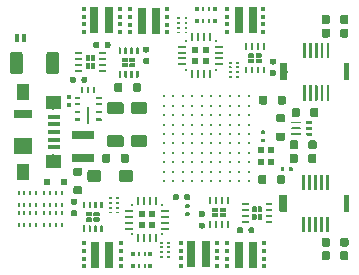
<source format=gbr>
G04 #@! TF.GenerationSoftware,KiCad,Pcbnew,(5.1.4)-1*
G04 #@! TF.CreationDate,2021-04-25T17:32:37+02:00*
G04 #@! TF.ProjectId,ultimateFC,756c7469-6d61-4746-9546-432e6b696361,rev?*
G04 #@! TF.SameCoordinates,Original*
G04 #@! TF.FileFunction,Paste,Bot*
G04 #@! TF.FilePolarity,Positive*
%FSLAX46Y46*%
G04 Gerber Fmt 4.6, Leading zero omitted, Abs format (unit mm)*
G04 Created by KiCad (PCBNEW (5.1.4)-1) date 2021-04-25 17:32:37*
%MOMM*%
%LPD*%
G04 APERTURE LIST*
%ADD10C,0.250000*%
%ADD11C,0.318000*%
%ADD12R,0.240000X0.400000*%
%ADD13C,0.240000*%
%ADD14C,0.640000*%
%ADD15C,0.440000*%
%ADD16C,0.320000*%
%ADD17R,1.520000X0.800000*%
%ADD18R,1.520000X1.440000*%
%ADD19R,1.040000X1.320000*%
%ADD20C,1.140000*%
%ADD21R,1.104000X0.360000*%
%ADD22R,1.840000X0.680000*%
%ADD23C,0.700000*%
%ADD24C,1.080000*%
%ADD25C,0.472000*%
%ADD26C,1.000000*%
%ADD27C,1.060000*%
%ADD28R,0.360000X0.360000*%
%ADD29R,0.720000X2.208000*%
%ADD30R,0.776000X2.208000*%
%ADD31C,0.160000*%
%ADD32C,0.360000*%
%ADD33C,0.200000*%
%ADD34R,0.240000X0.240000*%
%ADD35R,0.240000X0.720000*%
%ADD36R,0.720000X0.240000*%
%ADD37R,0.540000X0.540000*%
%ADD38R,0.320000X0.400000*%
%ADD39R,0.480000X0.600000*%
%ADD40R,0.480000X0.560000*%
%ADD41R,0.320000X0.800000*%
G04 APERTURE END LIST*
D10*
G36*
X192482292Y-74480383D02*
G01*
X192490010Y-74481528D01*
X192497578Y-74483423D01*
X192504923Y-74486052D01*
X192511976Y-74489387D01*
X192518668Y-74493398D01*
X192524934Y-74498046D01*
X192530715Y-74503285D01*
X192535954Y-74509066D01*
X192540602Y-74515332D01*
X192544613Y-74522024D01*
X192547948Y-74529077D01*
X192550577Y-74536422D01*
X192552472Y-74543990D01*
X192553617Y-74551708D01*
X192554000Y-74559500D01*
X192554000Y-74760500D01*
X192553617Y-74768292D01*
X192552472Y-74776010D01*
X192550577Y-74783578D01*
X192547948Y-74790923D01*
X192544613Y-74797976D01*
X192540602Y-74804668D01*
X192535954Y-74810934D01*
X192530715Y-74816715D01*
X192524934Y-74821954D01*
X192518668Y-74826602D01*
X192511976Y-74830613D01*
X192504923Y-74833948D01*
X192497578Y-74836577D01*
X192490010Y-74838472D01*
X192482292Y-74839617D01*
X192474500Y-74840000D01*
X192315500Y-74840000D01*
X192307708Y-74839617D01*
X192299990Y-74838472D01*
X192292422Y-74836577D01*
X192285077Y-74833948D01*
X192278024Y-74830613D01*
X192271332Y-74826602D01*
X192265066Y-74821954D01*
X192259285Y-74816715D01*
X192254046Y-74810934D01*
X192249398Y-74804668D01*
X192245387Y-74797976D01*
X192242052Y-74790923D01*
X192239423Y-74783578D01*
X192237528Y-74776010D01*
X192236383Y-74768292D01*
X192236000Y-74760500D01*
X192236000Y-74559500D01*
X192236383Y-74551708D01*
X192237528Y-74543990D01*
X192239423Y-74536422D01*
X192242052Y-74529077D01*
X192245387Y-74522024D01*
X192249398Y-74515332D01*
X192254046Y-74509066D01*
X192259285Y-74503285D01*
X192265066Y-74498046D01*
X192271332Y-74493398D01*
X192278024Y-74489387D01*
X192285077Y-74486052D01*
X192292422Y-74483423D01*
X192299990Y-74481528D01*
X192307708Y-74480383D01*
X192315500Y-74480000D01*
X192474500Y-74480000D01*
X192482292Y-74480383D01*
X192482292Y-74480383D01*
G37*
D11*
X192395000Y-74660000D03*
D10*
G36*
X191792292Y-74480383D02*
G01*
X191800010Y-74481528D01*
X191807578Y-74483423D01*
X191814923Y-74486052D01*
X191821976Y-74489387D01*
X191828668Y-74493398D01*
X191834934Y-74498046D01*
X191840715Y-74503285D01*
X191845954Y-74509066D01*
X191850602Y-74515332D01*
X191854613Y-74522024D01*
X191857948Y-74529077D01*
X191860577Y-74536422D01*
X191862472Y-74543990D01*
X191863617Y-74551708D01*
X191864000Y-74559500D01*
X191864000Y-74760500D01*
X191863617Y-74768292D01*
X191862472Y-74776010D01*
X191860577Y-74783578D01*
X191857948Y-74790923D01*
X191854613Y-74797976D01*
X191850602Y-74804668D01*
X191845954Y-74810934D01*
X191840715Y-74816715D01*
X191834934Y-74821954D01*
X191828668Y-74826602D01*
X191821976Y-74830613D01*
X191814923Y-74833948D01*
X191807578Y-74836577D01*
X191800010Y-74838472D01*
X191792292Y-74839617D01*
X191784500Y-74840000D01*
X191625500Y-74840000D01*
X191617708Y-74839617D01*
X191609990Y-74838472D01*
X191602422Y-74836577D01*
X191595077Y-74833948D01*
X191588024Y-74830613D01*
X191581332Y-74826602D01*
X191575066Y-74821954D01*
X191569285Y-74816715D01*
X191564046Y-74810934D01*
X191559398Y-74804668D01*
X191555387Y-74797976D01*
X191552052Y-74790923D01*
X191549423Y-74783578D01*
X191547528Y-74776010D01*
X191546383Y-74768292D01*
X191546000Y-74760500D01*
X191546000Y-74559500D01*
X191546383Y-74551708D01*
X191547528Y-74543990D01*
X191549423Y-74536422D01*
X191552052Y-74529077D01*
X191555387Y-74522024D01*
X191559398Y-74515332D01*
X191564046Y-74509066D01*
X191569285Y-74503285D01*
X191575066Y-74498046D01*
X191581332Y-74493398D01*
X191588024Y-74489387D01*
X191595077Y-74486052D01*
X191602422Y-74483423D01*
X191609990Y-74481528D01*
X191617708Y-74480383D01*
X191625500Y-74480000D01*
X191784500Y-74480000D01*
X191792292Y-74480383D01*
X191792292Y-74480383D01*
G37*
D11*
X191705000Y-74660000D03*
D12*
X173050000Y-77700000D03*
X171550000Y-77700000D03*
X172050000Y-76700000D03*
X172050000Y-77700000D03*
X172550000Y-76700000D03*
X173050000Y-76700000D03*
X171550000Y-76700000D03*
X172550000Y-77700000D03*
X169350000Y-76700000D03*
X170850000Y-76700000D03*
X170350000Y-77700000D03*
X170350000Y-76700000D03*
X169850000Y-77700000D03*
X169350000Y-77700000D03*
X170850000Y-77700000D03*
X169850000Y-76700000D03*
X169350000Y-78400000D03*
X170850000Y-78400000D03*
X170350000Y-79400000D03*
X170350000Y-78400000D03*
X169850000Y-79400000D03*
X169350000Y-79400000D03*
X170850000Y-79400000D03*
X169850000Y-78400000D03*
X173050000Y-79400000D03*
X171550000Y-79400000D03*
X172050000Y-78400000D03*
X172050000Y-79400000D03*
X172550000Y-78400000D03*
X173050000Y-78400000D03*
X171550000Y-78400000D03*
X172550000Y-79400000D03*
D10*
G36*
X193648352Y-63985116D02*
G01*
X193650682Y-63985461D01*
X193652967Y-63986033D01*
X193655184Y-63986827D01*
X193657314Y-63987834D01*
X193659334Y-63989045D01*
X193661225Y-63990448D01*
X193662971Y-63992029D01*
X193664552Y-63993775D01*
X193665955Y-63995666D01*
X193667166Y-63997686D01*
X193668173Y-63999816D01*
X193668967Y-64002033D01*
X193669539Y-64004318D01*
X193669884Y-64006648D01*
X193670000Y-64009000D01*
X193670000Y-65241000D01*
X193669884Y-65243352D01*
X193669539Y-65245682D01*
X193668967Y-65247967D01*
X193668173Y-65250184D01*
X193667166Y-65252314D01*
X193665955Y-65254334D01*
X193664552Y-65256225D01*
X193662971Y-65257971D01*
X193661225Y-65259552D01*
X193659334Y-65260955D01*
X193657314Y-65262166D01*
X193655184Y-65263173D01*
X193652967Y-65263967D01*
X193650682Y-65264539D01*
X193648352Y-65264884D01*
X193646000Y-65265000D01*
X193454000Y-65265000D01*
X193451648Y-65264884D01*
X193449318Y-65264539D01*
X193447033Y-65263967D01*
X193444816Y-65263173D01*
X193442686Y-65262166D01*
X193440666Y-65260955D01*
X193438775Y-65259552D01*
X193437029Y-65257971D01*
X193435448Y-65256225D01*
X193434045Y-65254334D01*
X193432834Y-65252314D01*
X193431827Y-65250184D01*
X193431033Y-65247967D01*
X193430461Y-65245682D01*
X193430116Y-65243352D01*
X193430000Y-65241000D01*
X193430000Y-64009000D01*
X193430116Y-64006648D01*
X193430461Y-64004318D01*
X193431033Y-64002033D01*
X193431827Y-63999816D01*
X193432834Y-63997686D01*
X193434045Y-63995666D01*
X193435448Y-63993775D01*
X193437029Y-63992029D01*
X193438775Y-63990448D01*
X193440666Y-63989045D01*
X193442686Y-63987834D01*
X193444816Y-63986827D01*
X193447033Y-63986033D01*
X193449318Y-63985461D01*
X193451648Y-63985116D01*
X193454000Y-63985000D01*
X193646000Y-63985000D01*
X193648352Y-63985116D01*
X193648352Y-63985116D01*
G37*
D13*
X193550000Y-64625000D03*
D10*
G36*
X194148352Y-63985116D02*
G01*
X194150682Y-63985461D01*
X194152967Y-63986033D01*
X194155184Y-63986827D01*
X194157314Y-63987834D01*
X194159334Y-63989045D01*
X194161225Y-63990448D01*
X194162971Y-63992029D01*
X194164552Y-63993775D01*
X194165955Y-63995666D01*
X194167166Y-63997686D01*
X194168173Y-63999816D01*
X194168967Y-64002033D01*
X194169539Y-64004318D01*
X194169884Y-64006648D01*
X194170000Y-64009000D01*
X194170000Y-65241000D01*
X194169884Y-65243352D01*
X194169539Y-65245682D01*
X194168967Y-65247967D01*
X194168173Y-65250184D01*
X194167166Y-65252314D01*
X194165955Y-65254334D01*
X194164552Y-65256225D01*
X194162971Y-65257971D01*
X194161225Y-65259552D01*
X194159334Y-65260955D01*
X194157314Y-65262166D01*
X194155184Y-65263173D01*
X194152967Y-65263967D01*
X194150682Y-65264539D01*
X194148352Y-65264884D01*
X194146000Y-65265000D01*
X193954000Y-65265000D01*
X193951648Y-65264884D01*
X193949318Y-65264539D01*
X193947033Y-65263967D01*
X193944816Y-65263173D01*
X193942686Y-65262166D01*
X193940666Y-65260955D01*
X193938775Y-65259552D01*
X193937029Y-65257971D01*
X193935448Y-65256225D01*
X193934045Y-65254334D01*
X193932834Y-65252314D01*
X193931827Y-65250184D01*
X193931033Y-65247967D01*
X193930461Y-65245682D01*
X193930116Y-65243352D01*
X193930000Y-65241000D01*
X193930000Y-64009000D01*
X193930116Y-64006648D01*
X193930461Y-64004318D01*
X193931033Y-64002033D01*
X193931827Y-63999816D01*
X193932834Y-63997686D01*
X193934045Y-63995666D01*
X193935448Y-63993775D01*
X193937029Y-63992029D01*
X193938775Y-63990448D01*
X193940666Y-63989045D01*
X193942686Y-63987834D01*
X193944816Y-63986827D01*
X193947033Y-63986033D01*
X193949318Y-63985461D01*
X193951648Y-63985116D01*
X193954000Y-63985000D01*
X194146000Y-63985000D01*
X194148352Y-63985116D01*
X194148352Y-63985116D01*
G37*
D13*
X194050000Y-64625000D03*
D10*
G36*
X194648352Y-63985116D02*
G01*
X194650682Y-63985461D01*
X194652967Y-63986033D01*
X194655184Y-63986827D01*
X194657314Y-63987834D01*
X194659334Y-63989045D01*
X194661225Y-63990448D01*
X194662971Y-63992029D01*
X194664552Y-63993775D01*
X194665955Y-63995666D01*
X194667166Y-63997686D01*
X194668173Y-63999816D01*
X194668967Y-64002033D01*
X194669539Y-64004318D01*
X194669884Y-64006648D01*
X194670000Y-64009000D01*
X194670000Y-65241000D01*
X194669884Y-65243352D01*
X194669539Y-65245682D01*
X194668967Y-65247967D01*
X194668173Y-65250184D01*
X194667166Y-65252314D01*
X194665955Y-65254334D01*
X194664552Y-65256225D01*
X194662971Y-65257971D01*
X194661225Y-65259552D01*
X194659334Y-65260955D01*
X194657314Y-65262166D01*
X194655184Y-65263173D01*
X194652967Y-65263967D01*
X194650682Y-65264539D01*
X194648352Y-65264884D01*
X194646000Y-65265000D01*
X194454000Y-65265000D01*
X194451648Y-65264884D01*
X194449318Y-65264539D01*
X194447033Y-65263967D01*
X194444816Y-65263173D01*
X194442686Y-65262166D01*
X194440666Y-65260955D01*
X194438775Y-65259552D01*
X194437029Y-65257971D01*
X194435448Y-65256225D01*
X194434045Y-65254334D01*
X194432834Y-65252314D01*
X194431827Y-65250184D01*
X194431033Y-65247967D01*
X194430461Y-65245682D01*
X194430116Y-65243352D01*
X194430000Y-65241000D01*
X194430000Y-64009000D01*
X194430116Y-64006648D01*
X194430461Y-64004318D01*
X194431033Y-64002033D01*
X194431827Y-63999816D01*
X194432834Y-63997686D01*
X194434045Y-63995666D01*
X194435448Y-63993775D01*
X194437029Y-63992029D01*
X194438775Y-63990448D01*
X194440666Y-63989045D01*
X194442686Y-63987834D01*
X194444816Y-63986827D01*
X194447033Y-63986033D01*
X194449318Y-63985461D01*
X194451648Y-63985116D01*
X194454000Y-63985000D01*
X194646000Y-63985000D01*
X194648352Y-63985116D01*
X194648352Y-63985116D01*
G37*
D13*
X194550000Y-64625000D03*
D10*
G36*
X195148352Y-63985116D02*
G01*
X195150682Y-63985461D01*
X195152967Y-63986033D01*
X195155184Y-63986827D01*
X195157314Y-63987834D01*
X195159334Y-63989045D01*
X195161225Y-63990448D01*
X195162971Y-63992029D01*
X195164552Y-63993775D01*
X195165955Y-63995666D01*
X195167166Y-63997686D01*
X195168173Y-63999816D01*
X195168967Y-64002033D01*
X195169539Y-64004318D01*
X195169884Y-64006648D01*
X195170000Y-64009000D01*
X195170000Y-65241000D01*
X195169884Y-65243352D01*
X195169539Y-65245682D01*
X195168967Y-65247967D01*
X195168173Y-65250184D01*
X195167166Y-65252314D01*
X195165955Y-65254334D01*
X195164552Y-65256225D01*
X195162971Y-65257971D01*
X195161225Y-65259552D01*
X195159334Y-65260955D01*
X195157314Y-65262166D01*
X195155184Y-65263173D01*
X195152967Y-65263967D01*
X195150682Y-65264539D01*
X195148352Y-65264884D01*
X195146000Y-65265000D01*
X194954000Y-65265000D01*
X194951648Y-65264884D01*
X194949318Y-65264539D01*
X194947033Y-65263967D01*
X194944816Y-65263173D01*
X194942686Y-65262166D01*
X194940666Y-65260955D01*
X194938775Y-65259552D01*
X194937029Y-65257971D01*
X194935448Y-65256225D01*
X194934045Y-65254334D01*
X194932834Y-65252314D01*
X194931827Y-65250184D01*
X194931033Y-65247967D01*
X194930461Y-65245682D01*
X194930116Y-65243352D01*
X194930000Y-65241000D01*
X194930000Y-64009000D01*
X194930116Y-64006648D01*
X194930461Y-64004318D01*
X194931033Y-64002033D01*
X194931827Y-63999816D01*
X194932834Y-63997686D01*
X194934045Y-63995666D01*
X194935448Y-63993775D01*
X194937029Y-63992029D01*
X194938775Y-63990448D01*
X194940666Y-63989045D01*
X194942686Y-63987834D01*
X194944816Y-63986827D01*
X194947033Y-63986033D01*
X194949318Y-63985461D01*
X194951648Y-63985116D01*
X194954000Y-63985000D01*
X195146000Y-63985000D01*
X195148352Y-63985116D01*
X195148352Y-63985116D01*
G37*
D13*
X195050000Y-64625000D03*
D10*
G36*
X195648352Y-63985116D02*
G01*
X195650682Y-63985461D01*
X195652967Y-63986033D01*
X195655184Y-63986827D01*
X195657314Y-63987834D01*
X195659334Y-63989045D01*
X195661225Y-63990448D01*
X195662971Y-63992029D01*
X195664552Y-63993775D01*
X195665955Y-63995666D01*
X195667166Y-63997686D01*
X195668173Y-63999816D01*
X195668967Y-64002033D01*
X195669539Y-64004318D01*
X195669884Y-64006648D01*
X195670000Y-64009000D01*
X195670000Y-65241000D01*
X195669884Y-65243352D01*
X195669539Y-65245682D01*
X195668967Y-65247967D01*
X195668173Y-65250184D01*
X195667166Y-65252314D01*
X195665955Y-65254334D01*
X195664552Y-65256225D01*
X195662971Y-65257971D01*
X195661225Y-65259552D01*
X195659334Y-65260955D01*
X195657314Y-65262166D01*
X195655184Y-65263173D01*
X195652967Y-65263967D01*
X195650682Y-65264539D01*
X195648352Y-65264884D01*
X195646000Y-65265000D01*
X195454000Y-65265000D01*
X195451648Y-65264884D01*
X195449318Y-65264539D01*
X195447033Y-65263967D01*
X195444816Y-65263173D01*
X195442686Y-65262166D01*
X195440666Y-65260955D01*
X195438775Y-65259552D01*
X195437029Y-65257971D01*
X195435448Y-65256225D01*
X195434045Y-65254334D01*
X195432834Y-65252314D01*
X195431827Y-65250184D01*
X195431033Y-65247967D01*
X195430461Y-65245682D01*
X195430116Y-65243352D01*
X195430000Y-65241000D01*
X195430000Y-64009000D01*
X195430116Y-64006648D01*
X195430461Y-64004318D01*
X195431033Y-64002033D01*
X195431827Y-63999816D01*
X195432834Y-63997686D01*
X195434045Y-63995666D01*
X195435448Y-63993775D01*
X195437029Y-63992029D01*
X195438775Y-63990448D01*
X195440666Y-63989045D01*
X195442686Y-63987834D01*
X195444816Y-63986827D01*
X195447033Y-63986033D01*
X195449318Y-63985461D01*
X195451648Y-63985116D01*
X195454000Y-63985000D01*
X195646000Y-63985000D01*
X195648352Y-63985116D01*
X195648352Y-63985116D01*
G37*
D13*
X195550000Y-64625000D03*
D10*
G36*
X195648352Y-67585116D02*
G01*
X195650682Y-67585461D01*
X195652967Y-67586033D01*
X195655184Y-67586827D01*
X195657314Y-67587834D01*
X195659334Y-67589045D01*
X195661225Y-67590448D01*
X195662971Y-67592029D01*
X195664552Y-67593775D01*
X195665955Y-67595666D01*
X195667166Y-67597686D01*
X195668173Y-67599816D01*
X195668967Y-67602033D01*
X195669539Y-67604318D01*
X195669884Y-67606648D01*
X195670000Y-67609000D01*
X195670000Y-68841000D01*
X195669884Y-68843352D01*
X195669539Y-68845682D01*
X195668967Y-68847967D01*
X195668173Y-68850184D01*
X195667166Y-68852314D01*
X195665955Y-68854334D01*
X195664552Y-68856225D01*
X195662971Y-68857971D01*
X195661225Y-68859552D01*
X195659334Y-68860955D01*
X195657314Y-68862166D01*
X195655184Y-68863173D01*
X195652967Y-68863967D01*
X195650682Y-68864539D01*
X195648352Y-68864884D01*
X195646000Y-68865000D01*
X195454000Y-68865000D01*
X195451648Y-68864884D01*
X195449318Y-68864539D01*
X195447033Y-68863967D01*
X195444816Y-68863173D01*
X195442686Y-68862166D01*
X195440666Y-68860955D01*
X195438775Y-68859552D01*
X195437029Y-68857971D01*
X195435448Y-68856225D01*
X195434045Y-68854334D01*
X195432834Y-68852314D01*
X195431827Y-68850184D01*
X195431033Y-68847967D01*
X195430461Y-68845682D01*
X195430116Y-68843352D01*
X195430000Y-68841000D01*
X195430000Y-67609000D01*
X195430116Y-67606648D01*
X195430461Y-67604318D01*
X195431033Y-67602033D01*
X195431827Y-67599816D01*
X195432834Y-67597686D01*
X195434045Y-67595666D01*
X195435448Y-67593775D01*
X195437029Y-67592029D01*
X195438775Y-67590448D01*
X195440666Y-67589045D01*
X195442686Y-67587834D01*
X195444816Y-67586827D01*
X195447033Y-67586033D01*
X195449318Y-67585461D01*
X195451648Y-67585116D01*
X195454000Y-67585000D01*
X195646000Y-67585000D01*
X195648352Y-67585116D01*
X195648352Y-67585116D01*
G37*
D13*
X195550000Y-68225000D03*
D10*
G36*
X195148352Y-67585116D02*
G01*
X195150682Y-67585461D01*
X195152967Y-67586033D01*
X195155184Y-67586827D01*
X195157314Y-67587834D01*
X195159334Y-67589045D01*
X195161225Y-67590448D01*
X195162971Y-67592029D01*
X195164552Y-67593775D01*
X195165955Y-67595666D01*
X195167166Y-67597686D01*
X195168173Y-67599816D01*
X195168967Y-67602033D01*
X195169539Y-67604318D01*
X195169884Y-67606648D01*
X195170000Y-67609000D01*
X195170000Y-68841000D01*
X195169884Y-68843352D01*
X195169539Y-68845682D01*
X195168967Y-68847967D01*
X195168173Y-68850184D01*
X195167166Y-68852314D01*
X195165955Y-68854334D01*
X195164552Y-68856225D01*
X195162971Y-68857971D01*
X195161225Y-68859552D01*
X195159334Y-68860955D01*
X195157314Y-68862166D01*
X195155184Y-68863173D01*
X195152967Y-68863967D01*
X195150682Y-68864539D01*
X195148352Y-68864884D01*
X195146000Y-68865000D01*
X194954000Y-68865000D01*
X194951648Y-68864884D01*
X194949318Y-68864539D01*
X194947033Y-68863967D01*
X194944816Y-68863173D01*
X194942686Y-68862166D01*
X194940666Y-68860955D01*
X194938775Y-68859552D01*
X194937029Y-68857971D01*
X194935448Y-68856225D01*
X194934045Y-68854334D01*
X194932834Y-68852314D01*
X194931827Y-68850184D01*
X194931033Y-68847967D01*
X194930461Y-68845682D01*
X194930116Y-68843352D01*
X194930000Y-68841000D01*
X194930000Y-67609000D01*
X194930116Y-67606648D01*
X194930461Y-67604318D01*
X194931033Y-67602033D01*
X194931827Y-67599816D01*
X194932834Y-67597686D01*
X194934045Y-67595666D01*
X194935448Y-67593775D01*
X194937029Y-67592029D01*
X194938775Y-67590448D01*
X194940666Y-67589045D01*
X194942686Y-67587834D01*
X194944816Y-67586827D01*
X194947033Y-67586033D01*
X194949318Y-67585461D01*
X194951648Y-67585116D01*
X194954000Y-67585000D01*
X195146000Y-67585000D01*
X195148352Y-67585116D01*
X195148352Y-67585116D01*
G37*
D13*
X195050000Y-68225000D03*
D10*
G36*
X194648352Y-67585116D02*
G01*
X194650682Y-67585461D01*
X194652967Y-67586033D01*
X194655184Y-67586827D01*
X194657314Y-67587834D01*
X194659334Y-67589045D01*
X194661225Y-67590448D01*
X194662971Y-67592029D01*
X194664552Y-67593775D01*
X194665955Y-67595666D01*
X194667166Y-67597686D01*
X194668173Y-67599816D01*
X194668967Y-67602033D01*
X194669539Y-67604318D01*
X194669884Y-67606648D01*
X194670000Y-67609000D01*
X194670000Y-68841000D01*
X194669884Y-68843352D01*
X194669539Y-68845682D01*
X194668967Y-68847967D01*
X194668173Y-68850184D01*
X194667166Y-68852314D01*
X194665955Y-68854334D01*
X194664552Y-68856225D01*
X194662971Y-68857971D01*
X194661225Y-68859552D01*
X194659334Y-68860955D01*
X194657314Y-68862166D01*
X194655184Y-68863173D01*
X194652967Y-68863967D01*
X194650682Y-68864539D01*
X194648352Y-68864884D01*
X194646000Y-68865000D01*
X194454000Y-68865000D01*
X194451648Y-68864884D01*
X194449318Y-68864539D01*
X194447033Y-68863967D01*
X194444816Y-68863173D01*
X194442686Y-68862166D01*
X194440666Y-68860955D01*
X194438775Y-68859552D01*
X194437029Y-68857971D01*
X194435448Y-68856225D01*
X194434045Y-68854334D01*
X194432834Y-68852314D01*
X194431827Y-68850184D01*
X194431033Y-68847967D01*
X194430461Y-68845682D01*
X194430116Y-68843352D01*
X194430000Y-68841000D01*
X194430000Y-67609000D01*
X194430116Y-67606648D01*
X194430461Y-67604318D01*
X194431033Y-67602033D01*
X194431827Y-67599816D01*
X194432834Y-67597686D01*
X194434045Y-67595666D01*
X194435448Y-67593775D01*
X194437029Y-67592029D01*
X194438775Y-67590448D01*
X194440666Y-67589045D01*
X194442686Y-67587834D01*
X194444816Y-67586827D01*
X194447033Y-67586033D01*
X194449318Y-67585461D01*
X194451648Y-67585116D01*
X194454000Y-67585000D01*
X194646000Y-67585000D01*
X194648352Y-67585116D01*
X194648352Y-67585116D01*
G37*
D13*
X194550000Y-68225000D03*
D10*
G36*
X194148352Y-67585116D02*
G01*
X194150682Y-67585461D01*
X194152967Y-67586033D01*
X194155184Y-67586827D01*
X194157314Y-67587834D01*
X194159334Y-67589045D01*
X194161225Y-67590448D01*
X194162971Y-67592029D01*
X194164552Y-67593775D01*
X194165955Y-67595666D01*
X194167166Y-67597686D01*
X194168173Y-67599816D01*
X194168967Y-67602033D01*
X194169539Y-67604318D01*
X194169884Y-67606648D01*
X194170000Y-67609000D01*
X194170000Y-68841000D01*
X194169884Y-68843352D01*
X194169539Y-68845682D01*
X194168967Y-68847967D01*
X194168173Y-68850184D01*
X194167166Y-68852314D01*
X194165955Y-68854334D01*
X194164552Y-68856225D01*
X194162971Y-68857971D01*
X194161225Y-68859552D01*
X194159334Y-68860955D01*
X194157314Y-68862166D01*
X194155184Y-68863173D01*
X194152967Y-68863967D01*
X194150682Y-68864539D01*
X194148352Y-68864884D01*
X194146000Y-68865000D01*
X193954000Y-68865000D01*
X193951648Y-68864884D01*
X193949318Y-68864539D01*
X193947033Y-68863967D01*
X193944816Y-68863173D01*
X193942686Y-68862166D01*
X193940666Y-68860955D01*
X193938775Y-68859552D01*
X193937029Y-68857971D01*
X193935448Y-68856225D01*
X193934045Y-68854334D01*
X193932834Y-68852314D01*
X193931827Y-68850184D01*
X193931033Y-68847967D01*
X193930461Y-68845682D01*
X193930116Y-68843352D01*
X193930000Y-68841000D01*
X193930000Y-67609000D01*
X193930116Y-67606648D01*
X193930461Y-67604318D01*
X193931033Y-67602033D01*
X193931827Y-67599816D01*
X193932834Y-67597686D01*
X193934045Y-67595666D01*
X193935448Y-67593775D01*
X193937029Y-67592029D01*
X193938775Y-67590448D01*
X193940666Y-67589045D01*
X193942686Y-67587834D01*
X193944816Y-67586827D01*
X193947033Y-67586033D01*
X193949318Y-67585461D01*
X193951648Y-67585116D01*
X193954000Y-67585000D01*
X194146000Y-67585000D01*
X194148352Y-67585116D01*
X194148352Y-67585116D01*
G37*
D13*
X194050000Y-68225000D03*
D10*
G36*
X193648352Y-67585116D02*
G01*
X193650682Y-67585461D01*
X193652967Y-67586033D01*
X193655184Y-67586827D01*
X193657314Y-67587834D01*
X193659334Y-67589045D01*
X193661225Y-67590448D01*
X193662971Y-67592029D01*
X193664552Y-67593775D01*
X193665955Y-67595666D01*
X193667166Y-67597686D01*
X193668173Y-67599816D01*
X193668967Y-67602033D01*
X193669539Y-67604318D01*
X193669884Y-67606648D01*
X193670000Y-67609000D01*
X193670000Y-68841000D01*
X193669884Y-68843352D01*
X193669539Y-68845682D01*
X193668967Y-68847967D01*
X193668173Y-68850184D01*
X193667166Y-68852314D01*
X193665955Y-68854334D01*
X193664552Y-68856225D01*
X193662971Y-68857971D01*
X193661225Y-68859552D01*
X193659334Y-68860955D01*
X193657314Y-68862166D01*
X193655184Y-68863173D01*
X193652967Y-68863967D01*
X193650682Y-68864539D01*
X193648352Y-68864884D01*
X193646000Y-68865000D01*
X193454000Y-68865000D01*
X193451648Y-68864884D01*
X193449318Y-68864539D01*
X193447033Y-68863967D01*
X193444816Y-68863173D01*
X193442686Y-68862166D01*
X193440666Y-68860955D01*
X193438775Y-68859552D01*
X193437029Y-68857971D01*
X193435448Y-68856225D01*
X193434045Y-68854334D01*
X193432834Y-68852314D01*
X193431827Y-68850184D01*
X193431033Y-68847967D01*
X193430461Y-68845682D01*
X193430116Y-68843352D01*
X193430000Y-68841000D01*
X193430000Y-67609000D01*
X193430116Y-67606648D01*
X193430461Y-67604318D01*
X193431033Y-67602033D01*
X193431827Y-67599816D01*
X193432834Y-67597686D01*
X193434045Y-67595666D01*
X193435448Y-67593775D01*
X193437029Y-67592029D01*
X193438775Y-67590448D01*
X193440666Y-67589045D01*
X193442686Y-67587834D01*
X193444816Y-67586827D01*
X193447033Y-67586033D01*
X193449318Y-67585461D01*
X193451648Y-67585116D01*
X193454000Y-67585000D01*
X193646000Y-67585000D01*
X193648352Y-67585116D01*
X193648352Y-67585116D01*
G37*
D13*
X193550000Y-68225000D03*
D10*
G36*
X192062273Y-65705308D02*
G01*
X192068486Y-65706230D01*
X192074578Y-65707756D01*
X192080492Y-65709872D01*
X192086169Y-65712557D01*
X192091556Y-65715786D01*
X192096601Y-65719527D01*
X192101255Y-65723745D01*
X192105473Y-65728399D01*
X192109214Y-65733444D01*
X192112443Y-65738831D01*
X192115128Y-65744508D01*
X192117244Y-65750422D01*
X192118770Y-65756514D01*
X192119692Y-65762727D01*
X192120000Y-65769000D01*
X192120000Y-67081000D01*
X192119692Y-67087273D01*
X192118770Y-67093486D01*
X192117244Y-67099578D01*
X192115128Y-67105492D01*
X192112443Y-67111169D01*
X192109214Y-67116556D01*
X192105473Y-67121601D01*
X192101255Y-67126255D01*
X192096601Y-67130473D01*
X192091556Y-67134214D01*
X192086169Y-67137443D01*
X192080492Y-67140128D01*
X192074578Y-67142244D01*
X192068486Y-67143770D01*
X192062273Y-67144692D01*
X192056000Y-67145000D01*
X191544000Y-67145000D01*
X191537727Y-67144692D01*
X191531514Y-67143770D01*
X191525422Y-67142244D01*
X191519508Y-67140128D01*
X191513831Y-67137443D01*
X191508444Y-67134214D01*
X191503399Y-67130473D01*
X191498745Y-67126255D01*
X191494527Y-67121601D01*
X191490786Y-67116556D01*
X191487557Y-67111169D01*
X191484872Y-67105492D01*
X191482756Y-67099578D01*
X191481230Y-67093486D01*
X191480308Y-67087273D01*
X191480000Y-67081000D01*
X191480000Y-65769000D01*
X191480308Y-65762727D01*
X191481230Y-65756514D01*
X191482756Y-65750422D01*
X191484872Y-65744508D01*
X191487557Y-65738831D01*
X191490786Y-65733444D01*
X191494527Y-65728399D01*
X191498745Y-65723745D01*
X191503399Y-65719527D01*
X191508444Y-65715786D01*
X191513831Y-65712557D01*
X191519508Y-65709872D01*
X191525422Y-65707756D01*
X191531514Y-65706230D01*
X191537727Y-65705308D01*
X191544000Y-65705000D01*
X192056000Y-65705000D01*
X192062273Y-65705308D01*
X192062273Y-65705308D01*
G37*
D14*
X191800000Y-66425000D03*
D10*
G36*
X197280313Y-65705212D02*
G01*
X197284584Y-65705845D01*
X197288773Y-65706895D01*
X197292838Y-65708349D01*
X197296741Y-65710195D01*
X197300445Y-65712415D01*
X197303913Y-65714988D01*
X197307113Y-65717887D01*
X197310012Y-65721087D01*
X197312585Y-65724555D01*
X197314805Y-65728259D01*
X197316651Y-65732162D01*
X197318105Y-65736227D01*
X197319155Y-65740416D01*
X197319788Y-65744687D01*
X197320000Y-65749000D01*
X197320000Y-67101000D01*
X197319788Y-67105313D01*
X197319155Y-67109584D01*
X197318105Y-67113773D01*
X197316651Y-67117838D01*
X197314805Y-67121741D01*
X197312585Y-67125445D01*
X197310012Y-67128913D01*
X197307113Y-67132113D01*
X197303913Y-67135012D01*
X197300445Y-67137585D01*
X197296741Y-67139805D01*
X197292838Y-67141651D01*
X197288773Y-67143105D01*
X197284584Y-67144155D01*
X197280313Y-67144788D01*
X197276000Y-67145000D01*
X196924000Y-67145000D01*
X196919687Y-67144788D01*
X196915416Y-67144155D01*
X196911227Y-67143105D01*
X196907162Y-67141651D01*
X196903259Y-67139805D01*
X196899555Y-67137585D01*
X196896087Y-67135012D01*
X196892887Y-67132113D01*
X196889988Y-67128913D01*
X196887415Y-67125445D01*
X196885195Y-67121741D01*
X196883349Y-67117838D01*
X196881895Y-67113773D01*
X196880845Y-67109584D01*
X196880212Y-67105313D01*
X196880000Y-67101000D01*
X196880000Y-65749000D01*
X196880212Y-65744687D01*
X196880845Y-65740416D01*
X196881895Y-65736227D01*
X196883349Y-65732162D01*
X196885195Y-65728259D01*
X196887415Y-65724555D01*
X196889988Y-65721087D01*
X196892887Y-65717887D01*
X196896087Y-65714988D01*
X196899555Y-65712415D01*
X196903259Y-65710195D01*
X196907162Y-65708349D01*
X196911227Y-65706895D01*
X196915416Y-65705845D01*
X196919687Y-65705212D01*
X196924000Y-65705000D01*
X197276000Y-65705000D01*
X197280313Y-65705212D01*
X197280313Y-65705212D01*
G37*
D15*
X197100000Y-66425000D03*
D10*
G36*
X192022273Y-76850308D02*
G01*
X192028486Y-76851230D01*
X192034578Y-76852756D01*
X192040492Y-76854872D01*
X192046169Y-76857557D01*
X192051556Y-76860786D01*
X192056601Y-76864527D01*
X192061255Y-76868745D01*
X192065473Y-76873399D01*
X192069214Y-76878444D01*
X192072443Y-76883831D01*
X192075128Y-76889508D01*
X192077244Y-76895422D01*
X192078770Y-76901514D01*
X192079692Y-76907727D01*
X192080000Y-76914000D01*
X192080000Y-78226000D01*
X192079692Y-78232273D01*
X192078770Y-78238486D01*
X192077244Y-78244578D01*
X192075128Y-78250492D01*
X192072443Y-78256169D01*
X192069214Y-78261556D01*
X192065473Y-78266601D01*
X192061255Y-78271255D01*
X192056601Y-78275473D01*
X192051556Y-78279214D01*
X192046169Y-78282443D01*
X192040492Y-78285128D01*
X192034578Y-78287244D01*
X192028486Y-78288770D01*
X192022273Y-78289692D01*
X192016000Y-78290000D01*
X191504000Y-78290000D01*
X191497727Y-78289692D01*
X191491514Y-78288770D01*
X191485422Y-78287244D01*
X191479508Y-78285128D01*
X191473831Y-78282443D01*
X191468444Y-78279214D01*
X191463399Y-78275473D01*
X191458745Y-78271255D01*
X191454527Y-78266601D01*
X191450786Y-78261556D01*
X191447557Y-78256169D01*
X191444872Y-78250492D01*
X191442756Y-78244578D01*
X191441230Y-78238486D01*
X191440308Y-78232273D01*
X191440000Y-78226000D01*
X191440000Y-76914000D01*
X191440308Y-76907727D01*
X191441230Y-76901514D01*
X191442756Y-76895422D01*
X191444872Y-76889508D01*
X191447557Y-76883831D01*
X191450786Y-76878444D01*
X191454527Y-76873399D01*
X191458745Y-76868745D01*
X191463399Y-76864527D01*
X191468444Y-76860786D01*
X191473831Y-76857557D01*
X191479508Y-76854872D01*
X191485422Y-76852756D01*
X191491514Y-76851230D01*
X191497727Y-76850308D01*
X191504000Y-76850000D01*
X192016000Y-76850000D01*
X192022273Y-76850308D01*
X192022273Y-76850308D01*
G37*
D14*
X191760000Y-77570000D03*
D10*
G36*
X197290313Y-76850212D02*
G01*
X197294584Y-76850845D01*
X197298773Y-76851895D01*
X197302838Y-76853349D01*
X197306741Y-76855195D01*
X197310445Y-76857415D01*
X197313913Y-76859988D01*
X197317113Y-76862887D01*
X197320012Y-76866087D01*
X197322585Y-76869555D01*
X197324805Y-76873259D01*
X197326651Y-76877162D01*
X197328105Y-76881227D01*
X197329155Y-76885416D01*
X197329788Y-76889687D01*
X197330000Y-76894000D01*
X197330000Y-78246000D01*
X197329788Y-78250313D01*
X197329155Y-78254584D01*
X197328105Y-78258773D01*
X197326651Y-78262838D01*
X197324805Y-78266741D01*
X197322585Y-78270445D01*
X197320012Y-78273913D01*
X197317113Y-78277113D01*
X197313913Y-78280012D01*
X197310445Y-78282585D01*
X197306741Y-78284805D01*
X197302838Y-78286651D01*
X197298773Y-78288105D01*
X197294584Y-78289155D01*
X197290313Y-78289788D01*
X197286000Y-78290000D01*
X196934000Y-78290000D01*
X196929687Y-78289788D01*
X196925416Y-78289155D01*
X196921227Y-78288105D01*
X196917162Y-78286651D01*
X196913259Y-78284805D01*
X196909555Y-78282585D01*
X196906087Y-78280012D01*
X196902887Y-78277113D01*
X196899988Y-78273913D01*
X196897415Y-78270445D01*
X196895195Y-78266741D01*
X196893349Y-78262838D01*
X196891895Y-78258773D01*
X196890845Y-78254584D01*
X196890212Y-78250313D01*
X196890000Y-78246000D01*
X196890000Y-76894000D01*
X196890212Y-76889687D01*
X196890845Y-76885416D01*
X196891895Y-76881227D01*
X196893349Y-76877162D01*
X196895195Y-76873259D01*
X196897415Y-76869555D01*
X196899988Y-76866087D01*
X196902887Y-76862887D01*
X196906087Y-76859988D01*
X196909555Y-76857415D01*
X196913259Y-76855195D01*
X196917162Y-76853349D01*
X196921227Y-76851895D01*
X196925416Y-76850845D01*
X196929687Y-76850212D01*
X196934000Y-76850000D01*
X197286000Y-76850000D01*
X197290313Y-76850212D01*
X197290313Y-76850212D01*
G37*
D15*
X197110000Y-77570000D03*
D10*
G36*
X195608352Y-75130116D02*
G01*
X195610682Y-75130461D01*
X195612967Y-75131033D01*
X195615184Y-75131827D01*
X195617314Y-75132834D01*
X195619334Y-75134045D01*
X195621225Y-75135448D01*
X195622971Y-75137029D01*
X195624552Y-75138775D01*
X195625955Y-75140666D01*
X195627166Y-75142686D01*
X195628173Y-75144816D01*
X195628967Y-75147033D01*
X195629539Y-75149318D01*
X195629884Y-75151648D01*
X195630000Y-75154000D01*
X195630000Y-76386000D01*
X195629884Y-76388352D01*
X195629539Y-76390682D01*
X195628967Y-76392967D01*
X195628173Y-76395184D01*
X195627166Y-76397314D01*
X195625955Y-76399334D01*
X195624552Y-76401225D01*
X195622971Y-76402971D01*
X195621225Y-76404552D01*
X195619334Y-76405955D01*
X195617314Y-76407166D01*
X195615184Y-76408173D01*
X195612967Y-76408967D01*
X195610682Y-76409539D01*
X195608352Y-76409884D01*
X195606000Y-76410000D01*
X195414000Y-76410000D01*
X195411648Y-76409884D01*
X195409318Y-76409539D01*
X195407033Y-76408967D01*
X195404816Y-76408173D01*
X195402686Y-76407166D01*
X195400666Y-76405955D01*
X195398775Y-76404552D01*
X195397029Y-76402971D01*
X195395448Y-76401225D01*
X195394045Y-76399334D01*
X195392834Y-76397314D01*
X195391827Y-76395184D01*
X195391033Y-76392967D01*
X195390461Y-76390682D01*
X195390116Y-76388352D01*
X195390000Y-76386000D01*
X195390000Y-75154000D01*
X195390116Y-75151648D01*
X195390461Y-75149318D01*
X195391033Y-75147033D01*
X195391827Y-75144816D01*
X195392834Y-75142686D01*
X195394045Y-75140666D01*
X195395448Y-75138775D01*
X195397029Y-75137029D01*
X195398775Y-75135448D01*
X195400666Y-75134045D01*
X195402686Y-75132834D01*
X195404816Y-75131827D01*
X195407033Y-75131033D01*
X195409318Y-75130461D01*
X195411648Y-75130116D01*
X195414000Y-75130000D01*
X195606000Y-75130000D01*
X195608352Y-75130116D01*
X195608352Y-75130116D01*
G37*
D13*
X195510000Y-75770000D03*
D10*
G36*
X195108352Y-75130116D02*
G01*
X195110682Y-75130461D01*
X195112967Y-75131033D01*
X195115184Y-75131827D01*
X195117314Y-75132834D01*
X195119334Y-75134045D01*
X195121225Y-75135448D01*
X195122971Y-75137029D01*
X195124552Y-75138775D01*
X195125955Y-75140666D01*
X195127166Y-75142686D01*
X195128173Y-75144816D01*
X195128967Y-75147033D01*
X195129539Y-75149318D01*
X195129884Y-75151648D01*
X195130000Y-75154000D01*
X195130000Y-76386000D01*
X195129884Y-76388352D01*
X195129539Y-76390682D01*
X195128967Y-76392967D01*
X195128173Y-76395184D01*
X195127166Y-76397314D01*
X195125955Y-76399334D01*
X195124552Y-76401225D01*
X195122971Y-76402971D01*
X195121225Y-76404552D01*
X195119334Y-76405955D01*
X195117314Y-76407166D01*
X195115184Y-76408173D01*
X195112967Y-76408967D01*
X195110682Y-76409539D01*
X195108352Y-76409884D01*
X195106000Y-76410000D01*
X194914000Y-76410000D01*
X194911648Y-76409884D01*
X194909318Y-76409539D01*
X194907033Y-76408967D01*
X194904816Y-76408173D01*
X194902686Y-76407166D01*
X194900666Y-76405955D01*
X194898775Y-76404552D01*
X194897029Y-76402971D01*
X194895448Y-76401225D01*
X194894045Y-76399334D01*
X194892834Y-76397314D01*
X194891827Y-76395184D01*
X194891033Y-76392967D01*
X194890461Y-76390682D01*
X194890116Y-76388352D01*
X194890000Y-76386000D01*
X194890000Y-75154000D01*
X194890116Y-75151648D01*
X194890461Y-75149318D01*
X194891033Y-75147033D01*
X194891827Y-75144816D01*
X194892834Y-75142686D01*
X194894045Y-75140666D01*
X194895448Y-75138775D01*
X194897029Y-75137029D01*
X194898775Y-75135448D01*
X194900666Y-75134045D01*
X194902686Y-75132834D01*
X194904816Y-75131827D01*
X194907033Y-75131033D01*
X194909318Y-75130461D01*
X194911648Y-75130116D01*
X194914000Y-75130000D01*
X195106000Y-75130000D01*
X195108352Y-75130116D01*
X195108352Y-75130116D01*
G37*
D13*
X195010000Y-75770000D03*
D10*
G36*
X194608352Y-75130116D02*
G01*
X194610682Y-75130461D01*
X194612967Y-75131033D01*
X194615184Y-75131827D01*
X194617314Y-75132834D01*
X194619334Y-75134045D01*
X194621225Y-75135448D01*
X194622971Y-75137029D01*
X194624552Y-75138775D01*
X194625955Y-75140666D01*
X194627166Y-75142686D01*
X194628173Y-75144816D01*
X194628967Y-75147033D01*
X194629539Y-75149318D01*
X194629884Y-75151648D01*
X194630000Y-75154000D01*
X194630000Y-76386000D01*
X194629884Y-76388352D01*
X194629539Y-76390682D01*
X194628967Y-76392967D01*
X194628173Y-76395184D01*
X194627166Y-76397314D01*
X194625955Y-76399334D01*
X194624552Y-76401225D01*
X194622971Y-76402971D01*
X194621225Y-76404552D01*
X194619334Y-76405955D01*
X194617314Y-76407166D01*
X194615184Y-76408173D01*
X194612967Y-76408967D01*
X194610682Y-76409539D01*
X194608352Y-76409884D01*
X194606000Y-76410000D01*
X194414000Y-76410000D01*
X194411648Y-76409884D01*
X194409318Y-76409539D01*
X194407033Y-76408967D01*
X194404816Y-76408173D01*
X194402686Y-76407166D01*
X194400666Y-76405955D01*
X194398775Y-76404552D01*
X194397029Y-76402971D01*
X194395448Y-76401225D01*
X194394045Y-76399334D01*
X194392834Y-76397314D01*
X194391827Y-76395184D01*
X194391033Y-76392967D01*
X194390461Y-76390682D01*
X194390116Y-76388352D01*
X194390000Y-76386000D01*
X194390000Y-75154000D01*
X194390116Y-75151648D01*
X194390461Y-75149318D01*
X194391033Y-75147033D01*
X194391827Y-75144816D01*
X194392834Y-75142686D01*
X194394045Y-75140666D01*
X194395448Y-75138775D01*
X194397029Y-75137029D01*
X194398775Y-75135448D01*
X194400666Y-75134045D01*
X194402686Y-75132834D01*
X194404816Y-75131827D01*
X194407033Y-75131033D01*
X194409318Y-75130461D01*
X194411648Y-75130116D01*
X194414000Y-75130000D01*
X194606000Y-75130000D01*
X194608352Y-75130116D01*
X194608352Y-75130116D01*
G37*
D13*
X194510000Y-75770000D03*
D10*
G36*
X194108352Y-75130116D02*
G01*
X194110682Y-75130461D01*
X194112967Y-75131033D01*
X194115184Y-75131827D01*
X194117314Y-75132834D01*
X194119334Y-75134045D01*
X194121225Y-75135448D01*
X194122971Y-75137029D01*
X194124552Y-75138775D01*
X194125955Y-75140666D01*
X194127166Y-75142686D01*
X194128173Y-75144816D01*
X194128967Y-75147033D01*
X194129539Y-75149318D01*
X194129884Y-75151648D01*
X194130000Y-75154000D01*
X194130000Y-76386000D01*
X194129884Y-76388352D01*
X194129539Y-76390682D01*
X194128967Y-76392967D01*
X194128173Y-76395184D01*
X194127166Y-76397314D01*
X194125955Y-76399334D01*
X194124552Y-76401225D01*
X194122971Y-76402971D01*
X194121225Y-76404552D01*
X194119334Y-76405955D01*
X194117314Y-76407166D01*
X194115184Y-76408173D01*
X194112967Y-76408967D01*
X194110682Y-76409539D01*
X194108352Y-76409884D01*
X194106000Y-76410000D01*
X193914000Y-76410000D01*
X193911648Y-76409884D01*
X193909318Y-76409539D01*
X193907033Y-76408967D01*
X193904816Y-76408173D01*
X193902686Y-76407166D01*
X193900666Y-76405955D01*
X193898775Y-76404552D01*
X193897029Y-76402971D01*
X193895448Y-76401225D01*
X193894045Y-76399334D01*
X193892834Y-76397314D01*
X193891827Y-76395184D01*
X193891033Y-76392967D01*
X193890461Y-76390682D01*
X193890116Y-76388352D01*
X193890000Y-76386000D01*
X193890000Y-75154000D01*
X193890116Y-75151648D01*
X193890461Y-75149318D01*
X193891033Y-75147033D01*
X193891827Y-75144816D01*
X193892834Y-75142686D01*
X193894045Y-75140666D01*
X193895448Y-75138775D01*
X193897029Y-75137029D01*
X193898775Y-75135448D01*
X193900666Y-75134045D01*
X193902686Y-75132834D01*
X193904816Y-75131827D01*
X193907033Y-75131033D01*
X193909318Y-75130461D01*
X193911648Y-75130116D01*
X193914000Y-75130000D01*
X194106000Y-75130000D01*
X194108352Y-75130116D01*
X194108352Y-75130116D01*
G37*
D13*
X194010000Y-75770000D03*
D10*
G36*
X193608352Y-75130116D02*
G01*
X193610682Y-75130461D01*
X193612967Y-75131033D01*
X193615184Y-75131827D01*
X193617314Y-75132834D01*
X193619334Y-75134045D01*
X193621225Y-75135448D01*
X193622971Y-75137029D01*
X193624552Y-75138775D01*
X193625955Y-75140666D01*
X193627166Y-75142686D01*
X193628173Y-75144816D01*
X193628967Y-75147033D01*
X193629539Y-75149318D01*
X193629884Y-75151648D01*
X193630000Y-75154000D01*
X193630000Y-76386000D01*
X193629884Y-76388352D01*
X193629539Y-76390682D01*
X193628967Y-76392967D01*
X193628173Y-76395184D01*
X193627166Y-76397314D01*
X193625955Y-76399334D01*
X193624552Y-76401225D01*
X193622971Y-76402971D01*
X193621225Y-76404552D01*
X193619334Y-76405955D01*
X193617314Y-76407166D01*
X193615184Y-76408173D01*
X193612967Y-76408967D01*
X193610682Y-76409539D01*
X193608352Y-76409884D01*
X193606000Y-76410000D01*
X193414000Y-76410000D01*
X193411648Y-76409884D01*
X193409318Y-76409539D01*
X193407033Y-76408967D01*
X193404816Y-76408173D01*
X193402686Y-76407166D01*
X193400666Y-76405955D01*
X193398775Y-76404552D01*
X193397029Y-76402971D01*
X193395448Y-76401225D01*
X193394045Y-76399334D01*
X193392834Y-76397314D01*
X193391827Y-76395184D01*
X193391033Y-76392967D01*
X193390461Y-76390682D01*
X193390116Y-76388352D01*
X193390000Y-76386000D01*
X193390000Y-75154000D01*
X193390116Y-75151648D01*
X193390461Y-75149318D01*
X193391033Y-75147033D01*
X193391827Y-75144816D01*
X193392834Y-75142686D01*
X193394045Y-75140666D01*
X193395448Y-75138775D01*
X193397029Y-75137029D01*
X193398775Y-75135448D01*
X193400666Y-75134045D01*
X193402686Y-75132834D01*
X193404816Y-75131827D01*
X193407033Y-75131033D01*
X193409318Y-75130461D01*
X193411648Y-75130116D01*
X193414000Y-75130000D01*
X193606000Y-75130000D01*
X193608352Y-75130116D01*
X193608352Y-75130116D01*
G37*
D13*
X193510000Y-75770000D03*
D10*
G36*
X193608352Y-78730116D02*
G01*
X193610682Y-78730461D01*
X193612967Y-78731033D01*
X193615184Y-78731827D01*
X193617314Y-78732834D01*
X193619334Y-78734045D01*
X193621225Y-78735448D01*
X193622971Y-78737029D01*
X193624552Y-78738775D01*
X193625955Y-78740666D01*
X193627166Y-78742686D01*
X193628173Y-78744816D01*
X193628967Y-78747033D01*
X193629539Y-78749318D01*
X193629884Y-78751648D01*
X193630000Y-78754000D01*
X193630000Y-79986000D01*
X193629884Y-79988352D01*
X193629539Y-79990682D01*
X193628967Y-79992967D01*
X193628173Y-79995184D01*
X193627166Y-79997314D01*
X193625955Y-79999334D01*
X193624552Y-80001225D01*
X193622971Y-80002971D01*
X193621225Y-80004552D01*
X193619334Y-80005955D01*
X193617314Y-80007166D01*
X193615184Y-80008173D01*
X193612967Y-80008967D01*
X193610682Y-80009539D01*
X193608352Y-80009884D01*
X193606000Y-80010000D01*
X193414000Y-80010000D01*
X193411648Y-80009884D01*
X193409318Y-80009539D01*
X193407033Y-80008967D01*
X193404816Y-80008173D01*
X193402686Y-80007166D01*
X193400666Y-80005955D01*
X193398775Y-80004552D01*
X193397029Y-80002971D01*
X193395448Y-80001225D01*
X193394045Y-79999334D01*
X193392834Y-79997314D01*
X193391827Y-79995184D01*
X193391033Y-79992967D01*
X193390461Y-79990682D01*
X193390116Y-79988352D01*
X193390000Y-79986000D01*
X193390000Y-78754000D01*
X193390116Y-78751648D01*
X193390461Y-78749318D01*
X193391033Y-78747033D01*
X193391827Y-78744816D01*
X193392834Y-78742686D01*
X193394045Y-78740666D01*
X193395448Y-78738775D01*
X193397029Y-78737029D01*
X193398775Y-78735448D01*
X193400666Y-78734045D01*
X193402686Y-78732834D01*
X193404816Y-78731827D01*
X193407033Y-78731033D01*
X193409318Y-78730461D01*
X193411648Y-78730116D01*
X193414000Y-78730000D01*
X193606000Y-78730000D01*
X193608352Y-78730116D01*
X193608352Y-78730116D01*
G37*
D13*
X193510000Y-79370000D03*
D10*
G36*
X194108352Y-78730116D02*
G01*
X194110682Y-78730461D01*
X194112967Y-78731033D01*
X194115184Y-78731827D01*
X194117314Y-78732834D01*
X194119334Y-78734045D01*
X194121225Y-78735448D01*
X194122971Y-78737029D01*
X194124552Y-78738775D01*
X194125955Y-78740666D01*
X194127166Y-78742686D01*
X194128173Y-78744816D01*
X194128967Y-78747033D01*
X194129539Y-78749318D01*
X194129884Y-78751648D01*
X194130000Y-78754000D01*
X194130000Y-79986000D01*
X194129884Y-79988352D01*
X194129539Y-79990682D01*
X194128967Y-79992967D01*
X194128173Y-79995184D01*
X194127166Y-79997314D01*
X194125955Y-79999334D01*
X194124552Y-80001225D01*
X194122971Y-80002971D01*
X194121225Y-80004552D01*
X194119334Y-80005955D01*
X194117314Y-80007166D01*
X194115184Y-80008173D01*
X194112967Y-80008967D01*
X194110682Y-80009539D01*
X194108352Y-80009884D01*
X194106000Y-80010000D01*
X193914000Y-80010000D01*
X193911648Y-80009884D01*
X193909318Y-80009539D01*
X193907033Y-80008967D01*
X193904816Y-80008173D01*
X193902686Y-80007166D01*
X193900666Y-80005955D01*
X193898775Y-80004552D01*
X193897029Y-80002971D01*
X193895448Y-80001225D01*
X193894045Y-79999334D01*
X193892834Y-79997314D01*
X193891827Y-79995184D01*
X193891033Y-79992967D01*
X193890461Y-79990682D01*
X193890116Y-79988352D01*
X193890000Y-79986000D01*
X193890000Y-78754000D01*
X193890116Y-78751648D01*
X193890461Y-78749318D01*
X193891033Y-78747033D01*
X193891827Y-78744816D01*
X193892834Y-78742686D01*
X193894045Y-78740666D01*
X193895448Y-78738775D01*
X193897029Y-78737029D01*
X193898775Y-78735448D01*
X193900666Y-78734045D01*
X193902686Y-78732834D01*
X193904816Y-78731827D01*
X193907033Y-78731033D01*
X193909318Y-78730461D01*
X193911648Y-78730116D01*
X193914000Y-78730000D01*
X194106000Y-78730000D01*
X194108352Y-78730116D01*
X194108352Y-78730116D01*
G37*
D13*
X194010000Y-79370000D03*
D10*
G36*
X194608352Y-78730116D02*
G01*
X194610682Y-78730461D01*
X194612967Y-78731033D01*
X194615184Y-78731827D01*
X194617314Y-78732834D01*
X194619334Y-78734045D01*
X194621225Y-78735448D01*
X194622971Y-78737029D01*
X194624552Y-78738775D01*
X194625955Y-78740666D01*
X194627166Y-78742686D01*
X194628173Y-78744816D01*
X194628967Y-78747033D01*
X194629539Y-78749318D01*
X194629884Y-78751648D01*
X194630000Y-78754000D01*
X194630000Y-79986000D01*
X194629884Y-79988352D01*
X194629539Y-79990682D01*
X194628967Y-79992967D01*
X194628173Y-79995184D01*
X194627166Y-79997314D01*
X194625955Y-79999334D01*
X194624552Y-80001225D01*
X194622971Y-80002971D01*
X194621225Y-80004552D01*
X194619334Y-80005955D01*
X194617314Y-80007166D01*
X194615184Y-80008173D01*
X194612967Y-80008967D01*
X194610682Y-80009539D01*
X194608352Y-80009884D01*
X194606000Y-80010000D01*
X194414000Y-80010000D01*
X194411648Y-80009884D01*
X194409318Y-80009539D01*
X194407033Y-80008967D01*
X194404816Y-80008173D01*
X194402686Y-80007166D01*
X194400666Y-80005955D01*
X194398775Y-80004552D01*
X194397029Y-80002971D01*
X194395448Y-80001225D01*
X194394045Y-79999334D01*
X194392834Y-79997314D01*
X194391827Y-79995184D01*
X194391033Y-79992967D01*
X194390461Y-79990682D01*
X194390116Y-79988352D01*
X194390000Y-79986000D01*
X194390000Y-78754000D01*
X194390116Y-78751648D01*
X194390461Y-78749318D01*
X194391033Y-78747033D01*
X194391827Y-78744816D01*
X194392834Y-78742686D01*
X194394045Y-78740666D01*
X194395448Y-78738775D01*
X194397029Y-78737029D01*
X194398775Y-78735448D01*
X194400666Y-78734045D01*
X194402686Y-78732834D01*
X194404816Y-78731827D01*
X194407033Y-78731033D01*
X194409318Y-78730461D01*
X194411648Y-78730116D01*
X194414000Y-78730000D01*
X194606000Y-78730000D01*
X194608352Y-78730116D01*
X194608352Y-78730116D01*
G37*
D13*
X194510000Y-79370000D03*
D10*
G36*
X195108352Y-78730116D02*
G01*
X195110682Y-78730461D01*
X195112967Y-78731033D01*
X195115184Y-78731827D01*
X195117314Y-78732834D01*
X195119334Y-78734045D01*
X195121225Y-78735448D01*
X195122971Y-78737029D01*
X195124552Y-78738775D01*
X195125955Y-78740666D01*
X195127166Y-78742686D01*
X195128173Y-78744816D01*
X195128967Y-78747033D01*
X195129539Y-78749318D01*
X195129884Y-78751648D01*
X195130000Y-78754000D01*
X195130000Y-79986000D01*
X195129884Y-79988352D01*
X195129539Y-79990682D01*
X195128967Y-79992967D01*
X195128173Y-79995184D01*
X195127166Y-79997314D01*
X195125955Y-79999334D01*
X195124552Y-80001225D01*
X195122971Y-80002971D01*
X195121225Y-80004552D01*
X195119334Y-80005955D01*
X195117314Y-80007166D01*
X195115184Y-80008173D01*
X195112967Y-80008967D01*
X195110682Y-80009539D01*
X195108352Y-80009884D01*
X195106000Y-80010000D01*
X194914000Y-80010000D01*
X194911648Y-80009884D01*
X194909318Y-80009539D01*
X194907033Y-80008967D01*
X194904816Y-80008173D01*
X194902686Y-80007166D01*
X194900666Y-80005955D01*
X194898775Y-80004552D01*
X194897029Y-80002971D01*
X194895448Y-80001225D01*
X194894045Y-79999334D01*
X194892834Y-79997314D01*
X194891827Y-79995184D01*
X194891033Y-79992967D01*
X194890461Y-79990682D01*
X194890116Y-79988352D01*
X194890000Y-79986000D01*
X194890000Y-78754000D01*
X194890116Y-78751648D01*
X194890461Y-78749318D01*
X194891033Y-78747033D01*
X194891827Y-78744816D01*
X194892834Y-78742686D01*
X194894045Y-78740666D01*
X194895448Y-78738775D01*
X194897029Y-78737029D01*
X194898775Y-78735448D01*
X194900666Y-78734045D01*
X194902686Y-78732834D01*
X194904816Y-78731827D01*
X194907033Y-78731033D01*
X194909318Y-78730461D01*
X194911648Y-78730116D01*
X194914000Y-78730000D01*
X195106000Y-78730000D01*
X195108352Y-78730116D01*
X195108352Y-78730116D01*
G37*
D13*
X195010000Y-79370000D03*
D10*
G36*
X195608352Y-78730116D02*
G01*
X195610682Y-78730461D01*
X195612967Y-78731033D01*
X195615184Y-78731827D01*
X195617314Y-78732834D01*
X195619334Y-78734045D01*
X195621225Y-78735448D01*
X195622971Y-78737029D01*
X195624552Y-78738775D01*
X195625955Y-78740666D01*
X195627166Y-78742686D01*
X195628173Y-78744816D01*
X195628967Y-78747033D01*
X195629539Y-78749318D01*
X195629884Y-78751648D01*
X195630000Y-78754000D01*
X195630000Y-79986000D01*
X195629884Y-79988352D01*
X195629539Y-79990682D01*
X195628967Y-79992967D01*
X195628173Y-79995184D01*
X195627166Y-79997314D01*
X195625955Y-79999334D01*
X195624552Y-80001225D01*
X195622971Y-80002971D01*
X195621225Y-80004552D01*
X195619334Y-80005955D01*
X195617314Y-80007166D01*
X195615184Y-80008173D01*
X195612967Y-80008967D01*
X195610682Y-80009539D01*
X195608352Y-80009884D01*
X195606000Y-80010000D01*
X195414000Y-80010000D01*
X195411648Y-80009884D01*
X195409318Y-80009539D01*
X195407033Y-80008967D01*
X195404816Y-80008173D01*
X195402686Y-80007166D01*
X195400666Y-80005955D01*
X195398775Y-80004552D01*
X195397029Y-80002971D01*
X195395448Y-80001225D01*
X195394045Y-79999334D01*
X195392834Y-79997314D01*
X195391827Y-79995184D01*
X195391033Y-79992967D01*
X195390461Y-79990682D01*
X195390116Y-79988352D01*
X195390000Y-79986000D01*
X195390000Y-78754000D01*
X195390116Y-78751648D01*
X195390461Y-78749318D01*
X195391033Y-78747033D01*
X195391827Y-78744816D01*
X195392834Y-78742686D01*
X195394045Y-78740666D01*
X195395448Y-78738775D01*
X195397029Y-78737029D01*
X195398775Y-78735448D01*
X195400666Y-78734045D01*
X195402686Y-78732834D01*
X195404816Y-78731827D01*
X195407033Y-78731033D01*
X195409318Y-78730461D01*
X195411648Y-78730116D01*
X195414000Y-78730000D01*
X195606000Y-78730000D01*
X195608352Y-78730116D01*
X195608352Y-78730116D01*
G37*
D13*
X195510000Y-79370000D03*
D16*
X181650000Y-68500000D03*
X181650000Y-69300000D03*
X181650000Y-70100000D03*
X181650000Y-70900000D03*
X181650000Y-71700000D03*
X181650000Y-72500000D03*
X181650000Y-73300000D03*
X181650000Y-74100000D03*
X181650000Y-74900000D03*
X181650000Y-75700000D03*
X182450000Y-68500000D03*
X182450000Y-69300000D03*
X182450000Y-70100000D03*
X182450000Y-70900000D03*
X182450000Y-71700000D03*
X182450000Y-72500000D03*
X182450000Y-73300000D03*
X182450000Y-74100000D03*
X182450000Y-74900000D03*
X182450000Y-75700000D03*
X183250000Y-68500000D03*
X183250000Y-69300000D03*
X183250000Y-70100000D03*
X183250000Y-70900000D03*
X183250000Y-71700000D03*
X183250000Y-72500000D03*
X183250000Y-73300000D03*
X183250000Y-74100000D03*
X183250000Y-74900000D03*
X183250000Y-75700000D03*
X184050000Y-68500000D03*
X184050000Y-69300000D03*
X184050000Y-70100000D03*
X184050000Y-70900000D03*
X184050000Y-71700000D03*
X184050000Y-72500000D03*
X184050000Y-73300000D03*
X184050000Y-74100000D03*
X184050000Y-74900000D03*
X184050000Y-75700000D03*
X184850000Y-68500000D03*
X184850000Y-69300000D03*
X184850000Y-70100000D03*
X184850000Y-70900000D03*
X184850000Y-71700000D03*
X184850000Y-72500000D03*
X184850000Y-73300000D03*
X184850000Y-74100000D03*
X184850000Y-74900000D03*
X184850000Y-75700000D03*
X185650000Y-68500000D03*
X185650000Y-69300000D03*
X185650000Y-70100000D03*
X185650000Y-70900000D03*
X185650000Y-71700000D03*
X185650000Y-72500000D03*
X185650000Y-73300000D03*
X185650000Y-74100000D03*
X185650000Y-74900000D03*
X185650000Y-75700000D03*
X186450000Y-68500000D03*
X186450000Y-69300000D03*
X186450000Y-70100000D03*
X186450000Y-70900000D03*
X186450000Y-71700000D03*
X186450000Y-72500000D03*
X186450000Y-73300000D03*
X186450000Y-74100000D03*
X186450000Y-74900000D03*
X186450000Y-75700000D03*
X187250000Y-68500000D03*
X187250000Y-69300000D03*
X187250000Y-70100000D03*
X187250000Y-70900000D03*
X187250000Y-71700000D03*
X187250000Y-72500000D03*
X187250000Y-73300000D03*
X187250000Y-74100000D03*
X187250000Y-74900000D03*
X187250000Y-75700000D03*
X188050000Y-68500000D03*
X188050000Y-69300000D03*
X188050000Y-70100000D03*
X188050000Y-70900000D03*
X188050000Y-71700000D03*
X188050000Y-72500000D03*
X188050000Y-73300000D03*
X188050000Y-74100000D03*
X188050000Y-74900000D03*
X188050000Y-75700000D03*
X188850000Y-68500000D03*
X188850000Y-69300000D03*
X188850000Y-70100000D03*
X188850000Y-70900000D03*
X188850000Y-71700000D03*
X188850000Y-72500000D03*
X188850000Y-73300000D03*
X188850000Y-74100000D03*
X188850000Y-74900000D03*
X188850000Y-75700000D03*
D17*
X169735000Y-69977500D03*
D18*
X169735000Y-72677500D03*
D19*
X169735000Y-68152500D03*
X169735000Y-74902500D03*
D10*
G36*
X172878587Y-68470274D02*
G01*
X172884120Y-68471095D01*
X172889546Y-68472454D01*
X172894813Y-68474339D01*
X172899870Y-68476730D01*
X172904668Y-68479606D01*
X172909160Y-68482938D01*
X172913305Y-68486695D01*
X172917062Y-68490840D01*
X172920394Y-68495332D01*
X172923270Y-68500130D01*
X172925661Y-68505187D01*
X172927546Y-68510454D01*
X172928905Y-68515880D01*
X172929726Y-68521413D01*
X172930000Y-68527000D01*
X172930000Y-69553000D01*
X172929726Y-69558587D01*
X172928905Y-69564120D01*
X172927546Y-69569546D01*
X172925661Y-69574813D01*
X172923270Y-69579870D01*
X172920394Y-69584668D01*
X172917062Y-69589160D01*
X172913305Y-69593305D01*
X172909160Y-69597062D01*
X172904668Y-69600394D01*
X172899870Y-69603270D01*
X172894813Y-69605661D01*
X172889546Y-69607546D01*
X172884120Y-69608905D01*
X172878587Y-69609726D01*
X172873000Y-69610000D01*
X171747000Y-69610000D01*
X171741413Y-69609726D01*
X171735880Y-69608905D01*
X171730454Y-69607546D01*
X171725187Y-69605661D01*
X171720130Y-69603270D01*
X171715332Y-69600394D01*
X171710840Y-69597062D01*
X171706695Y-69593305D01*
X171702938Y-69589160D01*
X171699606Y-69584668D01*
X171696730Y-69579870D01*
X171694339Y-69574813D01*
X171692454Y-69569546D01*
X171691095Y-69564120D01*
X171690274Y-69558587D01*
X171690000Y-69553000D01*
X171690000Y-68527000D01*
X171690274Y-68521413D01*
X171691095Y-68515880D01*
X171692454Y-68510454D01*
X171694339Y-68505187D01*
X171696730Y-68500130D01*
X171699606Y-68495332D01*
X171702938Y-68490840D01*
X171706695Y-68486695D01*
X171710840Y-68482938D01*
X171715332Y-68479606D01*
X171720130Y-68476730D01*
X171725187Y-68474339D01*
X171730454Y-68472454D01*
X171735880Y-68471095D01*
X171741413Y-68470274D01*
X171747000Y-68470000D01*
X172873000Y-68470000D01*
X172878587Y-68470274D01*
X172878587Y-68470274D01*
G37*
D20*
X172310000Y-69040000D03*
D10*
G36*
X172878587Y-73445274D02*
G01*
X172884120Y-73446095D01*
X172889546Y-73447454D01*
X172894813Y-73449339D01*
X172899870Y-73451730D01*
X172904668Y-73454606D01*
X172909160Y-73457938D01*
X172913305Y-73461695D01*
X172917062Y-73465840D01*
X172920394Y-73470332D01*
X172923270Y-73475130D01*
X172925661Y-73480187D01*
X172927546Y-73485454D01*
X172928905Y-73490880D01*
X172929726Y-73496413D01*
X172930000Y-73502000D01*
X172930000Y-74528000D01*
X172929726Y-74533587D01*
X172928905Y-74539120D01*
X172927546Y-74544546D01*
X172925661Y-74549813D01*
X172923270Y-74554870D01*
X172920394Y-74559668D01*
X172917062Y-74564160D01*
X172913305Y-74568305D01*
X172909160Y-74572062D01*
X172904668Y-74575394D01*
X172899870Y-74578270D01*
X172894813Y-74580661D01*
X172889546Y-74582546D01*
X172884120Y-74583905D01*
X172878587Y-74584726D01*
X172873000Y-74585000D01*
X171747000Y-74585000D01*
X171741413Y-74584726D01*
X171735880Y-74583905D01*
X171730454Y-74582546D01*
X171725187Y-74580661D01*
X171720130Y-74578270D01*
X171715332Y-74575394D01*
X171710840Y-74572062D01*
X171706695Y-74568305D01*
X171702938Y-74564160D01*
X171699606Y-74559668D01*
X171696730Y-74554870D01*
X171694339Y-74549813D01*
X171692454Y-74544546D01*
X171691095Y-74539120D01*
X171690274Y-74533587D01*
X171690000Y-74528000D01*
X171690000Y-73502000D01*
X171690274Y-73496413D01*
X171691095Y-73490880D01*
X171692454Y-73485454D01*
X171694339Y-73480187D01*
X171696730Y-73475130D01*
X171699606Y-73470332D01*
X171702938Y-73465840D01*
X171706695Y-73461695D01*
X171710840Y-73457938D01*
X171715332Y-73454606D01*
X171720130Y-73451730D01*
X171725187Y-73449339D01*
X171730454Y-73447454D01*
X171735880Y-73446095D01*
X171741413Y-73445274D01*
X171747000Y-73445000D01*
X172873000Y-73445000D01*
X172878587Y-73445274D01*
X172878587Y-73445274D01*
G37*
D20*
X172310000Y-74015000D03*
D21*
X172395000Y-70227500D03*
X172395000Y-70877500D03*
X172395000Y-71527500D03*
X172395000Y-72177500D03*
X172395000Y-72827500D03*
D22*
X174800000Y-71775000D03*
X174800000Y-73725000D03*
D10*
G36*
X174597153Y-74538343D02*
G01*
X174614141Y-74540863D01*
X174630800Y-74545035D01*
X174646970Y-74550821D01*
X174662494Y-74558164D01*
X174677225Y-74566993D01*
X174691019Y-74577223D01*
X174703744Y-74588756D01*
X174715277Y-74601481D01*
X174725507Y-74615275D01*
X174734336Y-74630006D01*
X174741679Y-74645530D01*
X174747465Y-74661700D01*
X174751637Y-74678359D01*
X174754157Y-74695347D01*
X174755000Y-74712500D01*
X174755000Y-75062500D01*
X174754157Y-75079653D01*
X174751637Y-75096641D01*
X174747465Y-75113300D01*
X174741679Y-75129470D01*
X174734336Y-75144994D01*
X174725507Y-75159725D01*
X174715277Y-75173519D01*
X174703744Y-75186244D01*
X174691019Y-75197777D01*
X174677225Y-75208007D01*
X174662494Y-75216836D01*
X174646970Y-75224179D01*
X174630800Y-75229965D01*
X174614141Y-75234137D01*
X174597153Y-75236657D01*
X174580000Y-75237500D01*
X174170000Y-75237500D01*
X174152847Y-75236657D01*
X174135859Y-75234137D01*
X174119200Y-75229965D01*
X174103030Y-75224179D01*
X174087506Y-75216836D01*
X174072775Y-75208007D01*
X174058981Y-75197777D01*
X174046256Y-75186244D01*
X174034723Y-75173519D01*
X174024493Y-75159725D01*
X174015664Y-75144994D01*
X174008321Y-75129470D01*
X174002535Y-75113300D01*
X173998363Y-75096641D01*
X173995843Y-75079653D01*
X173995000Y-75062500D01*
X173995000Y-74712500D01*
X173995843Y-74695347D01*
X173998363Y-74678359D01*
X174002535Y-74661700D01*
X174008321Y-74645530D01*
X174015664Y-74630006D01*
X174024493Y-74615275D01*
X174034723Y-74601481D01*
X174046256Y-74588756D01*
X174058981Y-74577223D01*
X174072775Y-74566993D01*
X174087506Y-74558164D01*
X174103030Y-74550821D01*
X174119200Y-74545035D01*
X174135859Y-74540863D01*
X174152847Y-74538343D01*
X174170000Y-74537500D01*
X174580000Y-74537500D01*
X174597153Y-74538343D01*
X174597153Y-74538343D01*
G37*
D23*
X174375000Y-74887500D03*
D10*
G36*
X174597153Y-76113343D02*
G01*
X174614141Y-76115863D01*
X174630800Y-76120035D01*
X174646970Y-76125821D01*
X174662494Y-76133164D01*
X174677225Y-76141993D01*
X174691019Y-76152223D01*
X174703744Y-76163756D01*
X174715277Y-76176481D01*
X174725507Y-76190275D01*
X174734336Y-76205006D01*
X174741679Y-76220530D01*
X174747465Y-76236700D01*
X174751637Y-76253359D01*
X174754157Y-76270347D01*
X174755000Y-76287500D01*
X174755000Y-76637500D01*
X174754157Y-76654653D01*
X174751637Y-76671641D01*
X174747465Y-76688300D01*
X174741679Y-76704470D01*
X174734336Y-76719994D01*
X174725507Y-76734725D01*
X174715277Y-76748519D01*
X174703744Y-76761244D01*
X174691019Y-76772777D01*
X174677225Y-76783007D01*
X174662494Y-76791836D01*
X174646970Y-76799179D01*
X174630800Y-76804965D01*
X174614141Y-76809137D01*
X174597153Y-76811657D01*
X174580000Y-76812500D01*
X174170000Y-76812500D01*
X174152847Y-76811657D01*
X174135859Y-76809137D01*
X174119200Y-76804965D01*
X174103030Y-76799179D01*
X174087506Y-76791836D01*
X174072775Y-76783007D01*
X174058981Y-76772777D01*
X174046256Y-76761244D01*
X174034723Y-76748519D01*
X174024493Y-76734725D01*
X174015664Y-76719994D01*
X174008321Y-76704470D01*
X174002535Y-76688300D01*
X173998363Y-76671641D01*
X173995843Y-76654653D01*
X173995000Y-76637500D01*
X173995000Y-76287500D01*
X173995843Y-76270347D01*
X173998363Y-76253359D01*
X174002535Y-76236700D01*
X174008321Y-76220530D01*
X174015664Y-76205006D01*
X174024493Y-76190275D01*
X174034723Y-76176481D01*
X174046256Y-76163756D01*
X174058981Y-76152223D01*
X174072775Y-76141993D01*
X174087506Y-76133164D01*
X174103030Y-76125821D01*
X174119200Y-76120035D01*
X174135859Y-76115863D01*
X174152847Y-76113343D01*
X174170000Y-76112500D01*
X174580000Y-76112500D01*
X174597153Y-76113343D01*
X174597153Y-76113343D01*
G37*
D23*
X174375000Y-76462500D03*
D10*
G36*
X179567153Y-67370843D02*
G01*
X179584141Y-67373363D01*
X179600800Y-67377535D01*
X179616970Y-67383321D01*
X179632494Y-67390664D01*
X179647225Y-67399493D01*
X179661019Y-67409723D01*
X179673744Y-67421256D01*
X179685277Y-67433981D01*
X179695507Y-67447775D01*
X179704336Y-67462506D01*
X179711679Y-67478030D01*
X179717465Y-67494200D01*
X179721637Y-67510859D01*
X179724157Y-67527847D01*
X179725000Y-67545000D01*
X179725000Y-67955000D01*
X179724157Y-67972153D01*
X179721637Y-67989141D01*
X179717465Y-68005800D01*
X179711679Y-68021970D01*
X179704336Y-68037494D01*
X179695507Y-68052225D01*
X179685277Y-68066019D01*
X179673744Y-68078744D01*
X179661019Y-68090277D01*
X179647225Y-68100507D01*
X179632494Y-68109336D01*
X179616970Y-68116679D01*
X179600800Y-68122465D01*
X179584141Y-68126637D01*
X179567153Y-68129157D01*
X179550000Y-68130000D01*
X179200000Y-68130000D01*
X179182847Y-68129157D01*
X179165859Y-68126637D01*
X179149200Y-68122465D01*
X179133030Y-68116679D01*
X179117506Y-68109336D01*
X179102775Y-68100507D01*
X179088981Y-68090277D01*
X179076256Y-68078744D01*
X179064723Y-68066019D01*
X179054493Y-68052225D01*
X179045664Y-68037494D01*
X179038321Y-68021970D01*
X179032535Y-68005800D01*
X179028363Y-67989141D01*
X179025843Y-67972153D01*
X179025000Y-67955000D01*
X179025000Y-67545000D01*
X179025843Y-67527847D01*
X179028363Y-67510859D01*
X179032535Y-67494200D01*
X179038321Y-67478030D01*
X179045664Y-67462506D01*
X179054493Y-67447775D01*
X179064723Y-67433981D01*
X179076256Y-67421256D01*
X179088981Y-67409723D01*
X179102775Y-67399493D01*
X179117506Y-67390664D01*
X179133030Y-67383321D01*
X179149200Y-67377535D01*
X179165859Y-67373363D01*
X179182847Y-67370843D01*
X179200000Y-67370000D01*
X179550000Y-67370000D01*
X179567153Y-67370843D01*
X179567153Y-67370843D01*
G37*
D23*
X179375000Y-67750000D03*
D10*
G36*
X177992153Y-67370843D02*
G01*
X178009141Y-67373363D01*
X178025800Y-67377535D01*
X178041970Y-67383321D01*
X178057494Y-67390664D01*
X178072225Y-67399493D01*
X178086019Y-67409723D01*
X178098744Y-67421256D01*
X178110277Y-67433981D01*
X178120507Y-67447775D01*
X178129336Y-67462506D01*
X178136679Y-67478030D01*
X178142465Y-67494200D01*
X178146637Y-67510859D01*
X178149157Y-67527847D01*
X178150000Y-67545000D01*
X178150000Y-67955000D01*
X178149157Y-67972153D01*
X178146637Y-67989141D01*
X178142465Y-68005800D01*
X178136679Y-68021970D01*
X178129336Y-68037494D01*
X178120507Y-68052225D01*
X178110277Y-68066019D01*
X178098744Y-68078744D01*
X178086019Y-68090277D01*
X178072225Y-68100507D01*
X178057494Y-68109336D01*
X178041970Y-68116679D01*
X178025800Y-68122465D01*
X178009141Y-68126637D01*
X177992153Y-68129157D01*
X177975000Y-68130000D01*
X177625000Y-68130000D01*
X177607847Y-68129157D01*
X177590859Y-68126637D01*
X177574200Y-68122465D01*
X177558030Y-68116679D01*
X177542506Y-68109336D01*
X177527775Y-68100507D01*
X177513981Y-68090277D01*
X177501256Y-68078744D01*
X177489723Y-68066019D01*
X177479493Y-68052225D01*
X177470664Y-68037494D01*
X177463321Y-68021970D01*
X177457535Y-68005800D01*
X177453363Y-67989141D01*
X177450843Y-67972153D01*
X177450000Y-67955000D01*
X177450000Y-67545000D01*
X177450843Y-67527847D01*
X177453363Y-67510859D01*
X177457535Y-67494200D01*
X177463321Y-67478030D01*
X177470664Y-67462506D01*
X177479493Y-67447775D01*
X177489723Y-67433981D01*
X177501256Y-67421256D01*
X177513981Y-67409723D01*
X177527775Y-67399493D01*
X177542506Y-67390664D01*
X177558030Y-67383321D01*
X177574200Y-67377535D01*
X177590859Y-67373363D01*
X177607847Y-67370843D01*
X177625000Y-67370000D01*
X177975000Y-67370000D01*
X177992153Y-67370843D01*
X177992153Y-67370843D01*
G37*
D23*
X177800000Y-67750000D03*
D10*
G36*
X176129604Y-74710963D02*
G01*
X176149019Y-74713843D01*
X176168058Y-74718612D01*
X176186537Y-74725224D01*
X176204280Y-74733616D01*
X176221114Y-74743706D01*
X176236879Y-74755398D01*
X176251422Y-74768578D01*
X176264602Y-74783121D01*
X176276294Y-74798886D01*
X176286384Y-74815720D01*
X176294776Y-74833463D01*
X176301388Y-74851942D01*
X176306157Y-74870981D01*
X176309037Y-74890396D01*
X176310000Y-74909999D01*
X176310000Y-75590001D01*
X176309037Y-75609604D01*
X176306157Y-75629019D01*
X176301388Y-75648058D01*
X176294776Y-75666537D01*
X176286384Y-75684280D01*
X176276294Y-75701114D01*
X176264602Y-75716879D01*
X176251422Y-75731422D01*
X176236879Y-75744602D01*
X176221114Y-75756294D01*
X176204280Y-75766384D01*
X176186537Y-75774776D01*
X176168058Y-75781388D01*
X176149019Y-75786157D01*
X176129604Y-75789037D01*
X176110001Y-75790000D01*
X175389999Y-75790000D01*
X175370396Y-75789037D01*
X175350981Y-75786157D01*
X175331942Y-75781388D01*
X175313463Y-75774776D01*
X175295720Y-75766384D01*
X175278886Y-75756294D01*
X175263121Y-75744602D01*
X175248578Y-75731422D01*
X175235398Y-75716879D01*
X175223706Y-75701114D01*
X175213616Y-75684280D01*
X175205224Y-75666537D01*
X175198612Y-75648058D01*
X175193843Y-75629019D01*
X175190963Y-75609604D01*
X175190000Y-75590001D01*
X175190000Y-74909999D01*
X175190963Y-74890396D01*
X175193843Y-74870981D01*
X175198612Y-74851942D01*
X175205224Y-74833463D01*
X175213616Y-74815720D01*
X175223706Y-74798886D01*
X175235398Y-74783121D01*
X175248578Y-74768578D01*
X175263121Y-74755398D01*
X175278886Y-74743706D01*
X175295720Y-74733616D01*
X175313463Y-74725224D01*
X175331942Y-74718612D01*
X175350981Y-74713843D01*
X175370396Y-74710963D01*
X175389999Y-74710000D01*
X176110001Y-74710000D01*
X176129604Y-74710963D01*
X176129604Y-74710963D01*
G37*
D24*
X175750000Y-75250000D03*
D10*
G36*
X178829604Y-74710963D02*
G01*
X178849019Y-74713843D01*
X178868058Y-74718612D01*
X178886537Y-74725224D01*
X178904280Y-74733616D01*
X178921114Y-74743706D01*
X178936879Y-74755398D01*
X178951422Y-74768578D01*
X178964602Y-74783121D01*
X178976294Y-74798886D01*
X178986384Y-74815720D01*
X178994776Y-74833463D01*
X179001388Y-74851942D01*
X179006157Y-74870981D01*
X179009037Y-74890396D01*
X179010000Y-74909999D01*
X179010000Y-75590001D01*
X179009037Y-75609604D01*
X179006157Y-75629019D01*
X179001388Y-75648058D01*
X178994776Y-75666537D01*
X178986384Y-75684280D01*
X178976294Y-75701114D01*
X178964602Y-75716879D01*
X178951422Y-75731422D01*
X178936879Y-75744602D01*
X178921114Y-75756294D01*
X178904280Y-75766384D01*
X178886537Y-75774776D01*
X178868058Y-75781388D01*
X178849019Y-75786157D01*
X178829604Y-75789037D01*
X178810001Y-75790000D01*
X178089999Y-75790000D01*
X178070396Y-75789037D01*
X178050981Y-75786157D01*
X178031942Y-75781388D01*
X178013463Y-75774776D01*
X177995720Y-75766384D01*
X177978886Y-75756294D01*
X177963121Y-75744602D01*
X177948578Y-75731422D01*
X177935398Y-75716879D01*
X177923706Y-75701114D01*
X177913616Y-75684280D01*
X177905224Y-75666537D01*
X177898612Y-75648058D01*
X177893843Y-75629019D01*
X177890963Y-75609604D01*
X177890000Y-75590001D01*
X177890000Y-74909999D01*
X177890963Y-74890396D01*
X177893843Y-74870981D01*
X177898612Y-74851942D01*
X177905224Y-74833463D01*
X177913616Y-74815720D01*
X177923706Y-74798886D01*
X177935398Y-74783121D01*
X177948578Y-74768578D01*
X177963121Y-74755398D01*
X177978886Y-74743706D01*
X177995720Y-74733616D01*
X178013463Y-74725224D01*
X178031942Y-74718612D01*
X178050981Y-74713843D01*
X178070396Y-74710963D01*
X178089999Y-74710000D01*
X178810001Y-74710000D01*
X178829604Y-74710963D01*
X178829604Y-74710963D01*
G37*
D24*
X178450000Y-75250000D03*
D10*
G36*
X176967153Y-73370842D02*
G01*
X176984141Y-73373362D01*
X177000800Y-73377534D01*
X177016970Y-73383320D01*
X177032494Y-73390663D01*
X177047225Y-73399492D01*
X177061019Y-73409722D01*
X177073744Y-73421255D01*
X177085277Y-73433980D01*
X177095507Y-73447774D01*
X177104336Y-73462505D01*
X177111679Y-73478029D01*
X177117465Y-73494199D01*
X177121637Y-73510858D01*
X177124157Y-73527846D01*
X177125000Y-73544999D01*
X177125000Y-73954999D01*
X177124157Y-73972152D01*
X177121637Y-73989140D01*
X177117465Y-74005799D01*
X177111679Y-74021969D01*
X177104336Y-74037493D01*
X177095507Y-74052224D01*
X177085277Y-74066018D01*
X177073744Y-74078743D01*
X177061019Y-74090276D01*
X177047225Y-74100506D01*
X177032494Y-74109335D01*
X177016970Y-74116678D01*
X177000800Y-74122464D01*
X176984141Y-74126636D01*
X176967153Y-74129156D01*
X176950000Y-74129999D01*
X176600000Y-74129999D01*
X176582847Y-74129156D01*
X176565859Y-74126636D01*
X176549200Y-74122464D01*
X176533030Y-74116678D01*
X176517506Y-74109335D01*
X176502775Y-74100506D01*
X176488981Y-74090276D01*
X176476256Y-74078743D01*
X176464723Y-74066018D01*
X176454493Y-74052224D01*
X176445664Y-74037493D01*
X176438321Y-74021969D01*
X176432535Y-74005799D01*
X176428363Y-73989140D01*
X176425843Y-73972152D01*
X176425000Y-73954999D01*
X176425000Y-73544999D01*
X176425843Y-73527846D01*
X176428363Y-73510858D01*
X176432535Y-73494199D01*
X176438321Y-73478029D01*
X176445664Y-73462505D01*
X176454493Y-73447774D01*
X176464723Y-73433980D01*
X176476256Y-73421255D01*
X176488981Y-73409722D01*
X176502775Y-73399492D01*
X176517506Y-73390663D01*
X176533030Y-73383320D01*
X176549200Y-73377534D01*
X176565859Y-73373362D01*
X176582847Y-73370842D01*
X176600000Y-73369999D01*
X176950000Y-73369999D01*
X176967153Y-73370842D01*
X176967153Y-73370842D01*
G37*
D23*
X176775000Y-73749999D03*
D10*
G36*
X178542153Y-73370842D02*
G01*
X178559141Y-73373362D01*
X178575800Y-73377534D01*
X178591970Y-73383320D01*
X178607494Y-73390663D01*
X178622225Y-73399492D01*
X178636019Y-73409722D01*
X178648744Y-73421255D01*
X178660277Y-73433980D01*
X178670507Y-73447774D01*
X178679336Y-73462505D01*
X178686679Y-73478029D01*
X178692465Y-73494199D01*
X178696637Y-73510858D01*
X178699157Y-73527846D01*
X178700000Y-73544999D01*
X178700000Y-73954999D01*
X178699157Y-73972152D01*
X178696637Y-73989140D01*
X178692465Y-74005799D01*
X178686679Y-74021969D01*
X178679336Y-74037493D01*
X178670507Y-74052224D01*
X178660277Y-74066018D01*
X178648744Y-74078743D01*
X178636019Y-74090276D01*
X178622225Y-74100506D01*
X178607494Y-74109335D01*
X178591970Y-74116678D01*
X178575800Y-74122464D01*
X178559141Y-74126636D01*
X178542153Y-74129156D01*
X178525000Y-74129999D01*
X178175000Y-74129999D01*
X178157847Y-74129156D01*
X178140859Y-74126636D01*
X178124200Y-74122464D01*
X178108030Y-74116678D01*
X178092506Y-74109335D01*
X178077775Y-74100506D01*
X178063981Y-74090276D01*
X178051256Y-74078743D01*
X178039723Y-74066018D01*
X178029493Y-74052224D01*
X178020664Y-74037493D01*
X178013321Y-74021969D01*
X178007535Y-74005799D01*
X178003363Y-73989140D01*
X178000843Y-73972152D01*
X178000000Y-73954999D01*
X178000000Y-73544999D01*
X178000843Y-73527846D01*
X178003363Y-73510858D01*
X178007535Y-73494199D01*
X178013321Y-73478029D01*
X178020664Y-73462505D01*
X178029493Y-73447774D01*
X178039723Y-73433980D01*
X178051256Y-73421255D01*
X178063981Y-73409722D01*
X178077775Y-73399492D01*
X178092506Y-73390663D01*
X178108030Y-73383320D01*
X178124200Y-73377534D01*
X178140859Y-73373362D01*
X178157847Y-73370842D01*
X178175000Y-73369999D01*
X178525000Y-73369999D01*
X178542153Y-73370842D01*
X178542153Y-73370842D01*
G37*
D23*
X178350000Y-73749999D03*
D10*
G36*
X173708292Y-69086383D02*
G01*
X173716010Y-69087528D01*
X173723578Y-69089423D01*
X173730923Y-69092052D01*
X173737976Y-69095387D01*
X173744668Y-69099398D01*
X173750934Y-69104046D01*
X173756715Y-69109285D01*
X173761954Y-69115066D01*
X173766602Y-69121332D01*
X173770613Y-69128024D01*
X173773948Y-69135077D01*
X173776577Y-69142422D01*
X173778472Y-69149990D01*
X173779617Y-69157708D01*
X173780000Y-69165500D01*
X173780000Y-69324500D01*
X173779617Y-69332292D01*
X173778472Y-69340010D01*
X173776577Y-69347578D01*
X173773948Y-69354923D01*
X173770613Y-69361976D01*
X173766602Y-69368668D01*
X173761954Y-69374934D01*
X173756715Y-69380715D01*
X173750934Y-69385954D01*
X173744668Y-69390602D01*
X173737976Y-69394613D01*
X173730923Y-69397948D01*
X173723578Y-69400577D01*
X173716010Y-69402472D01*
X173708292Y-69403617D01*
X173700500Y-69404000D01*
X173499500Y-69404000D01*
X173491708Y-69403617D01*
X173483990Y-69402472D01*
X173476422Y-69400577D01*
X173469077Y-69397948D01*
X173462024Y-69394613D01*
X173455332Y-69390602D01*
X173449066Y-69385954D01*
X173443285Y-69380715D01*
X173438046Y-69374934D01*
X173433398Y-69368668D01*
X173429387Y-69361976D01*
X173426052Y-69354923D01*
X173423423Y-69347578D01*
X173421528Y-69340010D01*
X173420383Y-69332292D01*
X173420000Y-69324500D01*
X173420000Y-69165500D01*
X173420383Y-69157708D01*
X173421528Y-69149990D01*
X173423423Y-69142422D01*
X173426052Y-69135077D01*
X173429387Y-69128024D01*
X173433398Y-69121332D01*
X173438046Y-69115066D01*
X173443285Y-69109285D01*
X173449066Y-69104046D01*
X173455332Y-69099398D01*
X173462024Y-69095387D01*
X173469077Y-69092052D01*
X173476422Y-69089423D01*
X173483990Y-69087528D01*
X173491708Y-69086383D01*
X173499500Y-69086000D01*
X173700500Y-69086000D01*
X173708292Y-69086383D01*
X173708292Y-69086383D01*
G37*
D11*
X173600000Y-69245000D03*
D10*
G36*
X173708292Y-68396383D02*
G01*
X173716010Y-68397528D01*
X173723578Y-68399423D01*
X173730923Y-68402052D01*
X173737976Y-68405387D01*
X173744668Y-68409398D01*
X173750934Y-68414046D01*
X173756715Y-68419285D01*
X173761954Y-68425066D01*
X173766602Y-68431332D01*
X173770613Y-68438024D01*
X173773948Y-68445077D01*
X173776577Y-68452422D01*
X173778472Y-68459990D01*
X173779617Y-68467708D01*
X173780000Y-68475500D01*
X173780000Y-68634500D01*
X173779617Y-68642292D01*
X173778472Y-68650010D01*
X173776577Y-68657578D01*
X173773948Y-68664923D01*
X173770613Y-68671976D01*
X173766602Y-68678668D01*
X173761954Y-68684934D01*
X173756715Y-68690715D01*
X173750934Y-68695954D01*
X173744668Y-68700602D01*
X173737976Y-68704613D01*
X173730923Y-68707948D01*
X173723578Y-68710577D01*
X173716010Y-68712472D01*
X173708292Y-68713617D01*
X173700500Y-68714000D01*
X173499500Y-68714000D01*
X173491708Y-68713617D01*
X173483990Y-68712472D01*
X173476422Y-68710577D01*
X173469077Y-68707948D01*
X173462024Y-68704613D01*
X173455332Y-68700602D01*
X173449066Y-68695954D01*
X173443285Y-68690715D01*
X173438046Y-68684934D01*
X173433398Y-68678668D01*
X173429387Y-68671976D01*
X173426052Y-68664923D01*
X173423423Y-68657578D01*
X173421528Y-68650010D01*
X173420383Y-68642292D01*
X173420000Y-68634500D01*
X173420000Y-68475500D01*
X173420383Y-68467708D01*
X173421528Y-68459990D01*
X173423423Y-68452422D01*
X173426052Y-68445077D01*
X173429387Y-68438024D01*
X173433398Y-68431332D01*
X173438046Y-68425066D01*
X173443285Y-68419285D01*
X173449066Y-68414046D01*
X173455332Y-68409398D01*
X173462024Y-68405387D01*
X173469077Y-68402052D01*
X173476422Y-68399423D01*
X173483990Y-68397528D01*
X173491708Y-68396383D01*
X173499500Y-68396000D01*
X173700500Y-68396000D01*
X173708292Y-68396383D01*
X173708292Y-68396383D01*
G37*
D11*
X173600000Y-68555000D03*
D10*
G36*
X174079566Y-66844568D02*
G01*
X174091021Y-66846267D01*
X174102254Y-66849081D01*
X174113157Y-66852982D01*
X174123625Y-66857933D01*
X174133557Y-66863887D01*
X174142858Y-66870785D01*
X174151439Y-66878561D01*
X174159215Y-66887142D01*
X174166113Y-66896443D01*
X174172067Y-66906375D01*
X174177018Y-66916843D01*
X174180919Y-66927746D01*
X174183733Y-66938979D01*
X174185432Y-66950434D01*
X174186000Y-66962000D01*
X174186000Y-67238000D01*
X174185432Y-67249566D01*
X174183733Y-67261021D01*
X174180919Y-67272254D01*
X174177018Y-67283157D01*
X174172067Y-67293625D01*
X174166113Y-67303557D01*
X174159215Y-67312858D01*
X174151439Y-67321439D01*
X174142858Y-67329215D01*
X174133557Y-67336113D01*
X174123625Y-67342067D01*
X174113157Y-67347018D01*
X174102254Y-67350919D01*
X174091021Y-67353733D01*
X174079566Y-67355432D01*
X174068000Y-67356000D01*
X173832000Y-67356000D01*
X173820434Y-67355432D01*
X173808979Y-67353733D01*
X173797746Y-67350919D01*
X173786843Y-67347018D01*
X173776375Y-67342067D01*
X173766443Y-67336113D01*
X173757142Y-67329215D01*
X173748561Y-67321439D01*
X173740785Y-67312858D01*
X173733887Y-67303557D01*
X173727933Y-67293625D01*
X173722982Y-67283157D01*
X173719081Y-67272254D01*
X173716267Y-67261021D01*
X173714568Y-67249566D01*
X173714000Y-67238000D01*
X173714000Y-66962000D01*
X173714568Y-66950434D01*
X173716267Y-66938979D01*
X173719081Y-66927746D01*
X173722982Y-66916843D01*
X173727933Y-66906375D01*
X173733887Y-66896443D01*
X173740785Y-66887142D01*
X173748561Y-66878561D01*
X173757142Y-66870785D01*
X173766443Y-66863887D01*
X173776375Y-66857933D01*
X173786843Y-66852982D01*
X173797746Y-66849081D01*
X173808979Y-66846267D01*
X173820434Y-66844568D01*
X173832000Y-66844000D01*
X174068000Y-66844000D01*
X174079566Y-66844568D01*
X174079566Y-66844568D01*
G37*
D25*
X173950000Y-67100000D03*
D10*
G36*
X175049566Y-66844568D02*
G01*
X175061021Y-66846267D01*
X175072254Y-66849081D01*
X175083157Y-66852982D01*
X175093625Y-66857933D01*
X175103557Y-66863887D01*
X175112858Y-66870785D01*
X175121439Y-66878561D01*
X175129215Y-66887142D01*
X175136113Y-66896443D01*
X175142067Y-66906375D01*
X175147018Y-66916843D01*
X175150919Y-66927746D01*
X175153733Y-66938979D01*
X175155432Y-66950434D01*
X175156000Y-66962000D01*
X175156000Y-67238000D01*
X175155432Y-67249566D01*
X175153733Y-67261021D01*
X175150919Y-67272254D01*
X175147018Y-67283157D01*
X175142067Y-67293625D01*
X175136113Y-67303557D01*
X175129215Y-67312858D01*
X175121439Y-67321439D01*
X175112858Y-67329215D01*
X175103557Y-67336113D01*
X175093625Y-67342067D01*
X175083157Y-67347018D01*
X175072254Y-67350919D01*
X175061021Y-67353733D01*
X175049566Y-67355432D01*
X175038000Y-67356000D01*
X174802000Y-67356000D01*
X174790434Y-67355432D01*
X174778979Y-67353733D01*
X174767746Y-67350919D01*
X174756843Y-67347018D01*
X174746375Y-67342067D01*
X174736443Y-67336113D01*
X174727142Y-67329215D01*
X174718561Y-67321439D01*
X174710785Y-67312858D01*
X174703887Y-67303557D01*
X174697933Y-67293625D01*
X174692982Y-67283157D01*
X174689081Y-67272254D01*
X174686267Y-67261021D01*
X174684568Y-67249566D01*
X174684000Y-67238000D01*
X174684000Y-66962000D01*
X174684568Y-66950434D01*
X174686267Y-66938979D01*
X174689081Y-66927746D01*
X174692982Y-66916843D01*
X174697933Y-66906375D01*
X174703887Y-66896443D01*
X174710785Y-66887142D01*
X174718561Y-66878561D01*
X174727142Y-66870785D01*
X174736443Y-66863887D01*
X174746375Y-66857933D01*
X174756843Y-66852982D01*
X174767746Y-66849081D01*
X174778979Y-66846267D01*
X174790434Y-66844568D01*
X174802000Y-66844000D01*
X175038000Y-66844000D01*
X175049566Y-66844568D01*
X175049566Y-66844568D01*
G37*
D25*
X174920000Y-67100000D03*
D10*
G36*
X180069603Y-71800963D02*
G01*
X180089018Y-71803843D01*
X180108057Y-71808612D01*
X180126537Y-71815224D01*
X180144279Y-71823616D01*
X180161114Y-71833706D01*
X180176879Y-71845398D01*
X180191421Y-71858579D01*
X180204602Y-71873121D01*
X180216294Y-71888886D01*
X180226384Y-71905721D01*
X180234776Y-71923463D01*
X180241388Y-71941943D01*
X180246157Y-71960982D01*
X180249037Y-71980397D01*
X180250000Y-72000000D01*
X180250000Y-72600000D01*
X180249037Y-72619603D01*
X180246157Y-72639018D01*
X180241388Y-72658057D01*
X180234776Y-72676537D01*
X180226384Y-72694279D01*
X180216294Y-72711114D01*
X180204602Y-72726879D01*
X180191421Y-72741421D01*
X180176879Y-72754602D01*
X180161114Y-72766294D01*
X180144279Y-72776384D01*
X180126537Y-72784776D01*
X180108057Y-72791388D01*
X180089018Y-72796157D01*
X180069603Y-72799037D01*
X180050000Y-72800000D01*
X179050000Y-72800000D01*
X179030397Y-72799037D01*
X179010982Y-72796157D01*
X178991943Y-72791388D01*
X178973463Y-72784776D01*
X178955721Y-72776384D01*
X178938886Y-72766294D01*
X178923121Y-72754602D01*
X178908579Y-72741421D01*
X178895398Y-72726879D01*
X178883706Y-72711114D01*
X178873616Y-72694279D01*
X178865224Y-72676537D01*
X178858612Y-72658057D01*
X178853843Y-72639018D01*
X178850963Y-72619603D01*
X178850000Y-72600000D01*
X178850000Y-72000000D01*
X178850963Y-71980397D01*
X178853843Y-71960982D01*
X178858612Y-71941943D01*
X178865224Y-71923463D01*
X178873616Y-71905721D01*
X178883706Y-71888886D01*
X178895398Y-71873121D01*
X178908579Y-71858579D01*
X178923121Y-71845398D01*
X178938886Y-71833706D01*
X178955721Y-71823616D01*
X178973463Y-71815224D01*
X178991943Y-71808612D01*
X179010982Y-71803843D01*
X179030397Y-71800963D01*
X179050000Y-71800000D01*
X180050000Y-71800000D01*
X180069603Y-71800963D01*
X180069603Y-71800963D01*
G37*
D26*
X179550000Y-72300000D03*
D10*
G36*
X180069603Y-69000963D02*
G01*
X180089018Y-69003843D01*
X180108057Y-69008612D01*
X180126537Y-69015224D01*
X180144279Y-69023616D01*
X180161114Y-69033706D01*
X180176879Y-69045398D01*
X180191421Y-69058579D01*
X180204602Y-69073121D01*
X180216294Y-69088886D01*
X180226384Y-69105721D01*
X180234776Y-69123463D01*
X180241388Y-69141943D01*
X180246157Y-69160982D01*
X180249037Y-69180397D01*
X180250000Y-69200000D01*
X180250000Y-69800000D01*
X180249037Y-69819603D01*
X180246157Y-69839018D01*
X180241388Y-69858057D01*
X180234776Y-69876537D01*
X180226384Y-69894279D01*
X180216294Y-69911114D01*
X180204602Y-69926879D01*
X180191421Y-69941421D01*
X180176879Y-69954602D01*
X180161114Y-69966294D01*
X180144279Y-69976384D01*
X180126537Y-69984776D01*
X180108057Y-69991388D01*
X180089018Y-69996157D01*
X180069603Y-69999037D01*
X180050000Y-70000000D01*
X179050000Y-70000000D01*
X179030397Y-69999037D01*
X179010982Y-69996157D01*
X178991943Y-69991388D01*
X178973463Y-69984776D01*
X178955721Y-69976384D01*
X178938886Y-69966294D01*
X178923121Y-69954602D01*
X178908579Y-69941421D01*
X178895398Y-69926879D01*
X178883706Y-69911114D01*
X178873616Y-69894279D01*
X178865224Y-69876537D01*
X178858612Y-69858057D01*
X178853843Y-69839018D01*
X178850963Y-69819603D01*
X178850000Y-69800000D01*
X178850000Y-69200000D01*
X178850963Y-69180397D01*
X178853843Y-69160982D01*
X178858612Y-69141943D01*
X178865224Y-69123463D01*
X178873616Y-69105721D01*
X178883706Y-69088886D01*
X178895398Y-69073121D01*
X178908579Y-69058579D01*
X178923121Y-69045398D01*
X178938886Y-69033706D01*
X178955721Y-69023616D01*
X178973463Y-69015224D01*
X178991943Y-69008612D01*
X179010982Y-69003843D01*
X179030397Y-69000963D01*
X179050000Y-69000000D01*
X180050000Y-69000000D01*
X180069603Y-69000963D01*
X180069603Y-69000963D01*
G37*
D26*
X179550000Y-69500000D03*
D10*
G36*
X178069603Y-69000963D02*
G01*
X178089018Y-69003843D01*
X178108057Y-69008612D01*
X178126537Y-69015224D01*
X178144279Y-69023616D01*
X178161114Y-69033706D01*
X178176879Y-69045398D01*
X178191421Y-69058579D01*
X178204602Y-69073121D01*
X178216294Y-69088886D01*
X178226384Y-69105721D01*
X178234776Y-69123463D01*
X178241388Y-69141943D01*
X178246157Y-69160982D01*
X178249037Y-69180397D01*
X178250000Y-69200000D01*
X178250000Y-69800000D01*
X178249037Y-69819603D01*
X178246157Y-69839018D01*
X178241388Y-69858057D01*
X178234776Y-69876537D01*
X178226384Y-69894279D01*
X178216294Y-69911114D01*
X178204602Y-69926879D01*
X178191421Y-69941421D01*
X178176879Y-69954602D01*
X178161114Y-69966294D01*
X178144279Y-69976384D01*
X178126537Y-69984776D01*
X178108057Y-69991388D01*
X178089018Y-69996157D01*
X178069603Y-69999037D01*
X178050000Y-70000000D01*
X177050000Y-70000000D01*
X177030397Y-69999037D01*
X177010982Y-69996157D01*
X176991943Y-69991388D01*
X176973463Y-69984776D01*
X176955721Y-69976384D01*
X176938886Y-69966294D01*
X176923121Y-69954602D01*
X176908579Y-69941421D01*
X176895398Y-69926879D01*
X176883706Y-69911114D01*
X176873616Y-69894279D01*
X176865224Y-69876537D01*
X176858612Y-69858057D01*
X176853843Y-69839018D01*
X176850963Y-69819603D01*
X176850000Y-69800000D01*
X176850000Y-69200000D01*
X176850963Y-69180397D01*
X176853843Y-69160982D01*
X176858612Y-69141943D01*
X176865224Y-69123463D01*
X176873616Y-69105721D01*
X176883706Y-69088886D01*
X176895398Y-69073121D01*
X176908579Y-69058579D01*
X176923121Y-69045398D01*
X176938886Y-69033706D01*
X176955721Y-69023616D01*
X176973463Y-69015224D01*
X176991943Y-69008612D01*
X177010982Y-69003843D01*
X177030397Y-69000963D01*
X177050000Y-69000000D01*
X178050000Y-69000000D01*
X178069603Y-69000963D01*
X178069603Y-69000963D01*
G37*
D26*
X177550000Y-69500000D03*
D10*
G36*
X178069603Y-71800963D02*
G01*
X178089018Y-71803843D01*
X178108057Y-71808612D01*
X178126537Y-71815224D01*
X178144279Y-71823616D01*
X178161114Y-71833706D01*
X178176879Y-71845398D01*
X178191421Y-71858579D01*
X178204602Y-71873121D01*
X178216294Y-71888886D01*
X178226384Y-71905721D01*
X178234776Y-71923463D01*
X178241388Y-71941943D01*
X178246157Y-71960982D01*
X178249037Y-71980397D01*
X178250000Y-72000000D01*
X178250000Y-72600000D01*
X178249037Y-72619603D01*
X178246157Y-72639018D01*
X178241388Y-72658057D01*
X178234776Y-72676537D01*
X178226384Y-72694279D01*
X178216294Y-72711114D01*
X178204602Y-72726879D01*
X178191421Y-72741421D01*
X178176879Y-72754602D01*
X178161114Y-72766294D01*
X178144279Y-72776384D01*
X178126537Y-72784776D01*
X178108057Y-72791388D01*
X178089018Y-72796157D01*
X178069603Y-72799037D01*
X178050000Y-72800000D01*
X177050000Y-72800000D01*
X177030397Y-72799037D01*
X177010982Y-72796157D01*
X176991943Y-72791388D01*
X176973463Y-72784776D01*
X176955721Y-72776384D01*
X176938886Y-72766294D01*
X176923121Y-72754602D01*
X176908579Y-72741421D01*
X176895398Y-72726879D01*
X176883706Y-72711114D01*
X176873616Y-72694279D01*
X176865224Y-72676537D01*
X176858612Y-72658057D01*
X176853843Y-72639018D01*
X176850963Y-72619603D01*
X176850000Y-72600000D01*
X176850000Y-72000000D01*
X176850963Y-71980397D01*
X176853843Y-71960982D01*
X176858612Y-71941943D01*
X176865224Y-71923463D01*
X176873616Y-71905721D01*
X176883706Y-71888886D01*
X176895398Y-71873121D01*
X176908579Y-71858579D01*
X176923121Y-71845398D01*
X176938886Y-71833706D01*
X176955721Y-71823616D01*
X176973463Y-71815224D01*
X176991943Y-71808612D01*
X177010982Y-71803843D01*
X177030397Y-71800963D01*
X177050000Y-71800000D01*
X178050000Y-71800000D01*
X178069603Y-71800963D01*
X178069603Y-71800963D01*
G37*
D26*
X177550000Y-72300000D03*
D10*
G36*
X191759653Y-75160843D02*
G01*
X191776641Y-75163363D01*
X191793300Y-75167535D01*
X191809470Y-75173321D01*
X191824994Y-75180664D01*
X191839725Y-75189493D01*
X191853519Y-75199723D01*
X191866244Y-75211256D01*
X191877777Y-75223981D01*
X191888007Y-75237775D01*
X191896836Y-75252506D01*
X191904179Y-75268030D01*
X191909965Y-75284200D01*
X191914137Y-75300859D01*
X191916657Y-75317847D01*
X191917500Y-75335000D01*
X191917500Y-75745000D01*
X191916657Y-75762153D01*
X191914137Y-75779141D01*
X191909965Y-75795800D01*
X191904179Y-75811970D01*
X191896836Y-75827494D01*
X191888007Y-75842225D01*
X191877777Y-75856019D01*
X191866244Y-75868744D01*
X191853519Y-75880277D01*
X191839725Y-75890507D01*
X191824994Y-75899336D01*
X191809470Y-75906679D01*
X191793300Y-75912465D01*
X191776641Y-75916637D01*
X191759653Y-75919157D01*
X191742500Y-75920000D01*
X191392500Y-75920000D01*
X191375347Y-75919157D01*
X191358359Y-75916637D01*
X191341700Y-75912465D01*
X191325530Y-75906679D01*
X191310006Y-75899336D01*
X191295275Y-75890507D01*
X191281481Y-75880277D01*
X191268756Y-75868744D01*
X191257223Y-75856019D01*
X191246993Y-75842225D01*
X191238164Y-75827494D01*
X191230821Y-75811970D01*
X191225035Y-75795800D01*
X191220863Y-75779141D01*
X191218343Y-75762153D01*
X191217500Y-75745000D01*
X191217500Y-75335000D01*
X191218343Y-75317847D01*
X191220863Y-75300859D01*
X191225035Y-75284200D01*
X191230821Y-75268030D01*
X191238164Y-75252506D01*
X191246993Y-75237775D01*
X191257223Y-75223981D01*
X191268756Y-75211256D01*
X191281481Y-75199723D01*
X191295275Y-75189493D01*
X191310006Y-75180664D01*
X191325530Y-75173321D01*
X191341700Y-75167535D01*
X191358359Y-75163363D01*
X191375347Y-75160843D01*
X191392500Y-75160000D01*
X191742500Y-75160000D01*
X191759653Y-75160843D01*
X191759653Y-75160843D01*
G37*
D23*
X191567500Y-75540000D03*
D10*
G36*
X190184653Y-75160843D02*
G01*
X190201641Y-75163363D01*
X190218300Y-75167535D01*
X190234470Y-75173321D01*
X190249994Y-75180664D01*
X190264725Y-75189493D01*
X190278519Y-75199723D01*
X190291244Y-75211256D01*
X190302777Y-75223981D01*
X190313007Y-75237775D01*
X190321836Y-75252506D01*
X190329179Y-75268030D01*
X190334965Y-75284200D01*
X190339137Y-75300859D01*
X190341657Y-75317847D01*
X190342500Y-75335000D01*
X190342500Y-75745000D01*
X190341657Y-75762153D01*
X190339137Y-75779141D01*
X190334965Y-75795800D01*
X190329179Y-75811970D01*
X190321836Y-75827494D01*
X190313007Y-75842225D01*
X190302777Y-75856019D01*
X190291244Y-75868744D01*
X190278519Y-75880277D01*
X190264725Y-75890507D01*
X190249994Y-75899336D01*
X190234470Y-75906679D01*
X190218300Y-75912465D01*
X190201641Y-75916637D01*
X190184653Y-75919157D01*
X190167500Y-75920000D01*
X189817500Y-75920000D01*
X189800347Y-75919157D01*
X189783359Y-75916637D01*
X189766700Y-75912465D01*
X189750530Y-75906679D01*
X189735006Y-75899336D01*
X189720275Y-75890507D01*
X189706481Y-75880277D01*
X189693756Y-75868744D01*
X189682223Y-75856019D01*
X189671993Y-75842225D01*
X189663164Y-75827494D01*
X189655821Y-75811970D01*
X189650035Y-75795800D01*
X189645863Y-75779141D01*
X189643343Y-75762153D01*
X189642500Y-75745000D01*
X189642500Y-75335000D01*
X189643343Y-75317847D01*
X189645863Y-75300859D01*
X189650035Y-75284200D01*
X189655821Y-75268030D01*
X189663164Y-75252506D01*
X189671993Y-75237775D01*
X189682223Y-75223981D01*
X189693756Y-75211256D01*
X189706481Y-75199723D01*
X189720275Y-75189493D01*
X189735006Y-75180664D01*
X189750530Y-75173321D01*
X189766700Y-75167535D01*
X189783359Y-75163363D01*
X189800347Y-75160843D01*
X189817500Y-75160000D01*
X190167500Y-75160000D01*
X190184653Y-75160843D01*
X190184653Y-75160843D01*
G37*
D23*
X189992500Y-75540000D03*
D10*
G36*
X190247153Y-68440843D02*
G01*
X190264141Y-68443363D01*
X190280800Y-68447535D01*
X190296970Y-68453321D01*
X190312494Y-68460664D01*
X190327225Y-68469493D01*
X190341019Y-68479723D01*
X190353744Y-68491256D01*
X190365277Y-68503981D01*
X190375507Y-68517775D01*
X190384336Y-68532506D01*
X190391679Y-68548030D01*
X190397465Y-68564200D01*
X190401637Y-68580859D01*
X190404157Y-68597847D01*
X190405000Y-68615000D01*
X190405000Y-69025000D01*
X190404157Y-69042153D01*
X190401637Y-69059141D01*
X190397465Y-69075800D01*
X190391679Y-69091970D01*
X190384336Y-69107494D01*
X190375507Y-69122225D01*
X190365277Y-69136019D01*
X190353744Y-69148744D01*
X190341019Y-69160277D01*
X190327225Y-69170507D01*
X190312494Y-69179336D01*
X190296970Y-69186679D01*
X190280800Y-69192465D01*
X190264141Y-69196637D01*
X190247153Y-69199157D01*
X190230000Y-69200000D01*
X189880000Y-69200000D01*
X189862847Y-69199157D01*
X189845859Y-69196637D01*
X189829200Y-69192465D01*
X189813030Y-69186679D01*
X189797506Y-69179336D01*
X189782775Y-69170507D01*
X189768981Y-69160277D01*
X189756256Y-69148744D01*
X189744723Y-69136019D01*
X189734493Y-69122225D01*
X189725664Y-69107494D01*
X189718321Y-69091970D01*
X189712535Y-69075800D01*
X189708363Y-69059141D01*
X189705843Y-69042153D01*
X189705000Y-69025000D01*
X189705000Y-68615000D01*
X189705843Y-68597847D01*
X189708363Y-68580859D01*
X189712535Y-68564200D01*
X189718321Y-68548030D01*
X189725664Y-68532506D01*
X189734493Y-68517775D01*
X189744723Y-68503981D01*
X189756256Y-68491256D01*
X189768981Y-68479723D01*
X189782775Y-68469493D01*
X189797506Y-68460664D01*
X189813030Y-68453321D01*
X189829200Y-68447535D01*
X189845859Y-68443363D01*
X189862847Y-68440843D01*
X189880000Y-68440000D01*
X190230000Y-68440000D01*
X190247153Y-68440843D01*
X190247153Y-68440843D01*
G37*
D23*
X190055000Y-68820000D03*
D10*
G36*
X191822153Y-68440843D02*
G01*
X191839141Y-68443363D01*
X191855800Y-68447535D01*
X191871970Y-68453321D01*
X191887494Y-68460664D01*
X191902225Y-68469493D01*
X191916019Y-68479723D01*
X191928744Y-68491256D01*
X191940277Y-68503981D01*
X191950507Y-68517775D01*
X191959336Y-68532506D01*
X191966679Y-68548030D01*
X191972465Y-68564200D01*
X191976637Y-68580859D01*
X191979157Y-68597847D01*
X191980000Y-68615000D01*
X191980000Y-69025000D01*
X191979157Y-69042153D01*
X191976637Y-69059141D01*
X191972465Y-69075800D01*
X191966679Y-69091970D01*
X191959336Y-69107494D01*
X191950507Y-69122225D01*
X191940277Y-69136019D01*
X191928744Y-69148744D01*
X191916019Y-69160277D01*
X191902225Y-69170507D01*
X191887494Y-69179336D01*
X191871970Y-69186679D01*
X191855800Y-69192465D01*
X191839141Y-69196637D01*
X191822153Y-69199157D01*
X191805000Y-69200000D01*
X191455000Y-69200000D01*
X191437847Y-69199157D01*
X191420859Y-69196637D01*
X191404200Y-69192465D01*
X191388030Y-69186679D01*
X191372506Y-69179336D01*
X191357775Y-69170507D01*
X191343981Y-69160277D01*
X191331256Y-69148744D01*
X191319723Y-69136019D01*
X191309493Y-69122225D01*
X191300664Y-69107494D01*
X191293321Y-69091970D01*
X191287535Y-69075800D01*
X191283363Y-69059141D01*
X191280843Y-69042153D01*
X191280000Y-69025000D01*
X191280000Y-68615000D01*
X191280843Y-68597847D01*
X191283363Y-68580859D01*
X191287535Y-68564200D01*
X191293321Y-68548030D01*
X191300664Y-68532506D01*
X191309493Y-68517775D01*
X191319723Y-68503981D01*
X191331256Y-68491256D01*
X191343981Y-68479723D01*
X191357775Y-68469493D01*
X191372506Y-68460664D01*
X191388030Y-68453321D01*
X191404200Y-68447535D01*
X191420859Y-68443363D01*
X191437847Y-68440843D01*
X191455000Y-68440000D01*
X191805000Y-68440000D01*
X191822153Y-68440843D01*
X191822153Y-68440843D01*
G37*
D23*
X191630000Y-68820000D03*
D10*
G36*
X174209566Y-77199568D02*
G01*
X174221021Y-77201267D01*
X174232254Y-77204081D01*
X174243157Y-77207982D01*
X174253625Y-77212933D01*
X174263557Y-77218887D01*
X174272858Y-77225785D01*
X174281439Y-77233561D01*
X174289215Y-77242142D01*
X174296113Y-77251443D01*
X174302067Y-77261375D01*
X174307018Y-77271843D01*
X174310919Y-77282746D01*
X174313733Y-77293979D01*
X174315432Y-77305434D01*
X174316000Y-77317000D01*
X174316000Y-77553000D01*
X174315432Y-77564566D01*
X174313733Y-77576021D01*
X174310919Y-77587254D01*
X174307018Y-77598157D01*
X174302067Y-77608625D01*
X174296113Y-77618557D01*
X174289215Y-77627858D01*
X174281439Y-77636439D01*
X174272858Y-77644215D01*
X174263557Y-77651113D01*
X174253625Y-77657067D01*
X174243157Y-77662018D01*
X174232254Y-77665919D01*
X174221021Y-77668733D01*
X174209566Y-77670432D01*
X174198000Y-77671000D01*
X173922000Y-77671000D01*
X173910434Y-77670432D01*
X173898979Y-77668733D01*
X173887746Y-77665919D01*
X173876843Y-77662018D01*
X173866375Y-77657067D01*
X173856443Y-77651113D01*
X173847142Y-77644215D01*
X173838561Y-77636439D01*
X173830785Y-77627858D01*
X173823887Y-77618557D01*
X173817933Y-77608625D01*
X173812982Y-77598157D01*
X173809081Y-77587254D01*
X173806267Y-77576021D01*
X173804568Y-77564566D01*
X173804000Y-77553000D01*
X173804000Y-77317000D01*
X173804568Y-77305434D01*
X173806267Y-77293979D01*
X173809081Y-77282746D01*
X173812982Y-77271843D01*
X173817933Y-77261375D01*
X173823887Y-77251443D01*
X173830785Y-77242142D01*
X173838561Y-77233561D01*
X173847142Y-77225785D01*
X173856443Y-77218887D01*
X173866375Y-77212933D01*
X173876843Y-77207982D01*
X173887746Y-77204081D01*
X173898979Y-77201267D01*
X173910434Y-77199568D01*
X173922000Y-77199000D01*
X174198000Y-77199000D01*
X174209566Y-77199568D01*
X174209566Y-77199568D01*
G37*
D25*
X174060000Y-77435000D03*
D10*
G36*
X174209566Y-78169568D02*
G01*
X174221021Y-78171267D01*
X174232254Y-78174081D01*
X174243157Y-78177982D01*
X174253625Y-78182933D01*
X174263557Y-78188887D01*
X174272858Y-78195785D01*
X174281439Y-78203561D01*
X174289215Y-78212142D01*
X174296113Y-78221443D01*
X174302067Y-78231375D01*
X174307018Y-78241843D01*
X174310919Y-78252746D01*
X174313733Y-78263979D01*
X174315432Y-78275434D01*
X174316000Y-78287000D01*
X174316000Y-78523000D01*
X174315432Y-78534566D01*
X174313733Y-78546021D01*
X174310919Y-78557254D01*
X174307018Y-78568157D01*
X174302067Y-78578625D01*
X174296113Y-78588557D01*
X174289215Y-78597858D01*
X174281439Y-78606439D01*
X174272858Y-78614215D01*
X174263557Y-78621113D01*
X174253625Y-78627067D01*
X174243157Y-78632018D01*
X174232254Y-78635919D01*
X174221021Y-78638733D01*
X174209566Y-78640432D01*
X174198000Y-78641000D01*
X173922000Y-78641000D01*
X173910434Y-78640432D01*
X173898979Y-78638733D01*
X173887746Y-78635919D01*
X173876843Y-78632018D01*
X173866375Y-78627067D01*
X173856443Y-78621113D01*
X173847142Y-78614215D01*
X173838561Y-78606439D01*
X173830785Y-78597858D01*
X173823887Y-78588557D01*
X173817933Y-78578625D01*
X173812982Y-78568157D01*
X173809081Y-78557254D01*
X173806267Y-78546021D01*
X173804568Y-78534566D01*
X173804000Y-78523000D01*
X173804000Y-78287000D01*
X173804568Y-78275434D01*
X173806267Y-78263979D01*
X173809081Y-78252746D01*
X173812982Y-78241843D01*
X173817933Y-78231375D01*
X173823887Y-78221443D01*
X173830785Y-78212142D01*
X173838561Y-78203561D01*
X173847142Y-78195785D01*
X173856443Y-78188887D01*
X173866375Y-78182933D01*
X173876843Y-78177982D01*
X173887746Y-78174081D01*
X173898979Y-78171267D01*
X173910434Y-78169568D01*
X173922000Y-78169000D01*
X174198000Y-78169000D01*
X174209566Y-78169568D01*
X174209566Y-78169568D01*
G37*
D25*
X174060000Y-78405000D03*
D10*
G36*
X190158292Y-72086383D02*
G01*
X190166010Y-72087528D01*
X190173578Y-72089423D01*
X190180923Y-72092052D01*
X190187976Y-72095387D01*
X190194668Y-72099398D01*
X190200934Y-72104046D01*
X190206715Y-72109285D01*
X190211954Y-72115066D01*
X190216602Y-72121332D01*
X190220613Y-72128024D01*
X190223948Y-72135077D01*
X190226577Y-72142422D01*
X190228472Y-72149990D01*
X190229617Y-72157708D01*
X190230000Y-72165500D01*
X190230000Y-72324500D01*
X190229617Y-72332292D01*
X190228472Y-72340010D01*
X190226577Y-72347578D01*
X190223948Y-72354923D01*
X190220613Y-72361976D01*
X190216602Y-72368668D01*
X190211954Y-72374934D01*
X190206715Y-72380715D01*
X190200934Y-72385954D01*
X190194668Y-72390602D01*
X190187976Y-72394613D01*
X190180923Y-72397948D01*
X190173578Y-72400577D01*
X190166010Y-72402472D01*
X190158292Y-72403617D01*
X190150500Y-72404000D01*
X189949500Y-72404000D01*
X189941708Y-72403617D01*
X189933990Y-72402472D01*
X189926422Y-72400577D01*
X189919077Y-72397948D01*
X189912024Y-72394613D01*
X189905332Y-72390602D01*
X189899066Y-72385954D01*
X189893285Y-72380715D01*
X189888046Y-72374934D01*
X189883398Y-72368668D01*
X189879387Y-72361976D01*
X189876052Y-72354923D01*
X189873423Y-72347578D01*
X189871528Y-72340010D01*
X189870383Y-72332292D01*
X189870000Y-72324500D01*
X189870000Y-72165500D01*
X189870383Y-72157708D01*
X189871528Y-72149990D01*
X189873423Y-72142422D01*
X189876052Y-72135077D01*
X189879387Y-72128024D01*
X189883398Y-72121332D01*
X189888046Y-72115066D01*
X189893285Y-72109285D01*
X189899066Y-72104046D01*
X189905332Y-72099398D01*
X189912024Y-72095387D01*
X189919077Y-72092052D01*
X189926422Y-72089423D01*
X189933990Y-72087528D01*
X189941708Y-72086383D01*
X189949500Y-72086000D01*
X190150500Y-72086000D01*
X190158292Y-72086383D01*
X190158292Y-72086383D01*
G37*
D11*
X190050000Y-72245000D03*
D10*
G36*
X190158292Y-71396383D02*
G01*
X190166010Y-71397528D01*
X190173578Y-71399423D01*
X190180923Y-71402052D01*
X190187976Y-71405387D01*
X190194668Y-71409398D01*
X190200934Y-71414046D01*
X190206715Y-71419285D01*
X190211954Y-71425066D01*
X190216602Y-71431332D01*
X190220613Y-71438024D01*
X190223948Y-71445077D01*
X190226577Y-71452422D01*
X190228472Y-71459990D01*
X190229617Y-71467708D01*
X190230000Y-71475500D01*
X190230000Y-71634500D01*
X190229617Y-71642292D01*
X190228472Y-71650010D01*
X190226577Y-71657578D01*
X190223948Y-71664923D01*
X190220613Y-71671976D01*
X190216602Y-71678668D01*
X190211954Y-71684934D01*
X190206715Y-71690715D01*
X190200934Y-71695954D01*
X190194668Y-71700602D01*
X190187976Y-71704613D01*
X190180923Y-71707948D01*
X190173578Y-71710577D01*
X190166010Y-71712472D01*
X190158292Y-71713617D01*
X190150500Y-71714000D01*
X189949500Y-71714000D01*
X189941708Y-71713617D01*
X189933990Y-71712472D01*
X189926422Y-71710577D01*
X189919077Y-71707948D01*
X189912024Y-71704613D01*
X189905332Y-71700602D01*
X189899066Y-71695954D01*
X189893285Y-71690715D01*
X189888046Y-71684934D01*
X189883398Y-71678668D01*
X189879387Y-71671976D01*
X189876052Y-71664923D01*
X189873423Y-71657578D01*
X189871528Y-71650010D01*
X189870383Y-71642292D01*
X189870000Y-71634500D01*
X189870000Y-71475500D01*
X189870383Y-71467708D01*
X189871528Y-71459990D01*
X189873423Y-71452422D01*
X189876052Y-71445077D01*
X189879387Y-71438024D01*
X189883398Y-71431332D01*
X189888046Y-71425066D01*
X189893285Y-71419285D01*
X189899066Y-71414046D01*
X189905332Y-71409398D01*
X189912024Y-71405387D01*
X189919077Y-71402052D01*
X189926422Y-71399423D01*
X189933990Y-71397528D01*
X189941708Y-71396383D01*
X189949500Y-71396000D01*
X190150500Y-71396000D01*
X190158292Y-71396383D01*
X190158292Y-71396383D01*
G37*
D11*
X190050000Y-71555000D03*
D10*
G36*
X191029566Y-66294568D02*
G01*
X191041021Y-66296267D01*
X191052254Y-66299081D01*
X191063157Y-66302982D01*
X191073625Y-66307933D01*
X191083557Y-66313887D01*
X191092858Y-66320785D01*
X191101439Y-66328561D01*
X191109215Y-66337142D01*
X191116113Y-66346443D01*
X191122067Y-66356375D01*
X191127018Y-66366843D01*
X191130919Y-66377746D01*
X191133733Y-66388979D01*
X191135432Y-66400434D01*
X191136000Y-66412000D01*
X191136000Y-66648000D01*
X191135432Y-66659566D01*
X191133733Y-66671021D01*
X191130919Y-66682254D01*
X191127018Y-66693157D01*
X191122067Y-66703625D01*
X191116113Y-66713557D01*
X191109215Y-66722858D01*
X191101439Y-66731439D01*
X191092858Y-66739215D01*
X191083557Y-66746113D01*
X191073625Y-66752067D01*
X191063157Y-66757018D01*
X191052254Y-66760919D01*
X191041021Y-66763733D01*
X191029566Y-66765432D01*
X191018000Y-66766000D01*
X190742000Y-66766000D01*
X190730434Y-66765432D01*
X190718979Y-66763733D01*
X190707746Y-66760919D01*
X190696843Y-66757018D01*
X190686375Y-66752067D01*
X190676443Y-66746113D01*
X190667142Y-66739215D01*
X190658561Y-66731439D01*
X190650785Y-66722858D01*
X190643887Y-66713557D01*
X190637933Y-66703625D01*
X190632982Y-66693157D01*
X190629081Y-66682254D01*
X190626267Y-66671021D01*
X190624568Y-66659566D01*
X190624000Y-66648000D01*
X190624000Y-66412000D01*
X190624568Y-66400434D01*
X190626267Y-66388979D01*
X190629081Y-66377746D01*
X190632982Y-66366843D01*
X190637933Y-66356375D01*
X190643887Y-66346443D01*
X190650785Y-66337142D01*
X190658561Y-66328561D01*
X190667142Y-66320785D01*
X190676443Y-66313887D01*
X190686375Y-66307933D01*
X190696843Y-66302982D01*
X190707746Y-66299081D01*
X190718979Y-66296267D01*
X190730434Y-66294568D01*
X190742000Y-66294000D01*
X191018000Y-66294000D01*
X191029566Y-66294568D01*
X191029566Y-66294568D01*
G37*
D25*
X190880000Y-66530000D03*
D10*
G36*
X191029566Y-65324568D02*
G01*
X191041021Y-65326267D01*
X191052254Y-65329081D01*
X191063157Y-65332982D01*
X191073625Y-65337933D01*
X191083557Y-65343887D01*
X191092858Y-65350785D01*
X191101439Y-65358561D01*
X191109215Y-65367142D01*
X191116113Y-65376443D01*
X191122067Y-65386375D01*
X191127018Y-65396843D01*
X191130919Y-65407746D01*
X191133733Y-65418979D01*
X191135432Y-65430434D01*
X191136000Y-65442000D01*
X191136000Y-65678000D01*
X191135432Y-65689566D01*
X191133733Y-65701021D01*
X191130919Y-65712254D01*
X191127018Y-65723157D01*
X191122067Y-65733625D01*
X191116113Y-65743557D01*
X191109215Y-65752858D01*
X191101439Y-65761439D01*
X191092858Y-65769215D01*
X191083557Y-65776113D01*
X191073625Y-65782067D01*
X191063157Y-65787018D01*
X191052254Y-65790919D01*
X191041021Y-65793733D01*
X191029566Y-65795432D01*
X191018000Y-65796000D01*
X190742000Y-65796000D01*
X190730434Y-65795432D01*
X190718979Y-65793733D01*
X190707746Y-65790919D01*
X190696843Y-65787018D01*
X190686375Y-65782067D01*
X190676443Y-65776113D01*
X190667142Y-65769215D01*
X190658561Y-65761439D01*
X190650785Y-65752858D01*
X190643887Y-65743557D01*
X190637933Y-65733625D01*
X190632982Y-65723157D01*
X190629081Y-65712254D01*
X190626267Y-65701021D01*
X190624568Y-65689566D01*
X190624000Y-65678000D01*
X190624000Y-65442000D01*
X190624568Y-65430434D01*
X190626267Y-65418979D01*
X190629081Y-65407746D01*
X190632982Y-65396843D01*
X190637933Y-65386375D01*
X190643887Y-65376443D01*
X190650785Y-65367142D01*
X190658561Y-65358561D01*
X190667142Y-65350785D01*
X190676443Y-65343887D01*
X190686375Y-65337933D01*
X190696843Y-65332982D01*
X190707746Y-65329081D01*
X190718979Y-65326267D01*
X190730434Y-65324568D01*
X190742000Y-65324000D01*
X191018000Y-65324000D01*
X191029566Y-65324568D01*
X191029566Y-65324568D01*
G37*
D25*
X190880000Y-65560000D03*
D10*
G36*
X183758292Y-77641383D02*
G01*
X183766010Y-77642528D01*
X183773578Y-77644423D01*
X183780923Y-77647052D01*
X183787976Y-77650387D01*
X183794668Y-77654398D01*
X183800934Y-77659046D01*
X183806715Y-77664285D01*
X183811954Y-77670066D01*
X183816602Y-77676332D01*
X183820613Y-77683024D01*
X183823948Y-77690077D01*
X183826577Y-77697422D01*
X183828472Y-77704990D01*
X183829617Y-77712708D01*
X183830000Y-77720500D01*
X183830000Y-77879500D01*
X183829617Y-77887292D01*
X183828472Y-77895010D01*
X183826577Y-77902578D01*
X183823948Y-77909923D01*
X183820613Y-77916976D01*
X183816602Y-77923668D01*
X183811954Y-77929934D01*
X183806715Y-77935715D01*
X183800934Y-77940954D01*
X183794668Y-77945602D01*
X183787976Y-77949613D01*
X183780923Y-77952948D01*
X183773578Y-77955577D01*
X183766010Y-77957472D01*
X183758292Y-77958617D01*
X183750500Y-77959000D01*
X183549500Y-77959000D01*
X183541708Y-77958617D01*
X183533990Y-77957472D01*
X183526422Y-77955577D01*
X183519077Y-77952948D01*
X183512024Y-77949613D01*
X183505332Y-77945602D01*
X183499066Y-77940954D01*
X183493285Y-77935715D01*
X183488046Y-77929934D01*
X183483398Y-77923668D01*
X183479387Y-77916976D01*
X183476052Y-77909923D01*
X183473423Y-77902578D01*
X183471528Y-77895010D01*
X183470383Y-77887292D01*
X183470000Y-77879500D01*
X183470000Y-77720500D01*
X183470383Y-77712708D01*
X183471528Y-77704990D01*
X183473423Y-77697422D01*
X183476052Y-77690077D01*
X183479387Y-77683024D01*
X183483398Y-77676332D01*
X183488046Y-77670066D01*
X183493285Y-77664285D01*
X183499066Y-77659046D01*
X183505332Y-77654398D01*
X183512024Y-77650387D01*
X183519077Y-77647052D01*
X183526422Y-77644423D01*
X183533990Y-77642528D01*
X183541708Y-77641383D01*
X183549500Y-77641000D01*
X183750500Y-77641000D01*
X183758292Y-77641383D01*
X183758292Y-77641383D01*
G37*
D11*
X183650000Y-77800000D03*
D10*
G36*
X183758292Y-78331383D02*
G01*
X183766010Y-78332528D01*
X183773578Y-78334423D01*
X183780923Y-78337052D01*
X183787976Y-78340387D01*
X183794668Y-78344398D01*
X183800934Y-78349046D01*
X183806715Y-78354285D01*
X183811954Y-78360066D01*
X183816602Y-78366332D01*
X183820613Y-78373024D01*
X183823948Y-78380077D01*
X183826577Y-78387422D01*
X183828472Y-78394990D01*
X183829617Y-78402708D01*
X183830000Y-78410500D01*
X183830000Y-78569500D01*
X183829617Y-78577292D01*
X183828472Y-78585010D01*
X183826577Y-78592578D01*
X183823948Y-78599923D01*
X183820613Y-78606976D01*
X183816602Y-78613668D01*
X183811954Y-78619934D01*
X183806715Y-78625715D01*
X183800934Y-78630954D01*
X183794668Y-78635602D01*
X183787976Y-78639613D01*
X183780923Y-78642948D01*
X183773578Y-78645577D01*
X183766010Y-78647472D01*
X183758292Y-78648617D01*
X183750500Y-78649000D01*
X183549500Y-78649000D01*
X183541708Y-78648617D01*
X183533990Y-78647472D01*
X183526422Y-78645577D01*
X183519077Y-78642948D01*
X183512024Y-78639613D01*
X183505332Y-78635602D01*
X183499066Y-78630954D01*
X183493285Y-78625715D01*
X183488046Y-78619934D01*
X183483398Y-78613668D01*
X183479387Y-78606976D01*
X183476052Y-78599923D01*
X183473423Y-78592578D01*
X183471528Y-78585010D01*
X183470383Y-78577292D01*
X183470000Y-78569500D01*
X183470000Y-78410500D01*
X183470383Y-78402708D01*
X183471528Y-78394990D01*
X183473423Y-78387422D01*
X183476052Y-78380077D01*
X183479387Y-78373024D01*
X183483398Y-78366332D01*
X183488046Y-78360066D01*
X183493285Y-78354285D01*
X183499066Y-78349046D01*
X183505332Y-78344398D01*
X183512024Y-78340387D01*
X183519077Y-78337052D01*
X183526422Y-78334423D01*
X183533990Y-78332528D01*
X183541708Y-78331383D01*
X183549500Y-78331000D01*
X183750500Y-78331000D01*
X183758292Y-78331383D01*
X183758292Y-78331383D01*
G37*
D11*
X183650000Y-78490000D03*
D10*
G36*
X188229566Y-79604568D02*
G01*
X188241021Y-79606267D01*
X188252254Y-79609081D01*
X188263157Y-79612982D01*
X188273625Y-79617933D01*
X188283557Y-79623887D01*
X188292858Y-79630785D01*
X188301439Y-79638561D01*
X188309215Y-79647142D01*
X188316113Y-79656443D01*
X188322067Y-79666375D01*
X188327018Y-79676843D01*
X188330919Y-79687746D01*
X188333733Y-79698979D01*
X188335432Y-79710434D01*
X188336000Y-79722000D01*
X188336000Y-79998000D01*
X188335432Y-80009566D01*
X188333733Y-80021021D01*
X188330919Y-80032254D01*
X188327018Y-80043157D01*
X188322067Y-80053625D01*
X188316113Y-80063557D01*
X188309215Y-80072858D01*
X188301439Y-80081439D01*
X188292858Y-80089215D01*
X188283557Y-80096113D01*
X188273625Y-80102067D01*
X188263157Y-80107018D01*
X188252254Y-80110919D01*
X188241021Y-80113733D01*
X188229566Y-80115432D01*
X188218000Y-80116000D01*
X187982000Y-80116000D01*
X187970434Y-80115432D01*
X187958979Y-80113733D01*
X187947746Y-80110919D01*
X187936843Y-80107018D01*
X187926375Y-80102067D01*
X187916443Y-80096113D01*
X187907142Y-80089215D01*
X187898561Y-80081439D01*
X187890785Y-80072858D01*
X187883887Y-80063557D01*
X187877933Y-80053625D01*
X187872982Y-80043157D01*
X187869081Y-80032254D01*
X187866267Y-80021021D01*
X187864568Y-80009566D01*
X187864000Y-79998000D01*
X187864000Y-79722000D01*
X187864568Y-79710434D01*
X187866267Y-79698979D01*
X187869081Y-79687746D01*
X187872982Y-79676843D01*
X187877933Y-79666375D01*
X187883887Y-79656443D01*
X187890785Y-79647142D01*
X187898561Y-79638561D01*
X187907142Y-79630785D01*
X187916443Y-79623887D01*
X187926375Y-79617933D01*
X187936843Y-79612982D01*
X187947746Y-79609081D01*
X187958979Y-79606267D01*
X187970434Y-79604568D01*
X187982000Y-79604000D01*
X188218000Y-79604000D01*
X188229566Y-79604568D01*
X188229566Y-79604568D01*
G37*
D25*
X188100000Y-79860000D03*
D10*
G36*
X189199566Y-79604568D02*
G01*
X189211021Y-79606267D01*
X189222254Y-79609081D01*
X189233157Y-79612982D01*
X189243625Y-79617933D01*
X189253557Y-79623887D01*
X189262858Y-79630785D01*
X189271439Y-79638561D01*
X189279215Y-79647142D01*
X189286113Y-79656443D01*
X189292067Y-79666375D01*
X189297018Y-79676843D01*
X189300919Y-79687746D01*
X189303733Y-79698979D01*
X189305432Y-79710434D01*
X189306000Y-79722000D01*
X189306000Y-79998000D01*
X189305432Y-80009566D01*
X189303733Y-80021021D01*
X189300919Y-80032254D01*
X189297018Y-80043157D01*
X189292067Y-80053625D01*
X189286113Y-80063557D01*
X189279215Y-80072858D01*
X189271439Y-80081439D01*
X189262858Y-80089215D01*
X189253557Y-80096113D01*
X189243625Y-80102067D01*
X189233157Y-80107018D01*
X189222254Y-80110919D01*
X189211021Y-80113733D01*
X189199566Y-80115432D01*
X189188000Y-80116000D01*
X188952000Y-80116000D01*
X188940434Y-80115432D01*
X188928979Y-80113733D01*
X188917746Y-80110919D01*
X188906843Y-80107018D01*
X188896375Y-80102067D01*
X188886443Y-80096113D01*
X188877142Y-80089215D01*
X188868561Y-80081439D01*
X188860785Y-80072858D01*
X188853887Y-80063557D01*
X188847933Y-80053625D01*
X188842982Y-80043157D01*
X188839081Y-80032254D01*
X188836267Y-80021021D01*
X188834568Y-80009566D01*
X188834000Y-79998000D01*
X188834000Y-79722000D01*
X188834568Y-79710434D01*
X188836267Y-79698979D01*
X188839081Y-79687746D01*
X188842982Y-79676843D01*
X188847933Y-79666375D01*
X188853887Y-79656443D01*
X188860785Y-79647142D01*
X188868561Y-79638561D01*
X188877142Y-79630785D01*
X188886443Y-79623887D01*
X188896375Y-79617933D01*
X188906843Y-79612982D01*
X188917746Y-79609081D01*
X188928979Y-79606267D01*
X188940434Y-79604568D01*
X188952000Y-79604000D01*
X189188000Y-79604000D01*
X189199566Y-79604568D01*
X189199566Y-79604568D01*
G37*
D25*
X189070000Y-79860000D03*
D10*
G36*
X184999566Y-78249568D02*
G01*
X185011021Y-78251267D01*
X185022254Y-78254081D01*
X185033157Y-78257982D01*
X185043625Y-78262933D01*
X185053557Y-78268887D01*
X185062858Y-78275785D01*
X185071439Y-78283561D01*
X185079215Y-78292142D01*
X185086113Y-78301443D01*
X185092067Y-78311375D01*
X185097018Y-78321843D01*
X185100919Y-78332746D01*
X185103733Y-78343979D01*
X185105432Y-78355434D01*
X185106000Y-78367000D01*
X185106000Y-78603000D01*
X185105432Y-78614566D01*
X185103733Y-78626021D01*
X185100919Y-78637254D01*
X185097018Y-78648157D01*
X185092067Y-78658625D01*
X185086113Y-78668557D01*
X185079215Y-78677858D01*
X185071439Y-78686439D01*
X185062858Y-78694215D01*
X185053557Y-78701113D01*
X185043625Y-78707067D01*
X185033157Y-78712018D01*
X185022254Y-78715919D01*
X185011021Y-78718733D01*
X184999566Y-78720432D01*
X184988000Y-78721000D01*
X184712000Y-78721000D01*
X184700434Y-78720432D01*
X184688979Y-78718733D01*
X184677746Y-78715919D01*
X184666843Y-78712018D01*
X184656375Y-78707067D01*
X184646443Y-78701113D01*
X184637142Y-78694215D01*
X184628561Y-78686439D01*
X184620785Y-78677858D01*
X184613887Y-78668557D01*
X184607933Y-78658625D01*
X184602982Y-78648157D01*
X184599081Y-78637254D01*
X184596267Y-78626021D01*
X184594568Y-78614566D01*
X184594000Y-78603000D01*
X184594000Y-78367000D01*
X184594568Y-78355434D01*
X184596267Y-78343979D01*
X184599081Y-78332746D01*
X184602982Y-78321843D01*
X184607933Y-78311375D01*
X184613887Y-78301443D01*
X184620785Y-78292142D01*
X184628561Y-78283561D01*
X184637142Y-78275785D01*
X184646443Y-78268887D01*
X184656375Y-78262933D01*
X184666843Y-78257982D01*
X184677746Y-78254081D01*
X184688979Y-78251267D01*
X184700434Y-78249568D01*
X184712000Y-78249000D01*
X184988000Y-78249000D01*
X184999566Y-78249568D01*
X184999566Y-78249568D01*
G37*
D25*
X184850000Y-78485000D03*
D10*
G36*
X184999566Y-79219568D02*
G01*
X185011021Y-79221267D01*
X185022254Y-79224081D01*
X185033157Y-79227982D01*
X185043625Y-79232933D01*
X185053557Y-79238887D01*
X185062858Y-79245785D01*
X185071439Y-79253561D01*
X185079215Y-79262142D01*
X185086113Y-79271443D01*
X185092067Y-79281375D01*
X185097018Y-79291843D01*
X185100919Y-79302746D01*
X185103733Y-79313979D01*
X185105432Y-79325434D01*
X185106000Y-79337000D01*
X185106000Y-79573000D01*
X185105432Y-79584566D01*
X185103733Y-79596021D01*
X185100919Y-79607254D01*
X185097018Y-79618157D01*
X185092067Y-79628625D01*
X185086113Y-79638557D01*
X185079215Y-79647858D01*
X185071439Y-79656439D01*
X185062858Y-79664215D01*
X185053557Y-79671113D01*
X185043625Y-79677067D01*
X185033157Y-79682018D01*
X185022254Y-79685919D01*
X185011021Y-79688733D01*
X184999566Y-79690432D01*
X184988000Y-79691000D01*
X184712000Y-79691000D01*
X184700434Y-79690432D01*
X184688979Y-79688733D01*
X184677746Y-79685919D01*
X184666843Y-79682018D01*
X184656375Y-79677067D01*
X184646443Y-79671113D01*
X184637142Y-79664215D01*
X184628561Y-79656439D01*
X184620785Y-79647858D01*
X184613887Y-79638557D01*
X184607933Y-79628625D01*
X184602982Y-79618157D01*
X184599081Y-79607254D01*
X184596267Y-79596021D01*
X184594568Y-79584566D01*
X184594000Y-79573000D01*
X184594000Y-79337000D01*
X184594568Y-79325434D01*
X184596267Y-79313979D01*
X184599081Y-79302746D01*
X184602982Y-79291843D01*
X184607933Y-79281375D01*
X184613887Y-79271443D01*
X184620785Y-79262142D01*
X184628561Y-79253561D01*
X184637142Y-79245785D01*
X184646443Y-79238887D01*
X184656375Y-79232933D01*
X184666843Y-79227982D01*
X184677746Y-79224081D01*
X184688979Y-79221267D01*
X184700434Y-79219568D01*
X184712000Y-79219000D01*
X184988000Y-79219000D01*
X184999566Y-79219568D01*
X184999566Y-79219568D01*
G37*
D25*
X184850000Y-79455000D03*
D10*
G36*
X169512104Y-64760963D02*
G01*
X169531519Y-64763843D01*
X169550558Y-64768612D01*
X169569037Y-64775224D01*
X169586780Y-64783616D01*
X169603614Y-64793706D01*
X169619379Y-64805398D01*
X169633922Y-64818578D01*
X169647102Y-64833121D01*
X169658794Y-64848886D01*
X169668884Y-64865720D01*
X169677276Y-64883463D01*
X169683888Y-64901942D01*
X169688657Y-64920981D01*
X169691537Y-64940396D01*
X169692500Y-64959999D01*
X169692500Y-66440001D01*
X169691537Y-66459604D01*
X169688657Y-66479019D01*
X169683888Y-66498058D01*
X169677276Y-66516537D01*
X169668884Y-66534280D01*
X169658794Y-66551114D01*
X169647102Y-66566879D01*
X169633922Y-66581422D01*
X169619379Y-66594602D01*
X169603614Y-66606294D01*
X169586780Y-66616384D01*
X169569037Y-66624776D01*
X169550558Y-66631388D01*
X169531519Y-66636157D01*
X169512104Y-66639037D01*
X169492501Y-66640000D01*
X168832499Y-66640000D01*
X168812896Y-66639037D01*
X168793481Y-66636157D01*
X168774442Y-66631388D01*
X168755963Y-66624776D01*
X168738220Y-66616384D01*
X168721386Y-66606294D01*
X168705621Y-66594602D01*
X168691078Y-66581422D01*
X168677898Y-66566879D01*
X168666206Y-66551114D01*
X168656116Y-66534280D01*
X168647724Y-66516537D01*
X168641112Y-66498058D01*
X168636343Y-66479019D01*
X168633463Y-66459604D01*
X168632500Y-66440001D01*
X168632500Y-64959999D01*
X168633463Y-64940396D01*
X168636343Y-64920981D01*
X168641112Y-64901942D01*
X168647724Y-64883463D01*
X168656116Y-64865720D01*
X168666206Y-64848886D01*
X168677898Y-64833121D01*
X168691078Y-64818578D01*
X168705621Y-64805398D01*
X168721386Y-64793706D01*
X168738220Y-64783616D01*
X168755963Y-64775224D01*
X168774442Y-64768612D01*
X168793481Y-64763843D01*
X168812896Y-64760963D01*
X168832499Y-64760000D01*
X169492501Y-64760000D01*
X169512104Y-64760963D01*
X169512104Y-64760963D01*
G37*
D27*
X169162500Y-65700000D03*
D10*
G36*
X172587104Y-64760963D02*
G01*
X172606519Y-64763843D01*
X172625558Y-64768612D01*
X172644037Y-64775224D01*
X172661780Y-64783616D01*
X172678614Y-64793706D01*
X172694379Y-64805398D01*
X172708922Y-64818578D01*
X172722102Y-64833121D01*
X172733794Y-64848886D01*
X172743884Y-64865720D01*
X172752276Y-64883463D01*
X172758888Y-64901942D01*
X172763657Y-64920981D01*
X172766537Y-64940396D01*
X172767500Y-64959999D01*
X172767500Y-66440001D01*
X172766537Y-66459604D01*
X172763657Y-66479019D01*
X172758888Y-66498058D01*
X172752276Y-66516537D01*
X172743884Y-66534280D01*
X172733794Y-66551114D01*
X172722102Y-66566879D01*
X172708922Y-66581422D01*
X172694379Y-66594602D01*
X172678614Y-66606294D01*
X172661780Y-66616384D01*
X172644037Y-66624776D01*
X172625558Y-66631388D01*
X172606519Y-66636157D01*
X172587104Y-66639037D01*
X172567501Y-66640000D01*
X171907499Y-66640000D01*
X171887896Y-66639037D01*
X171868481Y-66636157D01*
X171849442Y-66631388D01*
X171830963Y-66624776D01*
X171813220Y-66616384D01*
X171796386Y-66606294D01*
X171780621Y-66594602D01*
X171766078Y-66581422D01*
X171752898Y-66566879D01*
X171741206Y-66551114D01*
X171731116Y-66534280D01*
X171722724Y-66516537D01*
X171716112Y-66498058D01*
X171711343Y-66479019D01*
X171708463Y-66459604D01*
X171707500Y-66440001D01*
X171707500Y-64959999D01*
X171708463Y-64940396D01*
X171711343Y-64920981D01*
X171716112Y-64901942D01*
X171722724Y-64883463D01*
X171731116Y-64865720D01*
X171741206Y-64848886D01*
X171752898Y-64833121D01*
X171766078Y-64818578D01*
X171780621Y-64805398D01*
X171796386Y-64793706D01*
X171813220Y-64783616D01*
X171830963Y-64775224D01*
X171849442Y-64768612D01*
X171868481Y-64763843D01*
X171887896Y-64760963D01*
X171907499Y-64760000D01*
X172567501Y-64760000D01*
X172587104Y-64760963D01*
X172587104Y-64760963D01*
G37*
D27*
X172237500Y-65700000D03*
D10*
G36*
X176059566Y-63894568D02*
G01*
X176071021Y-63896267D01*
X176082254Y-63899081D01*
X176093157Y-63902982D01*
X176103625Y-63907933D01*
X176113557Y-63913887D01*
X176122858Y-63920785D01*
X176131439Y-63928561D01*
X176139215Y-63937142D01*
X176146113Y-63946443D01*
X176152067Y-63956375D01*
X176157018Y-63966843D01*
X176160919Y-63977746D01*
X176163733Y-63988979D01*
X176165432Y-64000434D01*
X176166000Y-64012000D01*
X176166000Y-64288000D01*
X176165432Y-64299566D01*
X176163733Y-64311021D01*
X176160919Y-64322254D01*
X176157018Y-64333157D01*
X176152067Y-64343625D01*
X176146113Y-64353557D01*
X176139215Y-64362858D01*
X176131439Y-64371439D01*
X176122858Y-64379215D01*
X176113557Y-64386113D01*
X176103625Y-64392067D01*
X176093157Y-64397018D01*
X176082254Y-64400919D01*
X176071021Y-64403733D01*
X176059566Y-64405432D01*
X176048000Y-64406000D01*
X175812000Y-64406000D01*
X175800434Y-64405432D01*
X175788979Y-64403733D01*
X175777746Y-64400919D01*
X175766843Y-64397018D01*
X175756375Y-64392067D01*
X175746443Y-64386113D01*
X175737142Y-64379215D01*
X175728561Y-64371439D01*
X175720785Y-64362858D01*
X175713887Y-64353557D01*
X175707933Y-64343625D01*
X175702982Y-64333157D01*
X175699081Y-64322254D01*
X175696267Y-64311021D01*
X175694568Y-64299566D01*
X175694000Y-64288000D01*
X175694000Y-64012000D01*
X175694568Y-64000434D01*
X175696267Y-63988979D01*
X175699081Y-63977746D01*
X175702982Y-63966843D01*
X175707933Y-63956375D01*
X175713887Y-63946443D01*
X175720785Y-63937142D01*
X175728561Y-63928561D01*
X175737142Y-63920785D01*
X175746443Y-63913887D01*
X175756375Y-63907933D01*
X175766843Y-63902982D01*
X175777746Y-63899081D01*
X175788979Y-63896267D01*
X175800434Y-63894568D01*
X175812000Y-63894000D01*
X176048000Y-63894000D01*
X176059566Y-63894568D01*
X176059566Y-63894568D01*
G37*
D25*
X175930000Y-64150000D03*
D10*
G36*
X177029566Y-63894568D02*
G01*
X177041021Y-63896267D01*
X177052254Y-63899081D01*
X177063157Y-63902982D01*
X177073625Y-63907933D01*
X177083557Y-63913887D01*
X177092858Y-63920785D01*
X177101439Y-63928561D01*
X177109215Y-63937142D01*
X177116113Y-63946443D01*
X177122067Y-63956375D01*
X177127018Y-63966843D01*
X177130919Y-63977746D01*
X177133733Y-63988979D01*
X177135432Y-64000434D01*
X177136000Y-64012000D01*
X177136000Y-64288000D01*
X177135432Y-64299566D01*
X177133733Y-64311021D01*
X177130919Y-64322254D01*
X177127018Y-64333157D01*
X177122067Y-64343625D01*
X177116113Y-64353557D01*
X177109215Y-64362858D01*
X177101439Y-64371439D01*
X177092858Y-64379215D01*
X177083557Y-64386113D01*
X177073625Y-64392067D01*
X177063157Y-64397018D01*
X177052254Y-64400919D01*
X177041021Y-64403733D01*
X177029566Y-64405432D01*
X177018000Y-64406000D01*
X176782000Y-64406000D01*
X176770434Y-64405432D01*
X176758979Y-64403733D01*
X176747746Y-64400919D01*
X176736843Y-64397018D01*
X176726375Y-64392067D01*
X176716443Y-64386113D01*
X176707142Y-64379215D01*
X176698561Y-64371439D01*
X176690785Y-64362858D01*
X176683887Y-64353557D01*
X176677933Y-64343625D01*
X176672982Y-64333157D01*
X176669081Y-64322254D01*
X176666267Y-64311021D01*
X176664568Y-64299566D01*
X176664000Y-64288000D01*
X176664000Y-64012000D01*
X176664568Y-64000434D01*
X176666267Y-63988979D01*
X176669081Y-63977746D01*
X176672982Y-63966843D01*
X176677933Y-63956375D01*
X176683887Y-63946443D01*
X176690785Y-63937142D01*
X176698561Y-63928561D01*
X176707142Y-63920785D01*
X176716443Y-63913887D01*
X176726375Y-63907933D01*
X176736843Y-63902982D01*
X176747746Y-63899081D01*
X176758979Y-63896267D01*
X176770434Y-63894568D01*
X176782000Y-63894000D01*
X177018000Y-63894000D01*
X177029566Y-63894568D01*
X177029566Y-63894568D01*
G37*
D25*
X176900000Y-64150000D03*
D10*
G36*
X191762153Y-71570843D02*
G01*
X191779141Y-71573363D01*
X191795800Y-71577535D01*
X191811970Y-71583321D01*
X191827494Y-71590664D01*
X191842225Y-71599493D01*
X191856019Y-71609723D01*
X191868744Y-71621256D01*
X191880277Y-71633981D01*
X191890507Y-71647775D01*
X191899336Y-71662506D01*
X191906679Y-71678030D01*
X191912465Y-71694200D01*
X191916637Y-71710859D01*
X191919157Y-71727847D01*
X191920000Y-71745000D01*
X191920000Y-72095000D01*
X191919157Y-72112153D01*
X191916637Y-72129141D01*
X191912465Y-72145800D01*
X191906679Y-72161970D01*
X191899336Y-72177494D01*
X191890507Y-72192225D01*
X191880277Y-72206019D01*
X191868744Y-72218744D01*
X191856019Y-72230277D01*
X191842225Y-72240507D01*
X191827494Y-72249336D01*
X191811970Y-72256679D01*
X191795800Y-72262465D01*
X191779141Y-72266637D01*
X191762153Y-72269157D01*
X191745000Y-72270000D01*
X191335000Y-72270000D01*
X191317847Y-72269157D01*
X191300859Y-72266637D01*
X191284200Y-72262465D01*
X191268030Y-72256679D01*
X191252506Y-72249336D01*
X191237775Y-72240507D01*
X191223981Y-72230277D01*
X191211256Y-72218744D01*
X191199723Y-72206019D01*
X191189493Y-72192225D01*
X191180664Y-72177494D01*
X191173321Y-72161970D01*
X191167535Y-72145800D01*
X191163363Y-72129141D01*
X191160843Y-72112153D01*
X191160000Y-72095000D01*
X191160000Y-71745000D01*
X191160843Y-71727847D01*
X191163363Y-71710859D01*
X191167535Y-71694200D01*
X191173321Y-71678030D01*
X191180664Y-71662506D01*
X191189493Y-71647775D01*
X191199723Y-71633981D01*
X191211256Y-71621256D01*
X191223981Y-71609723D01*
X191237775Y-71599493D01*
X191252506Y-71590664D01*
X191268030Y-71583321D01*
X191284200Y-71577535D01*
X191300859Y-71573363D01*
X191317847Y-71570843D01*
X191335000Y-71570000D01*
X191745000Y-71570000D01*
X191762153Y-71570843D01*
X191762153Y-71570843D01*
G37*
D23*
X191540000Y-71920000D03*
D10*
G36*
X191762153Y-69995843D02*
G01*
X191779141Y-69998363D01*
X191795800Y-70002535D01*
X191811970Y-70008321D01*
X191827494Y-70015664D01*
X191842225Y-70024493D01*
X191856019Y-70034723D01*
X191868744Y-70046256D01*
X191880277Y-70058981D01*
X191890507Y-70072775D01*
X191899336Y-70087506D01*
X191906679Y-70103030D01*
X191912465Y-70119200D01*
X191916637Y-70135859D01*
X191919157Y-70152847D01*
X191920000Y-70170000D01*
X191920000Y-70520000D01*
X191919157Y-70537153D01*
X191916637Y-70554141D01*
X191912465Y-70570800D01*
X191906679Y-70586970D01*
X191899336Y-70602494D01*
X191890507Y-70617225D01*
X191880277Y-70631019D01*
X191868744Y-70643744D01*
X191856019Y-70655277D01*
X191842225Y-70665507D01*
X191827494Y-70674336D01*
X191811970Y-70681679D01*
X191795800Y-70687465D01*
X191779141Y-70691637D01*
X191762153Y-70694157D01*
X191745000Y-70695000D01*
X191335000Y-70695000D01*
X191317847Y-70694157D01*
X191300859Y-70691637D01*
X191284200Y-70687465D01*
X191268030Y-70681679D01*
X191252506Y-70674336D01*
X191237775Y-70665507D01*
X191223981Y-70655277D01*
X191211256Y-70643744D01*
X191199723Y-70631019D01*
X191189493Y-70617225D01*
X191180664Y-70602494D01*
X191173321Y-70586970D01*
X191167535Y-70570800D01*
X191163363Y-70554141D01*
X191160843Y-70537153D01*
X191160000Y-70520000D01*
X191160000Y-70170000D01*
X191160843Y-70152847D01*
X191163363Y-70135859D01*
X191167535Y-70119200D01*
X191173321Y-70103030D01*
X191180664Y-70087506D01*
X191189493Y-70072775D01*
X191199723Y-70058981D01*
X191211256Y-70046256D01*
X191223981Y-70034723D01*
X191237775Y-70024493D01*
X191252506Y-70015664D01*
X191268030Y-70008321D01*
X191284200Y-70002535D01*
X191300859Y-69998363D01*
X191317847Y-69995843D01*
X191335000Y-69995000D01*
X191745000Y-69995000D01*
X191762153Y-69995843D01*
X191762153Y-69995843D01*
G37*
D23*
X191540000Y-70345000D03*
D10*
G36*
X194442153Y-72230843D02*
G01*
X194459141Y-72233363D01*
X194475800Y-72237535D01*
X194491970Y-72243321D01*
X194507494Y-72250664D01*
X194522225Y-72259493D01*
X194536019Y-72269723D01*
X194548744Y-72281256D01*
X194560277Y-72293981D01*
X194570507Y-72307775D01*
X194579336Y-72322506D01*
X194586679Y-72338030D01*
X194592465Y-72354200D01*
X194596637Y-72370859D01*
X194599157Y-72387847D01*
X194600000Y-72405000D01*
X194600000Y-72815000D01*
X194599157Y-72832153D01*
X194596637Y-72849141D01*
X194592465Y-72865800D01*
X194586679Y-72881970D01*
X194579336Y-72897494D01*
X194570507Y-72912225D01*
X194560277Y-72926019D01*
X194548744Y-72938744D01*
X194536019Y-72950277D01*
X194522225Y-72960507D01*
X194507494Y-72969336D01*
X194491970Y-72976679D01*
X194475800Y-72982465D01*
X194459141Y-72986637D01*
X194442153Y-72989157D01*
X194425000Y-72990000D01*
X194075000Y-72990000D01*
X194057847Y-72989157D01*
X194040859Y-72986637D01*
X194024200Y-72982465D01*
X194008030Y-72976679D01*
X193992506Y-72969336D01*
X193977775Y-72960507D01*
X193963981Y-72950277D01*
X193951256Y-72938744D01*
X193939723Y-72926019D01*
X193929493Y-72912225D01*
X193920664Y-72897494D01*
X193913321Y-72881970D01*
X193907535Y-72865800D01*
X193903363Y-72849141D01*
X193900843Y-72832153D01*
X193900000Y-72815000D01*
X193900000Y-72405000D01*
X193900843Y-72387847D01*
X193903363Y-72370859D01*
X193907535Y-72354200D01*
X193913321Y-72338030D01*
X193920664Y-72322506D01*
X193929493Y-72307775D01*
X193939723Y-72293981D01*
X193951256Y-72281256D01*
X193963981Y-72269723D01*
X193977775Y-72259493D01*
X193992506Y-72250664D01*
X194008030Y-72243321D01*
X194024200Y-72237535D01*
X194040859Y-72233363D01*
X194057847Y-72230843D01*
X194075000Y-72230000D01*
X194425000Y-72230000D01*
X194442153Y-72230843D01*
X194442153Y-72230843D01*
G37*
D23*
X194250000Y-72610000D03*
D10*
G36*
X192867153Y-72230843D02*
G01*
X192884141Y-72233363D01*
X192900800Y-72237535D01*
X192916970Y-72243321D01*
X192932494Y-72250664D01*
X192947225Y-72259493D01*
X192961019Y-72269723D01*
X192973744Y-72281256D01*
X192985277Y-72293981D01*
X192995507Y-72307775D01*
X193004336Y-72322506D01*
X193011679Y-72338030D01*
X193017465Y-72354200D01*
X193021637Y-72370859D01*
X193024157Y-72387847D01*
X193025000Y-72405000D01*
X193025000Y-72815000D01*
X193024157Y-72832153D01*
X193021637Y-72849141D01*
X193017465Y-72865800D01*
X193011679Y-72881970D01*
X193004336Y-72897494D01*
X192995507Y-72912225D01*
X192985277Y-72926019D01*
X192973744Y-72938744D01*
X192961019Y-72950277D01*
X192947225Y-72960507D01*
X192932494Y-72969336D01*
X192916970Y-72976679D01*
X192900800Y-72982465D01*
X192884141Y-72986637D01*
X192867153Y-72989157D01*
X192850000Y-72990000D01*
X192500000Y-72990000D01*
X192482847Y-72989157D01*
X192465859Y-72986637D01*
X192449200Y-72982465D01*
X192433030Y-72976679D01*
X192417506Y-72969336D01*
X192402775Y-72960507D01*
X192388981Y-72950277D01*
X192376256Y-72938744D01*
X192364723Y-72926019D01*
X192354493Y-72912225D01*
X192345664Y-72897494D01*
X192338321Y-72881970D01*
X192332535Y-72865800D01*
X192328363Y-72849141D01*
X192325843Y-72832153D01*
X192325000Y-72815000D01*
X192325000Y-72405000D01*
X192325843Y-72387847D01*
X192328363Y-72370859D01*
X192332535Y-72354200D01*
X192338321Y-72338030D01*
X192345664Y-72322506D01*
X192354493Y-72307775D01*
X192364723Y-72293981D01*
X192376256Y-72281256D01*
X192388981Y-72269723D01*
X192402775Y-72259493D01*
X192417506Y-72250664D01*
X192433030Y-72243321D01*
X192449200Y-72237535D01*
X192465859Y-72233363D01*
X192482847Y-72230843D01*
X192500000Y-72230000D01*
X192850000Y-72230000D01*
X192867153Y-72230843D01*
X192867153Y-72230843D01*
G37*
D23*
X192675000Y-72610000D03*
D10*
G36*
X192842153Y-73380843D02*
G01*
X192859141Y-73383363D01*
X192875800Y-73387535D01*
X192891970Y-73393321D01*
X192907494Y-73400664D01*
X192922225Y-73409493D01*
X192936019Y-73419723D01*
X192948744Y-73431256D01*
X192960277Y-73443981D01*
X192970507Y-73457775D01*
X192979336Y-73472506D01*
X192986679Y-73488030D01*
X192992465Y-73504200D01*
X192996637Y-73520859D01*
X192999157Y-73537847D01*
X193000000Y-73555000D01*
X193000000Y-73965000D01*
X192999157Y-73982153D01*
X192996637Y-73999141D01*
X192992465Y-74015800D01*
X192986679Y-74031970D01*
X192979336Y-74047494D01*
X192970507Y-74062225D01*
X192960277Y-74076019D01*
X192948744Y-74088744D01*
X192936019Y-74100277D01*
X192922225Y-74110507D01*
X192907494Y-74119336D01*
X192891970Y-74126679D01*
X192875800Y-74132465D01*
X192859141Y-74136637D01*
X192842153Y-74139157D01*
X192825000Y-74140000D01*
X192475000Y-74140000D01*
X192457847Y-74139157D01*
X192440859Y-74136637D01*
X192424200Y-74132465D01*
X192408030Y-74126679D01*
X192392506Y-74119336D01*
X192377775Y-74110507D01*
X192363981Y-74100277D01*
X192351256Y-74088744D01*
X192339723Y-74076019D01*
X192329493Y-74062225D01*
X192320664Y-74047494D01*
X192313321Y-74031970D01*
X192307535Y-74015800D01*
X192303363Y-73999141D01*
X192300843Y-73982153D01*
X192300000Y-73965000D01*
X192300000Y-73555000D01*
X192300843Y-73537847D01*
X192303363Y-73520859D01*
X192307535Y-73504200D01*
X192313321Y-73488030D01*
X192320664Y-73472506D01*
X192329493Y-73457775D01*
X192339723Y-73443981D01*
X192351256Y-73431256D01*
X192363981Y-73419723D01*
X192377775Y-73409493D01*
X192392506Y-73400664D01*
X192408030Y-73393321D01*
X192424200Y-73387535D01*
X192440859Y-73383363D01*
X192457847Y-73380843D01*
X192475000Y-73380000D01*
X192825000Y-73380000D01*
X192842153Y-73380843D01*
X192842153Y-73380843D01*
G37*
D23*
X192650000Y-73760000D03*
D10*
G36*
X194417153Y-73380843D02*
G01*
X194434141Y-73383363D01*
X194450800Y-73387535D01*
X194466970Y-73393321D01*
X194482494Y-73400664D01*
X194497225Y-73409493D01*
X194511019Y-73419723D01*
X194523744Y-73431256D01*
X194535277Y-73443981D01*
X194545507Y-73457775D01*
X194554336Y-73472506D01*
X194561679Y-73488030D01*
X194567465Y-73504200D01*
X194571637Y-73520859D01*
X194574157Y-73537847D01*
X194575000Y-73555000D01*
X194575000Y-73965000D01*
X194574157Y-73982153D01*
X194571637Y-73999141D01*
X194567465Y-74015800D01*
X194561679Y-74031970D01*
X194554336Y-74047494D01*
X194545507Y-74062225D01*
X194535277Y-74076019D01*
X194523744Y-74088744D01*
X194511019Y-74100277D01*
X194497225Y-74110507D01*
X194482494Y-74119336D01*
X194466970Y-74126679D01*
X194450800Y-74132465D01*
X194434141Y-74136637D01*
X194417153Y-74139157D01*
X194400000Y-74140000D01*
X194050000Y-74140000D01*
X194032847Y-74139157D01*
X194015859Y-74136637D01*
X193999200Y-74132465D01*
X193983030Y-74126679D01*
X193967506Y-74119336D01*
X193952775Y-74110507D01*
X193938981Y-74100277D01*
X193926256Y-74088744D01*
X193914723Y-74076019D01*
X193904493Y-74062225D01*
X193895664Y-74047494D01*
X193888321Y-74031970D01*
X193882535Y-74015800D01*
X193878363Y-73999141D01*
X193875843Y-73982153D01*
X193875000Y-73965000D01*
X193875000Y-73555000D01*
X193875843Y-73537847D01*
X193878363Y-73520859D01*
X193882535Y-73504200D01*
X193888321Y-73488030D01*
X193895664Y-73472506D01*
X193904493Y-73457775D01*
X193914723Y-73443981D01*
X193926256Y-73431256D01*
X193938981Y-73419723D01*
X193952775Y-73409493D01*
X193967506Y-73400664D01*
X193983030Y-73393321D01*
X193999200Y-73387535D01*
X194015859Y-73383363D01*
X194032847Y-73380843D01*
X194050000Y-73380000D01*
X194400000Y-73380000D01*
X194417153Y-73380843D01*
X194417153Y-73380843D01*
G37*
D23*
X194225000Y-73760000D03*
D10*
G36*
X193014653Y-69500843D02*
G01*
X193031641Y-69503363D01*
X193048300Y-69507535D01*
X193064470Y-69513321D01*
X193079994Y-69520664D01*
X193094725Y-69529493D01*
X193108519Y-69539723D01*
X193121244Y-69551256D01*
X193132777Y-69563981D01*
X193143007Y-69577775D01*
X193151836Y-69592506D01*
X193159179Y-69608030D01*
X193164965Y-69624200D01*
X193169137Y-69640859D01*
X193171657Y-69657847D01*
X193172500Y-69675000D01*
X193172500Y-70085000D01*
X193171657Y-70102153D01*
X193169137Y-70119141D01*
X193164965Y-70135800D01*
X193159179Y-70151970D01*
X193151836Y-70167494D01*
X193143007Y-70182225D01*
X193132777Y-70196019D01*
X193121244Y-70208744D01*
X193108519Y-70220277D01*
X193094725Y-70230507D01*
X193079994Y-70239336D01*
X193064470Y-70246679D01*
X193048300Y-70252465D01*
X193031641Y-70256637D01*
X193014653Y-70259157D01*
X192997500Y-70260000D01*
X192647500Y-70260000D01*
X192630347Y-70259157D01*
X192613359Y-70256637D01*
X192596700Y-70252465D01*
X192580530Y-70246679D01*
X192565006Y-70239336D01*
X192550275Y-70230507D01*
X192536481Y-70220277D01*
X192523756Y-70208744D01*
X192512223Y-70196019D01*
X192501993Y-70182225D01*
X192493164Y-70167494D01*
X192485821Y-70151970D01*
X192480035Y-70135800D01*
X192475863Y-70119141D01*
X192473343Y-70102153D01*
X192472500Y-70085000D01*
X192472500Y-69675000D01*
X192473343Y-69657847D01*
X192475863Y-69640859D01*
X192480035Y-69624200D01*
X192485821Y-69608030D01*
X192493164Y-69592506D01*
X192501993Y-69577775D01*
X192512223Y-69563981D01*
X192523756Y-69551256D01*
X192536481Y-69539723D01*
X192550275Y-69529493D01*
X192565006Y-69520664D01*
X192580530Y-69513321D01*
X192596700Y-69507535D01*
X192613359Y-69503363D01*
X192630347Y-69500843D01*
X192647500Y-69500000D01*
X192997500Y-69500000D01*
X193014653Y-69500843D01*
X193014653Y-69500843D01*
G37*
D23*
X192822500Y-69880000D03*
D10*
G36*
X194589653Y-69500843D02*
G01*
X194606641Y-69503363D01*
X194623300Y-69507535D01*
X194639470Y-69513321D01*
X194654994Y-69520664D01*
X194669725Y-69529493D01*
X194683519Y-69539723D01*
X194696244Y-69551256D01*
X194707777Y-69563981D01*
X194718007Y-69577775D01*
X194726836Y-69592506D01*
X194734179Y-69608030D01*
X194739965Y-69624200D01*
X194744137Y-69640859D01*
X194746657Y-69657847D01*
X194747500Y-69675000D01*
X194747500Y-70085000D01*
X194746657Y-70102153D01*
X194744137Y-70119141D01*
X194739965Y-70135800D01*
X194734179Y-70151970D01*
X194726836Y-70167494D01*
X194718007Y-70182225D01*
X194707777Y-70196019D01*
X194696244Y-70208744D01*
X194683519Y-70220277D01*
X194669725Y-70230507D01*
X194654994Y-70239336D01*
X194639470Y-70246679D01*
X194623300Y-70252465D01*
X194606641Y-70256637D01*
X194589653Y-70259157D01*
X194572500Y-70260000D01*
X194222500Y-70260000D01*
X194205347Y-70259157D01*
X194188359Y-70256637D01*
X194171700Y-70252465D01*
X194155530Y-70246679D01*
X194140006Y-70239336D01*
X194125275Y-70230507D01*
X194111481Y-70220277D01*
X194098756Y-70208744D01*
X194087223Y-70196019D01*
X194076993Y-70182225D01*
X194068164Y-70167494D01*
X194060821Y-70151970D01*
X194055035Y-70135800D01*
X194050863Y-70119141D01*
X194048343Y-70102153D01*
X194047500Y-70085000D01*
X194047500Y-69675000D01*
X194048343Y-69657847D01*
X194050863Y-69640859D01*
X194055035Y-69624200D01*
X194060821Y-69608030D01*
X194068164Y-69592506D01*
X194076993Y-69577775D01*
X194087223Y-69563981D01*
X194098756Y-69551256D01*
X194111481Y-69539723D01*
X194125275Y-69529493D01*
X194140006Y-69520664D01*
X194155530Y-69513321D01*
X194171700Y-69507535D01*
X194188359Y-69503363D01*
X194205347Y-69500843D01*
X194222500Y-69500000D01*
X194572500Y-69500000D01*
X194589653Y-69500843D01*
X194589653Y-69500843D01*
G37*
D23*
X194397500Y-69880000D03*
D10*
G36*
X180309566Y-64309568D02*
G01*
X180321021Y-64311267D01*
X180332254Y-64314081D01*
X180343157Y-64317982D01*
X180353625Y-64322933D01*
X180363557Y-64328887D01*
X180372858Y-64335785D01*
X180381439Y-64343561D01*
X180389215Y-64352142D01*
X180396113Y-64361443D01*
X180402067Y-64371375D01*
X180407018Y-64381843D01*
X180410919Y-64392746D01*
X180413733Y-64403979D01*
X180415432Y-64415434D01*
X180416000Y-64427000D01*
X180416000Y-64663000D01*
X180415432Y-64674566D01*
X180413733Y-64686021D01*
X180410919Y-64697254D01*
X180407018Y-64708157D01*
X180402067Y-64718625D01*
X180396113Y-64728557D01*
X180389215Y-64737858D01*
X180381439Y-64746439D01*
X180372858Y-64754215D01*
X180363557Y-64761113D01*
X180353625Y-64767067D01*
X180343157Y-64772018D01*
X180332254Y-64775919D01*
X180321021Y-64778733D01*
X180309566Y-64780432D01*
X180298000Y-64781000D01*
X180022000Y-64781000D01*
X180010434Y-64780432D01*
X179998979Y-64778733D01*
X179987746Y-64775919D01*
X179976843Y-64772018D01*
X179966375Y-64767067D01*
X179956443Y-64761113D01*
X179947142Y-64754215D01*
X179938561Y-64746439D01*
X179930785Y-64737858D01*
X179923887Y-64728557D01*
X179917933Y-64718625D01*
X179912982Y-64708157D01*
X179909081Y-64697254D01*
X179906267Y-64686021D01*
X179904568Y-64674566D01*
X179904000Y-64663000D01*
X179904000Y-64427000D01*
X179904568Y-64415434D01*
X179906267Y-64403979D01*
X179909081Y-64392746D01*
X179912982Y-64381843D01*
X179917933Y-64371375D01*
X179923887Y-64361443D01*
X179930785Y-64352142D01*
X179938561Y-64343561D01*
X179947142Y-64335785D01*
X179956443Y-64328887D01*
X179966375Y-64322933D01*
X179976843Y-64317982D01*
X179987746Y-64314081D01*
X179998979Y-64311267D01*
X180010434Y-64309568D01*
X180022000Y-64309000D01*
X180298000Y-64309000D01*
X180309566Y-64309568D01*
X180309566Y-64309568D01*
G37*
D25*
X180160000Y-64545000D03*
D10*
G36*
X180309566Y-65279568D02*
G01*
X180321021Y-65281267D01*
X180332254Y-65284081D01*
X180343157Y-65287982D01*
X180353625Y-65292933D01*
X180363557Y-65298887D01*
X180372858Y-65305785D01*
X180381439Y-65313561D01*
X180389215Y-65322142D01*
X180396113Y-65331443D01*
X180402067Y-65341375D01*
X180407018Y-65351843D01*
X180410919Y-65362746D01*
X180413733Y-65373979D01*
X180415432Y-65385434D01*
X180416000Y-65397000D01*
X180416000Y-65633000D01*
X180415432Y-65644566D01*
X180413733Y-65656021D01*
X180410919Y-65667254D01*
X180407018Y-65678157D01*
X180402067Y-65688625D01*
X180396113Y-65698557D01*
X180389215Y-65707858D01*
X180381439Y-65716439D01*
X180372858Y-65724215D01*
X180363557Y-65731113D01*
X180353625Y-65737067D01*
X180343157Y-65742018D01*
X180332254Y-65745919D01*
X180321021Y-65748733D01*
X180309566Y-65750432D01*
X180298000Y-65751000D01*
X180022000Y-65751000D01*
X180010434Y-65750432D01*
X179998979Y-65748733D01*
X179987746Y-65745919D01*
X179976843Y-65742018D01*
X179966375Y-65737067D01*
X179956443Y-65731113D01*
X179947142Y-65724215D01*
X179938561Y-65716439D01*
X179930785Y-65707858D01*
X179923887Y-65698557D01*
X179917933Y-65688625D01*
X179912982Y-65678157D01*
X179909081Y-65667254D01*
X179906267Y-65656021D01*
X179904568Y-65644566D01*
X179904000Y-65633000D01*
X179904000Y-65397000D01*
X179904568Y-65385434D01*
X179906267Y-65373979D01*
X179909081Y-65362746D01*
X179912982Y-65351843D01*
X179917933Y-65341375D01*
X179923887Y-65331443D01*
X179930785Y-65322142D01*
X179938561Y-65313561D01*
X179947142Y-65305785D01*
X179956443Y-65298887D01*
X179966375Y-65292933D01*
X179976843Y-65287982D01*
X179987746Y-65284081D01*
X179998979Y-65281267D01*
X180010434Y-65279568D01*
X180022000Y-65279000D01*
X180298000Y-65279000D01*
X180309566Y-65279568D01*
X180309566Y-65279568D01*
G37*
D25*
X180160000Y-65515000D03*
D28*
X174920000Y-82890000D03*
X174920000Y-82240000D03*
X174920000Y-81590000D03*
X174920000Y-80940000D03*
D29*
X175796000Y-81915000D03*
D30*
X177011000Y-81915000D03*
D28*
X177992000Y-80940000D03*
X177992000Y-81590000D03*
X177992000Y-82240000D03*
X177992000Y-82890000D03*
X190100000Y-80950000D03*
X190100000Y-81600000D03*
X190100000Y-82250000D03*
X190100000Y-82900000D03*
D29*
X189224000Y-81925000D03*
D30*
X188009000Y-81925000D03*
D28*
X187028000Y-82900000D03*
X187028000Y-82250000D03*
X187028000Y-81600000D03*
X187028000Y-80950000D03*
X183110000Y-82870000D03*
X183110000Y-82220000D03*
X183110000Y-81570000D03*
X183110000Y-80920000D03*
D29*
X183986000Y-81895000D03*
D30*
X185201000Y-81895000D03*
D28*
X186182000Y-80920000D03*
X186182000Y-81570000D03*
X186182000Y-82220000D03*
X186182000Y-82870000D03*
X174900000Y-63050000D03*
X174900000Y-62400000D03*
X174900000Y-61750000D03*
X174900000Y-61100000D03*
D29*
X175776000Y-62075000D03*
D30*
X176991000Y-62075000D03*
D28*
X177972000Y-61100000D03*
X177972000Y-61750000D03*
X177972000Y-62400000D03*
X177972000Y-63050000D03*
X181890000Y-61130000D03*
X181890000Y-61780000D03*
X181890000Y-62430000D03*
X181890000Y-63080000D03*
D29*
X181014000Y-62105000D03*
D30*
X179799000Y-62105000D03*
D28*
X178818000Y-63080000D03*
X178818000Y-62430000D03*
X178818000Y-61780000D03*
X178818000Y-61130000D03*
X190080000Y-61110000D03*
X190080000Y-61760000D03*
X190080000Y-62410000D03*
X190080000Y-63060000D03*
D29*
X189204000Y-62085000D03*
D30*
X187989000Y-62085000D03*
D28*
X187008000Y-63060000D03*
X187008000Y-62410000D03*
X187008000Y-61760000D03*
X187008000Y-61110000D03*
D10*
G36*
X177835568Y-77860077D02*
G01*
X177837121Y-77860307D01*
X177838645Y-77860689D01*
X177840123Y-77861218D01*
X177841542Y-77861889D01*
X177842889Y-77862696D01*
X177844150Y-77863632D01*
X177845314Y-77864686D01*
X177846368Y-77865850D01*
X177847304Y-77867111D01*
X177848111Y-77868458D01*
X177848782Y-77869877D01*
X177849311Y-77871355D01*
X177849693Y-77872879D01*
X177849923Y-77874432D01*
X177850000Y-77876000D01*
X177850000Y-78004000D01*
X177849923Y-78005568D01*
X177849693Y-78007121D01*
X177849311Y-78008645D01*
X177848782Y-78010123D01*
X177848111Y-78011542D01*
X177847304Y-78012889D01*
X177846368Y-78014150D01*
X177845314Y-78015314D01*
X177844150Y-78016368D01*
X177842889Y-78017304D01*
X177841542Y-78018111D01*
X177840123Y-78018782D01*
X177838645Y-78019311D01*
X177837121Y-78019693D01*
X177835568Y-78019923D01*
X177834000Y-78020000D01*
X177626000Y-78020000D01*
X177624432Y-78019923D01*
X177622879Y-78019693D01*
X177621355Y-78019311D01*
X177619877Y-78018782D01*
X177618458Y-78018111D01*
X177617111Y-78017304D01*
X177615850Y-78016368D01*
X177614686Y-78015314D01*
X177613632Y-78014150D01*
X177612696Y-78012889D01*
X177611889Y-78011542D01*
X177611218Y-78010123D01*
X177610689Y-78008645D01*
X177610307Y-78007121D01*
X177610077Y-78005568D01*
X177610000Y-78004000D01*
X177610000Y-77876000D01*
X177610077Y-77874432D01*
X177610307Y-77872879D01*
X177610689Y-77871355D01*
X177611218Y-77869877D01*
X177611889Y-77868458D01*
X177612696Y-77867111D01*
X177613632Y-77865850D01*
X177614686Y-77864686D01*
X177615850Y-77863632D01*
X177617111Y-77862696D01*
X177618458Y-77861889D01*
X177619877Y-77861218D01*
X177621355Y-77860689D01*
X177622879Y-77860307D01*
X177624432Y-77860077D01*
X177626000Y-77860000D01*
X177834000Y-77860000D01*
X177835568Y-77860077D01*
X177835568Y-77860077D01*
G37*
D31*
X177730000Y-77940000D03*
D10*
G36*
X177835568Y-78260077D02*
G01*
X177837121Y-78260307D01*
X177838645Y-78260689D01*
X177840123Y-78261218D01*
X177841542Y-78261889D01*
X177842889Y-78262696D01*
X177844150Y-78263632D01*
X177845314Y-78264686D01*
X177846368Y-78265850D01*
X177847304Y-78267111D01*
X177848111Y-78268458D01*
X177848782Y-78269877D01*
X177849311Y-78271355D01*
X177849693Y-78272879D01*
X177849923Y-78274432D01*
X177850000Y-78276000D01*
X177850000Y-78404000D01*
X177849923Y-78405568D01*
X177849693Y-78407121D01*
X177849311Y-78408645D01*
X177848782Y-78410123D01*
X177848111Y-78411542D01*
X177847304Y-78412889D01*
X177846368Y-78414150D01*
X177845314Y-78415314D01*
X177844150Y-78416368D01*
X177842889Y-78417304D01*
X177841542Y-78418111D01*
X177840123Y-78418782D01*
X177838645Y-78419311D01*
X177837121Y-78419693D01*
X177835568Y-78419923D01*
X177834000Y-78420000D01*
X177626000Y-78420000D01*
X177624432Y-78419923D01*
X177622879Y-78419693D01*
X177621355Y-78419311D01*
X177619877Y-78418782D01*
X177618458Y-78418111D01*
X177617111Y-78417304D01*
X177615850Y-78416368D01*
X177614686Y-78415314D01*
X177613632Y-78414150D01*
X177612696Y-78412889D01*
X177611889Y-78411542D01*
X177611218Y-78410123D01*
X177610689Y-78408645D01*
X177610307Y-78407121D01*
X177610077Y-78405568D01*
X177610000Y-78404000D01*
X177610000Y-78276000D01*
X177610077Y-78274432D01*
X177610307Y-78272879D01*
X177610689Y-78271355D01*
X177611218Y-78269877D01*
X177611889Y-78268458D01*
X177612696Y-78267111D01*
X177613632Y-78265850D01*
X177614686Y-78264686D01*
X177615850Y-78263632D01*
X177617111Y-78262696D01*
X177618458Y-78261889D01*
X177619877Y-78261218D01*
X177621355Y-78260689D01*
X177622879Y-78260307D01*
X177624432Y-78260077D01*
X177626000Y-78260000D01*
X177834000Y-78260000D01*
X177835568Y-78260077D01*
X177835568Y-78260077D01*
G37*
D31*
X177730000Y-78340000D03*
D10*
G36*
X177835568Y-77460077D02*
G01*
X177837121Y-77460307D01*
X177838645Y-77460689D01*
X177840123Y-77461218D01*
X177841542Y-77461889D01*
X177842889Y-77462696D01*
X177844150Y-77463632D01*
X177845314Y-77464686D01*
X177846368Y-77465850D01*
X177847304Y-77467111D01*
X177848111Y-77468458D01*
X177848782Y-77469877D01*
X177849311Y-77471355D01*
X177849693Y-77472879D01*
X177849923Y-77474432D01*
X177850000Y-77476000D01*
X177850000Y-77604000D01*
X177849923Y-77605568D01*
X177849693Y-77607121D01*
X177849311Y-77608645D01*
X177848782Y-77610123D01*
X177848111Y-77611542D01*
X177847304Y-77612889D01*
X177846368Y-77614150D01*
X177845314Y-77615314D01*
X177844150Y-77616368D01*
X177842889Y-77617304D01*
X177841542Y-77618111D01*
X177840123Y-77618782D01*
X177838645Y-77619311D01*
X177837121Y-77619693D01*
X177835568Y-77619923D01*
X177834000Y-77620000D01*
X177626000Y-77620000D01*
X177624432Y-77619923D01*
X177622879Y-77619693D01*
X177621355Y-77619311D01*
X177619877Y-77618782D01*
X177618458Y-77618111D01*
X177617111Y-77617304D01*
X177615850Y-77616368D01*
X177614686Y-77615314D01*
X177613632Y-77614150D01*
X177612696Y-77612889D01*
X177611889Y-77611542D01*
X177611218Y-77610123D01*
X177610689Y-77608645D01*
X177610307Y-77607121D01*
X177610077Y-77605568D01*
X177610000Y-77604000D01*
X177610000Y-77476000D01*
X177610077Y-77474432D01*
X177610307Y-77472879D01*
X177610689Y-77471355D01*
X177611218Y-77469877D01*
X177611889Y-77468458D01*
X177612696Y-77467111D01*
X177613632Y-77465850D01*
X177614686Y-77464686D01*
X177615850Y-77463632D01*
X177617111Y-77462696D01*
X177618458Y-77461889D01*
X177619877Y-77461218D01*
X177621355Y-77460689D01*
X177622879Y-77460307D01*
X177624432Y-77460077D01*
X177626000Y-77460000D01*
X177834000Y-77460000D01*
X177835568Y-77460077D01*
X177835568Y-77460077D01*
G37*
D31*
X177730000Y-77540000D03*
D10*
G36*
X177835568Y-77060077D02*
G01*
X177837121Y-77060307D01*
X177838645Y-77060689D01*
X177840123Y-77061218D01*
X177841542Y-77061889D01*
X177842889Y-77062696D01*
X177844150Y-77063632D01*
X177845314Y-77064686D01*
X177846368Y-77065850D01*
X177847304Y-77067111D01*
X177848111Y-77068458D01*
X177848782Y-77069877D01*
X177849311Y-77071355D01*
X177849693Y-77072879D01*
X177849923Y-77074432D01*
X177850000Y-77076000D01*
X177850000Y-77204000D01*
X177849923Y-77205568D01*
X177849693Y-77207121D01*
X177849311Y-77208645D01*
X177848782Y-77210123D01*
X177848111Y-77211542D01*
X177847304Y-77212889D01*
X177846368Y-77214150D01*
X177845314Y-77215314D01*
X177844150Y-77216368D01*
X177842889Y-77217304D01*
X177841542Y-77218111D01*
X177840123Y-77218782D01*
X177838645Y-77219311D01*
X177837121Y-77219693D01*
X177835568Y-77219923D01*
X177834000Y-77220000D01*
X177626000Y-77220000D01*
X177624432Y-77219923D01*
X177622879Y-77219693D01*
X177621355Y-77219311D01*
X177619877Y-77218782D01*
X177618458Y-77218111D01*
X177617111Y-77217304D01*
X177615850Y-77216368D01*
X177614686Y-77215314D01*
X177613632Y-77214150D01*
X177612696Y-77212889D01*
X177611889Y-77211542D01*
X177611218Y-77210123D01*
X177610689Y-77208645D01*
X177610307Y-77207121D01*
X177610077Y-77205568D01*
X177610000Y-77204000D01*
X177610000Y-77076000D01*
X177610077Y-77074432D01*
X177610307Y-77072879D01*
X177610689Y-77071355D01*
X177611218Y-77069877D01*
X177611889Y-77068458D01*
X177612696Y-77067111D01*
X177613632Y-77065850D01*
X177614686Y-77064686D01*
X177615850Y-77063632D01*
X177617111Y-77062696D01*
X177618458Y-77061889D01*
X177619877Y-77061218D01*
X177621355Y-77060689D01*
X177622879Y-77060307D01*
X177624432Y-77060077D01*
X177626000Y-77060000D01*
X177834000Y-77060000D01*
X177835568Y-77060077D01*
X177835568Y-77060077D01*
G37*
D31*
X177730000Y-77140000D03*
D10*
G36*
X177235568Y-78260077D02*
G01*
X177237121Y-78260307D01*
X177238645Y-78260689D01*
X177240123Y-78261218D01*
X177241542Y-78261889D01*
X177242889Y-78262696D01*
X177244150Y-78263632D01*
X177245314Y-78264686D01*
X177246368Y-78265850D01*
X177247304Y-78267111D01*
X177248111Y-78268458D01*
X177248782Y-78269877D01*
X177249311Y-78271355D01*
X177249693Y-78272879D01*
X177249923Y-78274432D01*
X177250000Y-78276000D01*
X177250000Y-78404000D01*
X177249923Y-78405568D01*
X177249693Y-78407121D01*
X177249311Y-78408645D01*
X177248782Y-78410123D01*
X177248111Y-78411542D01*
X177247304Y-78412889D01*
X177246368Y-78414150D01*
X177245314Y-78415314D01*
X177244150Y-78416368D01*
X177242889Y-78417304D01*
X177241542Y-78418111D01*
X177240123Y-78418782D01*
X177238645Y-78419311D01*
X177237121Y-78419693D01*
X177235568Y-78419923D01*
X177234000Y-78420000D01*
X177026000Y-78420000D01*
X177024432Y-78419923D01*
X177022879Y-78419693D01*
X177021355Y-78419311D01*
X177019877Y-78418782D01*
X177018458Y-78418111D01*
X177017111Y-78417304D01*
X177015850Y-78416368D01*
X177014686Y-78415314D01*
X177013632Y-78414150D01*
X177012696Y-78412889D01*
X177011889Y-78411542D01*
X177011218Y-78410123D01*
X177010689Y-78408645D01*
X177010307Y-78407121D01*
X177010077Y-78405568D01*
X177010000Y-78404000D01*
X177010000Y-78276000D01*
X177010077Y-78274432D01*
X177010307Y-78272879D01*
X177010689Y-78271355D01*
X177011218Y-78269877D01*
X177011889Y-78268458D01*
X177012696Y-78267111D01*
X177013632Y-78265850D01*
X177014686Y-78264686D01*
X177015850Y-78263632D01*
X177017111Y-78262696D01*
X177018458Y-78261889D01*
X177019877Y-78261218D01*
X177021355Y-78260689D01*
X177022879Y-78260307D01*
X177024432Y-78260077D01*
X177026000Y-78260000D01*
X177234000Y-78260000D01*
X177235568Y-78260077D01*
X177235568Y-78260077D01*
G37*
D31*
X177130000Y-78340000D03*
D10*
G36*
X177235568Y-77460077D02*
G01*
X177237121Y-77460307D01*
X177238645Y-77460689D01*
X177240123Y-77461218D01*
X177241542Y-77461889D01*
X177242889Y-77462696D01*
X177244150Y-77463632D01*
X177245314Y-77464686D01*
X177246368Y-77465850D01*
X177247304Y-77467111D01*
X177248111Y-77468458D01*
X177248782Y-77469877D01*
X177249311Y-77471355D01*
X177249693Y-77472879D01*
X177249923Y-77474432D01*
X177250000Y-77476000D01*
X177250000Y-77604000D01*
X177249923Y-77605568D01*
X177249693Y-77607121D01*
X177249311Y-77608645D01*
X177248782Y-77610123D01*
X177248111Y-77611542D01*
X177247304Y-77612889D01*
X177246368Y-77614150D01*
X177245314Y-77615314D01*
X177244150Y-77616368D01*
X177242889Y-77617304D01*
X177241542Y-77618111D01*
X177240123Y-77618782D01*
X177238645Y-77619311D01*
X177237121Y-77619693D01*
X177235568Y-77619923D01*
X177234000Y-77620000D01*
X177026000Y-77620000D01*
X177024432Y-77619923D01*
X177022879Y-77619693D01*
X177021355Y-77619311D01*
X177019877Y-77618782D01*
X177018458Y-77618111D01*
X177017111Y-77617304D01*
X177015850Y-77616368D01*
X177014686Y-77615314D01*
X177013632Y-77614150D01*
X177012696Y-77612889D01*
X177011889Y-77611542D01*
X177011218Y-77610123D01*
X177010689Y-77608645D01*
X177010307Y-77607121D01*
X177010077Y-77605568D01*
X177010000Y-77604000D01*
X177010000Y-77476000D01*
X177010077Y-77474432D01*
X177010307Y-77472879D01*
X177010689Y-77471355D01*
X177011218Y-77469877D01*
X177011889Y-77468458D01*
X177012696Y-77467111D01*
X177013632Y-77465850D01*
X177014686Y-77464686D01*
X177015850Y-77463632D01*
X177017111Y-77462696D01*
X177018458Y-77461889D01*
X177019877Y-77461218D01*
X177021355Y-77460689D01*
X177022879Y-77460307D01*
X177024432Y-77460077D01*
X177026000Y-77460000D01*
X177234000Y-77460000D01*
X177235568Y-77460077D01*
X177235568Y-77460077D01*
G37*
D31*
X177130000Y-77540000D03*
D10*
G36*
X177235568Y-77060077D02*
G01*
X177237121Y-77060307D01*
X177238645Y-77060689D01*
X177240123Y-77061218D01*
X177241542Y-77061889D01*
X177242889Y-77062696D01*
X177244150Y-77063632D01*
X177245314Y-77064686D01*
X177246368Y-77065850D01*
X177247304Y-77067111D01*
X177248111Y-77068458D01*
X177248782Y-77069877D01*
X177249311Y-77071355D01*
X177249693Y-77072879D01*
X177249923Y-77074432D01*
X177250000Y-77076000D01*
X177250000Y-77204000D01*
X177249923Y-77205568D01*
X177249693Y-77207121D01*
X177249311Y-77208645D01*
X177248782Y-77210123D01*
X177248111Y-77211542D01*
X177247304Y-77212889D01*
X177246368Y-77214150D01*
X177245314Y-77215314D01*
X177244150Y-77216368D01*
X177242889Y-77217304D01*
X177241542Y-77218111D01*
X177240123Y-77218782D01*
X177238645Y-77219311D01*
X177237121Y-77219693D01*
X177235568Y-77219923D01*
X177234000Y-77220000D01*
X177026000Y-77220000D01*
X177024432Y-77219923D01*
X177022879Y-77219693D01*
X177021355Y-77219311D01*
X177019877Y-77218782D01*
X177018458Y-77218111D01*
X177017111Y-77217304D01*
X177015850Y-77216368D01*
X177014686Y-77215314D01*
X177013632Y-77214150D01*
X177012696Y-77212889D01*
X177011889Y-77211542D01*
X177011218Y-77210123D01*
X177010689Y-77208645D01*
X177010307Y-77207121D01*
X177010077Y-77205568D01*
X177010000Y-77204000D01*
X177010000Y-77076000D01*
X177010077Y-77074432D01*
X177010307Y-77072879D01*
X177010689Y-77071355D01*
X177011218Y-77069877D01*
X177011889Y-77068458D01*
X177012696Y-77067111D01*
X177013632Y-77065850D01*
X177014686Y-77064686D01*
X177015850Y-77063632D01*
X177017111Y-77062696D01*
X177018458Y-77061889D01*
X177019877Y-77061218D01*
X177021355Y-77060689D01*
X177022879Y-77060307D01*
X177024432Y-77060077D01*
X177026000Y-77060000D01*
X177234000Y-77060000D01*
X177235568Y-77060077D01*
X177235568Y-77060077D01*
G37*
D31*
X177130000Y-77140000D03*
D10*
G36*
X177235568Y-77860077D02*
G01*
X177237121Y-77860307D01*
X177238645Y-77860689D01*
X177240123Y-77861218D01*
X177241542Y-77861889D01*
X177242889Y-77862696D01*
X177244150Y-77863632D01*
X177245314Y-77864686D01*
X177246368Y-77865850D01*
X177247304Y-77867111D01*
X177248111Y-77868458D01*
X177248782Y-77869877D01*
X177249311Y-77871355D01*
X177249693Y-77872879D01*
X177249923Y-77874432D01*
X177250000Y-77876000D01*
X177250000Y-78004000D01*
X177249923Y-78005568D01*
X177249693Y-78007121D01*
X177249311Y-78008645D01*
X177248782Y-78010123D01*
X177248111Y-78011542D01*
X177247304Y-78012889D01*
X177246368Y-78014150D01*
X177245314Y-78015314D01*
X177244150Y-78016368D01*
X177242889Y-78017304D01*
X177241542Y-78018111D01*
X177240123Y-78018782D01*
X177238645Y-78019311D01*
X177237121Y-78019693D01*
X177235568Y-78019923D01*
X177234000Y-78020000D01*
X177026000Y-78020000D01*
X177024432Y-78019923D01*
X177022879Y-78019693D01*
X177021355Y-78019311D01*
X177019877Y-78018782D01*
X177018458Y-78018111D01*
X177017111Y-78017304D01*
X177015850Y-78016368D01*
X177014686Y-78015314D01*
X177013632Y-78014150D01*
X177012696Y-78012889D01*
X177011889Y-78011542D01*
X177011218Y-78010123D01*
X177010689Y-78008645D01*
X177010307Y-78007121D01*
X177010077Y-78005568D01*
X177010000Y-78004000D01*
X177010000Y-77876000D01*
X177010077Y-77874432D01*
X177010307Y-77872879D01*
X177010689Y-77871355D01*
X177011218Y-77869877D01*
X177011889Y-77868458D01*
X177012696Y-77867111D01*
X177013632Y-77865850D01*
X177014686Y-77864686D01*
X177015850Y-77863632D01*
X177017111Y-77862696D01*
X177018458Y-77861889D01*
X177019877Y-77861218D01*
X177021355Y-77860689D01*
X177022879Y-77860307D01*
X177024432Y-77860077D01*
X177026000Y-77860000D01*
X177234000Y-77860000D01*
X177235568Y-77860077D01*
X177235568Y-77860077D01*
G37*
D31*
X177130000Y-77940000D03*
D10*
G36*
X181575568Y-81220077D02*
G01*
X181577121Y-81220307D01*
X181578645Y-81220689D01*
X181580123Y-81221218D01*
X181581542Y-81221889D01*
X181582889Y-81222696D01*
X181584150Y-81223632D01*
X181585314Y-81224686D01*
X181586368Y-81225850D01*
X181587304Y-81227111D01*
X181588111Y-81228458D01*
X181588782Y-81229877D01*
X181589311Y-81231355D01*
X181589693Y-81232879D01*
X181589923Y-81234432D01*
X181590000Y-81236000D01*
X181590000Y-81364000D01*
X181589923Y-81365568D01*
X181589693Y-81367121D01*
X181589311Y-81368645D01*
X181588782Y-81370123D01*
X181588111Y-81371542D01*
X181587304Y-81372889D01*
X181586368Y-81374150D01*
X181585314Y-81375314D01*
X181584150Y-81376368D01*
X181582889Y-81377304D01*
X181581542Y-81378111D01*
X181580123Y-81378782D01*
X181578645Y-81379311D01*
X181577121Y-81379693D01*
X181575568Y-81379923D01*
X181574000Y-81380000D01*
X181366000Y-81380000D01*
X181364432Y-81379923D01*
X181362879Y-81379693D01*
X181361355Y-81379311D01*
X181359877Y-81378782D01*
X181358458Y-81378111D01*
X181357111Y-81377304D01*
X181355850Y-81376368D01*
X181354686Y-81375314D01*
X181353632Y-81374150D01*
X181352696Y-81372889D01*
X181351889Y-81371542D01*
X181351218Y-81370123D01*
X181350689Y-81368645D01*
X181350307Y-81367121D01*
X181350077Y-81365568D01*
X181350000Y-81364000D01*
X181350000Y-81236000D01*
X181350077Y-81234432D01*
X181350307Y-81232879D01*
X181350689Y-81231355D01*
X181351218Y-81229877D01*
X181351889Y-81228458D01*
X181352696Y-81227111D01*
X181353632Y-81225850D01*
X181354686Y-81224686D01*
X181355850Y-81223632D01*
X181357111Y-81222696D01*
X181358458Y-81221889D01*
X181359877Y-81221218D01*
X181361355Y-81220689D01*
X181362879Y-81220307D01*
X181364432Y-81220077D01*
X181366000Y-81220000D01*
X181574000Y-81220000D01*
X181575568Y-81220077D01*
X181575568Y-81220077D01*
G37*
D31*
X181470000Y-81300000D03*
D10*
G36*
X181575568Y-80820077D02*
G01*
X181577121Y-80820307D01*
X181578645Y-80820689D01*
X181580123Y-80821218D01*
X181581542Y-80821889D01*
X181582889Y-80822696D01*
X181584150Y-80823632D01*
X181585314Y-80824686D01*
X181586368Y-80825850D01*
X181587304Y-80827111D01*
X181588111Y-80828458D01*
X181588782Y-80829877D01*
X181589311Y-80831355D01*
X181589693Y-80832879D01*
X181589923Y-80834432D01*
X181590000Y-80836000D01*
X181590000Y-80964000D01*
X181589923Y-80965568D01*
X181589693Y-80967121D01*
X181589311Y-80968645D01*
X181588782Y-80970123D01*
X181588111Y-80971542D01*
X181587304Y-80972889D01*
X181586368Y-80974150D01*
X181585314Y-80975314D01*
X181584150Y-80976368D01*
X181582889Y-80977304D01*
X181581542Y-80978111D01*
X181580123Y-80978782D01*
X181578645Y-80979311D01*
X181577121Y-80979693D01*
X181575568Y-80979923D01*
X181574000Y-80980000D01*
X181366000Y-80980000D01*
X181364432Y-80979923D01*
X181362879Y-80979693D01*
X181361355Y-80979311D01*
X181359877Y-80978782D01*
X181358458Y-80978111D01*
X181357111Y-80977304D01*
X181355850Y-80976368D01*
X181354686Y-80975314D01*
X181353632Y-80974150D01*
X181352696Y-80972889D01*
X181351889Y-80971542D01*
X181351218Y-80970123D01*
X181350689Y-80968645D01*
X181350307Y-80967121D01*
X181350077Y-80965568D01*
X181350000Y-80964000D01*
X181350000Y-80836000D01*
X181350077Y-80834432D01*
X181350307Y-80832879D01*
X181350689Y-80831355D01*
X181351218Y-80829877D01*
X181351889Y-80828458D01*
X181352696Y-80827111D01*
X181353632Y-80825850D01*
X181354686Y-80824686D01*
X181355850Y-80823632D01*
X181357111Y-80822696D01*
X181358458Y-80821889D01*
X181359877Y-80821218D01*
X181361355Y-80820689D01*
X181362879Y-80820307D01*
X181364432Y-80820077D01*
X181366000Y-80820000D01*
X181574000Y-80820000D01*
X181575568Y-80820077D01*
X181575568Y-80820077D01*
G37*
D31*
X181470000Y-80900000D03*
D10*
G36*
X181575568Y-81620077D02*
G01*
X181577121Y-81620307D01*
X181578645Y-81620689D01*
X181580123Y-81621218D01*
X181581542Y-81621889D01*
X181582889Y-81622696D01*
X181584150Y-81623632D01*
X181585314Y-81624686D01*
X181586368Y-81625850D01*
X181587304Y-81627111D01*
X181588111Y-81628458D01*
X181588782Y-81629877D01*
X181589311Y-81631355D01*
X181589693Y-81632879D01*
X181589923Y-81634432D01*
X181590000Y-81636000D01*
X181590000Y-81764000D01*
X181589923Y-81765568D01*
X181589693Y-81767121D01*
X181589311Y-81768645D01*
X181588782Y-81770123D01*
X181588111Y-81771542D01*
X181587304Y-81772889D01*
X181586368Y-81774150D01*
X181585314Y-81775314D01*
X181584150Y-81776368D01*
X181582889Y-81777304D01*
X181581542Y-81778111D01*
X181580123Y-81778782D01*
X181578645Y-81779311D01*
X181577121Y-81779693D01*
X181575568Y-81779923D01*
X181574000Y-81780000D01*
X181366000Y-81780000D01*
X181364432Y-81779923D01*
X181362879Y-81779693D01*
X181361355Y-81779311D01*
X181359877Y-81778782D01*
X181358458Y-81778111D01*
X181357111Y-81777304D01*
X181355850Y-81776368D01*
X181354686Y-81775314D01*
X181353632Y-81774150D01*
X181352696Y-81772889D01*
X181351889Y-81771542D01*
X181351218Y-81770123D01*
X181350689Y-81768645D01*
X181350307Y-81767121D01*
X181350077Y-81765568D01*
X181350000Y-81764000D01*
X181350000Y-81636000D01*
X181350077Y-81634432D01*
X181350307Y-81632879D01*
X181350689Y-81631355D01*
X181351218Y-81629877D01*
X181351889Y-81628458D01*
X181352696Y-81627111D01*
X181353632Y-81625850D01*
X181354686Y-81624686D01*
X181355850Y-81623632D01*
X181357111Y-81622696D01*
X181358458Y-81621889D01*
X181359877Y-81621218D01*
X181361355Y-81620689D01*
X181362879Y-81620307D01*
X181364432Y-81620077D01*
X181366000Y-81620000D01*
X181574000Y-81620000D01*
X181575568Y-81620077D01*
X181575568Y-81620077D01*
G37*
D31*
X181470000Y-81700000D03*
D10*
G36*
X181575568Y-82020077D02*
G01*
X181577121Y-82020307D01*
X181578645Y-82020689D01*
X181580123Y-82021218D01*
X181581542Y-82021889D01*
X181582889Y-82022696D01*
X181584150Y-82023632D01*
X181585314Y-82024686D01*
X181586368Y-82025850D01*
X181587304Y-82027111D01*
X181588111Y-82028458D01*
X181588782Y-82029877D01*
X181589311Y-82031355D01*
X181589693Y-82032879D01*
X181589923Y-82034432D01*
X181590000Y-82036000D01*
X181590000Y-82164000D01*
X181589923Y-82165568D01*
X181589693Y-82167121D01*
X181589311Y-82168645D01*
X181588782Y-82170123D01*
X181588111Y-82171542D01*
X181587304Y-82172889D01*
X181586368Y-82174150D01*
X181585314Y-82175314D01*
X181584150Y-82176368D01*
X181582889Y-82177304D01*
X181581542Y-82178111D01*
X181580123Y-82178782D01*
X181578645Y-82179311D01*
X181577121Y-82179693D01*
X181575568Y-82179923D01*
X181574000Y-82180000D01*
X181366000Y-82180000D01*
X181364432Y-82179923D01*
X181362879Y-82179693D01*
X181361355Y-82179311D01*
X181359877Y-82178782D01*
X181358458Y-82178111D01*
X181357111Y-82177304D01*
X181355850Y-82176368D01*
X181354686Y-82175314D01*
X181353632Y-82174150D01*
X181352696Y-82172889D01*
X181351889Y-82171542D01*
X181351218Y-82170123D01*
X181350689Y-82168645D01*
X181350307Y-82167121D01*
X181350077Y-82165568D01*
X181350000Y-82164000D01*
X181350000Y-82036000D01*
X181350077Y-82034432D01*
X181350307Y-82032879D01*
X181350689Y-82031355D01*
X181351218Y-82029877D01*
X181351889Y-82028458D01*
X181352696Y-82027111D01*
X181353632Y-82025850D01*
X181354686Y-82024686D01*
X181355850Y-82023632D01*
X181357111Y-82022696D01*
X181358458Y-82021889D01*
X181359877Y-82021218D01*
X181361355Y-82020689D01*
X181362879Y-82020307D01*
X181364432Y-82020077D01*
X181366000Y-82020000D01*
X181574000Y-82020000D01*
X181575568Y-82020077D01*
X181575568Y-82020077D01*
G37*
D31*
X181470000Y-82100000D03*
D10*
G36*
X182175568Y-80820077D02*
G01*
X182177121Y-80820307D01*
X182178645Y-80820689D01*
X182180123Y-80821218D01*
X182181542Y-80821889D01*
X182182889Y-80822696D01*
X182184150Y-80823632D01*
X182185314Y-80824686D01*
X182186368Y-80825850D01*
X182187304Y-80827111D01*
X182188111Y-80828458D01*
X182188782Y-80829877D01*
X182189311Y-80831355D01*
X182189693Y-80832879D01*
X182189923Y-80834432D01*
X182190000Y-80836000D01*
X182190000Y-80964000D01*
X182189923Y-80965568D01*
X182189693Y-80967121D01*
X182189311Y-80968645D01*
X182188782Y-80970123D01*
X182188111Y-80971542D01*
X182187304Y-80972889D01*
X182186368Y-80974150D01*
X182185314Y-80975314D01*
X182184150Y-80976368D01*
X182182889Y-80977304D01*
X182181542Y-80978111D01*
X182180123Y-80978782D01*
X182178645Y-80979311D01*
X182177121Y-80979693D01*
X182175568Y-80979923D01*
X182174000Y-80980000D01*
X181966000Y-80980000D01*
X181964432Y-80979923D01*
X181962879Y-80979693D01*
X181961355Y-80979311D01*
X181959877Y-80978782D01*
X181958458Y-80978111D01*
X181957111Y-80977304D01*
X181955850Y-80976368D01*
X181954686Y-80975314D01*
X181953632Y-80974150D01*
X181952696Y-80972889D01*
X181951889Y-80971542D01*
X181951218Y-80970123D01*
X181950689Y-80968645D01*
X181950307Y-80967121D01*
X181950077Y-80965568D01*
X181950000Y-80964000D01*
X181950000Y-80836000D01*
X181950077Y-80834432D01*
X181950307Y-80832879D01*
X181950689Y-80831355D01*
X181951218Y-80829877D01*
X181951889Y-80828458D01*
X181952696Y-80827111D01*
X181953632Y-80825850D01*
X181954686Y-80824686D01*
X181955850Y-80823632D01*
X181957111Y-80822696D01*
X181958458Y-80821889D01*
X181959877Y-80821218D01*
X181961355Y-80820689D01*
X181962879Y-80820307D01*
X181964432Y-80820077D01*
X181966000Y-80820000D01*
X182174000Y-80820000D01*
X182175568Y-80820077D01*
X182175568Y-80820077D01*
G37*
D31*
X182070000Y-80900000D03*
D10*
G36*
X182175568Y-81620077D02*
G01*
X182177121Y-81620307D01*
X182178645Y-81620689D01*
X182180123Y-81621218D01*
X182181542Y-81621889D01*
X182182889Y-81622696D01*
X182184150Y-81623632D01*
X182185314Y-81624686D01*
X182186368Y-81625850D01*
X182187304Y-81627111D01*
X182188111Y-81628458D01*
X182188782Y-81629877D01*
X182189311Y-81631355D01*
X182189693Y-81632879D01*
X182189923Y-81634432D01*
X182190000Y-81636000D01*
X182190000Y-81764000D01*
X182189923Y-81765568D01*
X182189693Y-81767121D01*
X182189311Y-81768645D01*
X182188782Y-81770123D01*
X182188111Y-81771542D01*
X182187304Y-81772889D01*
X182186368Y-81774150D01*
X182185314Y-81775314D01*
X182184150Y-81776368D01*
X182182889Y-81777304D01*
X182181542Y-81778111D01*
X182180123Y-81778782D01*
X182178645Y-81779311D01*
X182177121Y-81779693D01*
X182175568Y-81779923D01*
X182174000Y-81780000D01*
X181966000Y-81780000D01*
X181964432Y-81779923D01*
X181962879Y-81779693D01*
X181961355Y-81779311D01*
X181959877Y-81778782D01*
X181958458Y-81778111D01*
X181957111Y-81777304D01*
X181955850Y-81776368D01*
X181954686Y-81775314D01*
X181953632Y-81774150D01*
X181952696Y-81772889D01*
X181951889Y-81771542D01*
X181951218Y-81770123D01*
X181950689Y-81768645D01*
X181950307Y-81767121D01*
X181950077Y-81765568D01*
X181950000Y-81764000D01*
X181950000Y-81636000D01*
X181950077Y-81634432D01*
X181950307Y-81632879D01*
X181950689Y-81631355D01*
X181951218Y-81629877D01*
X181951889Y-81628458D01*
X181952696Y-81627111D01*
X181953632Y-81625850D01*
X181954686Y-81624686D01*
X181955850Y-81623632D01*
X181957111Y-81622696D01*
X181958458Y-81621889D01*
X181959877Y-81621218D01*
X181961355Y-81620689D01*
X181962879Y-81620307D01*
X181964432Y-81620077D01*
X181966000Y-81620000D01*
X182174000Y-81620000D01*
X182175568Y-81620077D01*
X182175568Y-81620077D01*
G37*
D31*
X182070000Y-81700000D03*
D10*
G36*
X182175568Y-82020077D02*
G01*
X182177121Y-82020307D01*
X182178645Y-82020689D01*
X182180123Y-82021218D01*
X182181542Y-82021889D01*
X182182889Y-82022696D01*
X182184150Y-82023632D01*
X182185314Y-82024686D01*
X182186368Y-82025850D01*
X182187304Y-82027111D01*
X182188111Y-82028458D01*
X182188782Y-82029877D01*
X182189311Y-82031355D01*
X182189693Y-82032879D01*
X182189923Y-82034432D01*
X182190000Y-82036000D01*
X182190000Y-82164000D01*
X182189923Y-82165568D01*
X182189693Y-82167121D01*
X182189311Y-82168645D01*
X182188782Y-82170123D01*
X182188111Y-82171542D01*
X182187304Y-82172889D01*
X182186368Y-82174150D01*
X182185314Y-82175314D01*
X182184150Y-82176368D01*
X182182889Y-82177304D01*
X182181542Y-82178111D01*
X182180123Y-82178782D01*
X182178645Y-82179311D01*
X182177121Y-82179693D01*
X182175568Y-82179923D01*
X182174000Y-82180000D01*
X181966000Y-82180000D01*
X181964432Y-82179923D01*
X181962879Y-82179693D01*
X181961355Y-82179311D01*
X181959877Y-82178782D01*
X181958458Y-82178111D01*
X181957111Y-82177304D01*
X181955850Y-82176368D01*
X181954686Y-82175314D01*
X181953632Y-82174150D01*
X181952696Y-82172889D01*
X181951889Y-82171542D01*
X181951218Y-82170123D01*
X181950689Y-82168645D01*
X181950307Y-82167121D01*
X181950077Y-82165568D01*
X181950000Y-82164000D01*
X181950000Y-82036000D01*
X181950077Y-82034432D01*
X181950307Y-82032879D01*
X181950689Y-82031355D01*
X181951218Y-82029877D01*
X181951889Y-82028458D01*
X181952696Y-82027111D01*
X181953632Y-82025850D01*
X181954686Y-82024686D01*
X181955850Y-82023632D01*
X181957111Y-82022696D01*
X181958458Y-82021889D01*
X181959877Y-82021218D01*
X181961355Y-82020689D01*
X181962879Y-82020307D01*
X181964432Y-82020077D01*
X181966000Y-82020000D01*
X182174000Y-82020000D01*
X182175568Y-82020077D01*
X182175568Y-82020077D01*
G37*
D31*
X182070000Y-82100000D03*
D10*
G36*
X182175568Y-81220077D02*
G01*
X182177121Y-81220307D01*
X182178645Y-81220689D01*
X182180123Y-81221218D01*
X182181542Y-81221889D01*
X182182889Y-81222696D01*
X182184150Y-81223632D01*
X182185314Y-81224686D01*
X182186368Y-81225850D01*
X182187304Y-81227111D01*
X182188111Y-81228458D01*
X182188782Y-81229877D01*
X182189311Y-81231355D01*
X182189693Y-81232879D01*
X182189923Y-81234432D01*
X182190000Y-81236000D01*
X182190000Y-81364000D01*
X182189923Y-81365568D01*
X182189693Y-81367121D01*
X182189311Y-81368645D01*
X182188782Y-81370123D01*
X182188111Y-81371542D01*
X182187304Y-81372889D01*
X182186368Y-81374150D01*
X182185314Y-81375314D01*
X182184150Y-81376368D01*
X182182889Y-81377304D01*
X182181542Y-81378111D01*
X182180123Y-81378782D01*
X182178645Y-81379311D01*
X182177121Y-81379693D01*
X182175568Y-81379923D01*
X182174000Y-81380000D01*
X181966000Y-81380000D01*
X181964432Y-81379923D01*
X181962879Y-81379693D01*
X181961355Y-81379311D01*
X181959877Y-81378782D01*
X181958458Y-81378111D01*
X181957111Y-81377304D01*
X181955850Y-81376368D01*
X181954686Y-81375314D01*
X181953632Y-81374150D01*
X181952696Y-81372889D01*
X181951889Y-81371542D01*
X181951218Y-81370123D01*
X181950689Y-81368645D01*
X181950307Y-81367121D01*
X181950077Y-81365568D01*
X181950000Y-81364000D01*
X181950000Y-81236000D01*
X181950077Y-81234432D01*
X181950307Y-81232879D01*
X181950689Y-81231355D01*
X181951218Y-81229877D01*
X181951889Y-81228458D01*
X181952696Y-81227111D01*
X181953632Y-81225850D01*
X181954686Y-81224686D01*
X181955850Y-81223632D01*
X181957111Y-81222696D01*
X181958458Y-81221889D01*
X181959877Y-81221218D01*
X181961355Y-81220689D01*
X181962879Y-81220307D01*
X181964432Y-81220077D01*
X181966000Y-81220000D01*
X182174000Y-81220000D01*
X182175568Y-81220077D01*
X182175568Y-81220077D01*
G37*
D31*
X182070000Y-81300000D03*
D10*
G36*
X187375568Y-65980077D02*
G01*
X187377121Y-65980307D01*
X187378645Y-65980689D01*
X187380123Y-65981218D01*
X187381542Y-65981889D01*
X187382889Y-65982696D01*
X187384150Y-65983632D01*
X187385314Y-65984686D01*
X187386368Y-65985850D01*
X187387304Y-65987111D01*
X187388111Y-65988458D01*
X187388782Y-65989877D01*
X187389311Y-65991355D01*
X187389693Y-65992879D01*
X187389923Y-65994432D01*
X187390000Y-65996000D01*
X187390000Y-66124000D01*
X187389923Y-66125568D01*
X187389693Y-66127121D01*
X187389311Y-66128645D01*
X187388782Y-66130123D01*
X187388111Y-66131542D01*
X187387304Y-66132889D01*
X187386368Y-66134150D01*
X187385314Y-66135314D01*
X187384150Y-66136368D01*
X187382889Y-66137304D01*
X187381542Y-66138111D01*
X187380123Y-66138782D01*
X187378645Y-66139311D01*
X187377121Y-66139693D01*
X187375568Y-66139923D01*
X187374000Y-66140000D01*
X187166000Y-66140000D01*
X187164432Y-66139923D01*
X187162879Y-66139693D01*
X187161355Y-66139311D01*
X187159877Y-66138782D01*
X187158458Y-66138111D01*
X187157111Y-66137304D01*
X187155850Y-66136368D01*
X187154686Y-66135314D01*
X187153632Y-66134150D01*
X187152696Y-66132889D01*
X187151889Y-66131542D01*
X187151218Y-66130123D01*
X187150689Y-66128645D01*
X187150307Y-66127121D01*
X187150077Y-66125568D01*
X187150000Y-66124000D01*
X187150000Y-65996000D01*
X187150077Y-65994432D01*
X187150307Y-65992879D01*
X187150689Y-65991355D01*
X187151218Y-65989877D01*
X187151889Y-65988458D01*
X187152696Y-65987111D01*
X187153632Y-65985850D01*
X187154686Y-65984686D01*
X187155850Y-65983632D01*
X187157111Y-65982696D01*
X187158458Y-65981889D01*
X187159877Y-65981218D01*
X187161355Y-65980689D01*
X187162879Y-65980307D01*
X187164432Y-65980077D01*
X187166000Y-65980000D01*
X187374000Y-65980000D01*
X187375568Y-65980077D01*
X187375568Y-65980077D01*
G37*
D31*
X187270000Y-66060000D03*
D10*
G36*
X187375568Y-65580077D02*
G01*
X187377121Y-65580307D01*
X187378645Y-65580689D01*
X187380123Y-65581218D01*
X187381542Y-65581889D01*
X187382889Y-65582696D01*
X187384150Y-65583632D01*
X187385314Y-65584686D01*
X187386368Y-65585850D01*
X187387304Y-65587111D01*
X187388111Y-65588458D01*
X187388782Y-65589877D01*
X187389311Y-65591355D01*
X187389693Y-65592879D01*
X187389923Y-65594432D01*
X187390000Y-65596000D01*
X187390000Y-65724000D01*
X187389923Y-65725568D01*
X187389693Y-65727121D01*
X187389311Y-65728645D01*
X187388782Y-65730123D01*
X187388111Y-65731542D01*
X187387304Y-65732889D01*
X187386368Y-65734150D01*
X187385314Y-65735314D01*
X187384150Y-65736368D01*
X187382889Y-65737304D01*
X187381542Y-65738111D01*
X187380123Y-65738782D01*
X187378645Y-65739311D01*
X187377121Y-65739693D01*
X187375568Y-65739923D01*
X187374000Y-65740000D01*
X187166000Y-65740000D01*
X187164432Y-65739923D01*
X187162879Y-65739693D01*
X187161355Y-65739311D01*
X187159877Y-65738782D01*
X187158458Y-65738111D01*
X187157111Y-65737304D01*
X187155850Y-65736368D01*
X187154686Y-65735314D01*
X187153632Y-65734150D01*
X187152696Y-65732889D01*
X187151889Y-65731542D01*
X187151218Y-65730123D01*
X187150689Y-65728645D01*
X187150307Y-65727121D01*
X187150077Y-65725568D01*
X187150000Y-65724000D01*
X187150000Y-65596000D01*
X187150077Y-65594432D01*
X187150307Y-65592879D01*
X187150689Y-65591355D01*
X187151218Y-65589877D01*
X187151889Y-65588458D01*
X187152696Y-65587111D01*
X187153632Y-65585850D01*
X187154686Y-65584686D01*
X187155850Y-65583632D01*
X187157111Y-65582696D01*
X187158458Y-65581889D01*
X187159877Y-65581218D01*
X187161355Y-65580689D01*
X187162879Y-65580307D01*
X187164432Y-65580077D01*
X187166000Y-65580000D01*
X187374000Y-65580000D01*
X187375568Y-65580077D01*
X187375568Y-65580077D01*
G37*
D31*
X187270000Y-65660000D03*
D10*
G36*
X187375568Y-66380077D02*
G01*
X187377121Y-66380307D01*
X187378645Y-66380689D01*
X187380123Y-66381218D01*
X187381542Y-66381889D01*
X187382889Y-66382696D01*
X187384150Y-66383632D01*
X187385314Y-66384686D01*
X187386368Y-66385850D01*
X187387304Y-66387111D01*
X187388111Y-66388458D01*
X187388782Y-66389877D01*
X187389311Y-66391355D01*
X187389693Y-66392879D01*
X187389923Y-66394432D01*
X187390000Y-66396000D01*
X187390000Y-66524000D01*
X187389923Y-66525568D01*
X187389693Y-66527121D01*
X187389311Y-66528645D01*
X187388782Y-66530123D01*
X187388111Y-66531542D01*
X187387304Y-66532889D01*
X187386368Y-66534150D01*
X187385314Y-66535314D01*
X187384150Y-66536368D01*
X187382889Y-66537304D01*
X187381542Y-66538111D01*
X187380123Y-66538782D01*
X187378645Y-66539311D01*
X187377121Y-66539693D01*
X187375568Y-66539923D01*
X187374000Y-66540000D01*
X187166000Y-66540000D01*
X187164432Y-66539923D01*
X187162879Y-66539693D01*
X187161355Y-66539311D01*
X187159877Y-66538782D01*
X187158458Y-66538111D01*
X187157111Y-66537304D01*
X187155850Y-66536368D01*
X187154686Y-66535314D01*
X187153632Y-66534150D01*
X187152696Y-66532889D01*
X187151889Y-66531542D01*
X187151218Y-66530123D01*
X187150689Y-66528645D01*
X187150307Y-66527121D01*
X187150077Y-66525568D01*
X187150000Y-66524000D01*
X187150000Y-66396000D01*
X187150077Y-66394432D01*
X187150307Y-66392879D01*
X187150689Y-66391355D01*
X187151218Y-66389877D01*
X187151889Y-66388458D01*
X187152696Y-66387111D01*
X187153632Y-66385850D01*
X187154686Y-66384686D01*
X187155850Y-66383632D01*
X187157111Y-66382696D01*
X187158458Y-66381889D01*
X187159877Y-66381218D01*
X187161355Y-66380689D01*
X187162879Y-66380307D01*
X187164432Y-66380077D01*
X187166000Y-66380000D01*
X187374000Y-66380000D01*
X187375568Y-66380077D01*
X187375568Y-66380077D01*
G37*
D31*
X187270000Y-66460000D03*
D10*
G36*
X187375568Y-66780077D02*
G01*
X187377121Y-66780307D01*
X187378645Y-66780689D01*
X187380123Y-66781218D01*
X187381542Y-66781889D01*
X187382889Y-66782696D01*
X187384150Y-66783632D01*
X187385314Y-66784686D01*
X187386368Y-66785850D01*
X187387304Y-66787111D01*
X187388111Y-66788458D01*
X187388782Y-66789877D01*
X187389311Y-66791355D01*
X187389693Y-66792879D01*
X187389923Y-66794432D01*
X187390000Y-66796000D01*
X187390000Y-66924000D01*
X187389923Y-66925568D01*
X187389693Y-66927121D01*
X187389311Y-66928645D01*
X187388782Y-66930123D01*
X187388111Y-66931542D01*
X187387304Y-66932889D01*
X187386368Y-66934150D01*
X187385314Y-66935314D01*
X187384150Y-66936368D01*
X187382889Y-66937304D01*
X187381542Y-66938111D01*
X187380123Y-66938782D01*
X187378645Y-66939311D01*
X187377121Y-66939693D01*
X187375568Y-66939923D01*
X187374000Y-66940000D01*
X187166000Y-66940000D01*
X187164432Y-66939923D01*
X187162879Y-66939693D01*
X187161355Y-66939311D01*
X187159877Y-66938782D01*
X187158458Y-66938111D01*
X187157111Y-66937304D01*
X187155850Y-66936368D01*
X187154686Y-66935314D01*
X187153632Y-66934150D01*
X187152696Y-66932889D01*
X187151889Y-66931542D01*
X187151218Y-66930123D01*
X187150689Y-66928645D01*
X187150307Y-66927121D01*
X187150077Y-66925568D01*
X187150000Y-66924000D01*
X187150000Y-66796000D01*
X187150077Y-66794432D01*
X187150307Y-66792879D01*
X187150689Y-66791355D01*
X187151218Y-66789877D01*
X187151889Y-66788458D01*
X187152696Y-66787111D01*
X187153632Y-66785850D01*
X187154686Y-66784686D01*
X187155850Y-66783632D01*
X187157111Y-66782696D01*
X187158458Y-66781889D01*
X187159877Y-66781218D01*
X187161355Y-66780689D01*
X187162879Y-66780307D01*
X187164432Y-66780077D01*
X187166000Y-66780000D01*
X187374000Y-66780000D01*
X187375568Y-66780077D01*
X187375568Y-66780077D01*
G37*
D31*
X187270000Y-66860000D03*
D10*
G36*
X187975568Y-65580077D02*
G01*
X187977121Y-65580307D01*
X187978645Y-65580689D01*
X187980123Y-65581218D01*
X187981542Y-65581889D01*
X187982889Y-65582696D01*
X187984150Y-65583632D01*
X187985314Y-65584686D01*
X187986368Y-65585850D01*
X187987304Y-65587111D01*
X187988111Y-65588458D01*
X187988782Y-65589877D01*
X187989311Y-65591355D01*
X187989693Y-65592879D01*
X187989923Y-65594432D01*
X187990000Y-65596000D01*
X187990000Y-65724000D01*
X187989923Y-65725568D01*
X187989693Y-65727121D01*
X187989311Y-65728645D01*
X187988782Y-65730123D01*
X187988111Y-65731542D01*
X187987304Y-65732889D01*
X187986368Y-65734150D01*
X187985314Y-65735314D01*
X187984150Y-65736368D01*
X187982889Y-65737304D01*
X187981542Y-65738111D01*
X187980123Y-65738782D01*
X187978645Y-65739311D01*
X187977121Y-65739693D01*
X187975568Y-65739923D01*
X187974000Y-65740000D01*
X187766000Y-65740000D01*
X187764432Y-65739923D01*
X187762879Y-65739693D01*
X187761355Y-65739311D01*
X187759877Y-65738782D01*
X187758458Y-65738111D01*
X187757111Y-65737304D01*
X187755850Y-65736368D01*
X187754686Y-65735314D01*
X187753632Y-65734150D01*
X187752696Y-65732889D01*
X187751889Y-65731542D01*
X187751218Y-65730123D01*
X187750689Y-65728645D01*
X187750307Y-65727121D01*
X187750077Y-65725568D01*
X187750000Y-65724000D01*
X187750000Y-65596000D01*
X187750077Y-65594432D01*
X187750307Y-65592879D01*
X187750689Y-65591355D01*
X187751218Y-65589877D01*
X187751889Y-65588458D01*
X187752696Y-65587111D01*
X187753632Y-65585850D01*
X187754686Y-65584686D01*
X187755850Y-65583632D01*
X187757111Y-65582696D01*
X187758458Y-65581889D01*
X187759877Y-65581218D01*
X187761355Y-65580689D01*
X187762879Y-65580307D01*
X187764432Y-65580077D01*
X187766000Y-65580000D01*
X187974000Y-65580000D01*
X187975568Y-65580077D01*
X187975568Y-65580077D01*
G37*
D31*
X187870000Y-65660000D03*
D10*
G36*
X187975568Y-66380077D02*
G01*
X187977121Y-66380307D01*
X187978645Y-66380689D01*
X187980123Y-66381218D01*
X187981542Y-66381889D01*
X187982889Y-66382696D01*
X187984150Y-66383632D01*
X187985314Y-66384686D01*
X187986368Y-66385850D01*
X187987304Y-66387111D01*
X187988111Y-66388458D01*
X187988782Y-66389877D01*
X187989311Y-66391355D01*
X187989693Y-66392879D01*
X187989923Y-66394432D01*
X187990000Y-66396000D01*
X187990000Y-66524000D01*
X187989923Y-66525568D01*
X187989693Y-66527121D01*
X187989311Y-66528645D01*
X187988782Y-66530123D01*
X187988111Y-66531542D01*
X187987304Y-66532889D01*
X187986368Y-66534150D01*
X187985314Y-66535314D01*
X187984150Y-66536368D01*
X187982889Y-66537304D01*
X187981542Y-66538111D01*
X187980123Y-66538782D01*
X187978645Y-66539311D01*
X187977121Y-66539693D01*
X187975568Y-66539923D01*
X187974000Y-66540000D01*
X187766000Y-66540000D01*
X187764432Y-66539923D01*
X187762879Y-66539693D01*
X187761355Y-66539311D01*
X187759877Y-66538782D01*
X187758458Y-66538111D01*
X187757111Y-66537304D01*
X187755850Y-66536368D01*
X187754686Y-66535314D01*
X187753632Y-66534150D01*
X187752696Y-66532889D01*
X187751889Y-66531542D01*
X187751218Y-66530123D01*
X187750689Y-66528645D01*
X187750307Y-66527121D01*
X187750077Y-66525568D01*
X187750000Y-66524000D01*
X187750000Y-66396000D01*
X187750077Y-66394432D01*
X187750307Y-66392879D01*
X187750689Y-66391355D01*
X187751218Y-66389877D01*
X187751889Y-66388458D01*
X187752696Y-66387111D01*
X187753632Y-66385850D01*
X187754686Y-66384686D01*
X187755850Y-66383632D01*
X187757111Y-66382696D01*
X187758458Y-66381889D01*
X187759877Y-66381218D01*
X187761355Y-66380689D01*
X187762879Y-66380307D01*
X187764432Y-66380077D01*
X187766000Y-66380000D01*
X187974000Y-66380000D01*
X187975568Y-66380077D01*
X187975568Y-66380077D01*
G37*
D31*
X187870000Y-66460000D03*
D10*
G36*
X187975568Y-66780077D02*
G01*
X187977121Y-66780307D01*
X187978645Y-66780689D01*
X187980123Y-66781218D01*
X187981542Y-66781889D01*
X187982889Y-66782696D01*
X187984150Y-66783632D01*
X187985314Y-66784686D01*
X187986368Y-66785850D01*
X187987304Y-66787111D01*
X187988111Y-66788458D01*
X187988782Y-66789877D01*
X187989311Y-66791355D01*
X187989693Y-66792879D01*
X187989923Y-66794432D01*
X187990000Y-66796000D01*
X187990000Y-66924000D01*
X187989923Y-66925568D01*
X187989693Y-66927121D01*
X187989311Y-66928645D01*
X187988782Y-66930123D01*
X187988111Y-66931542D01*
X187987304Y-66932889D01*
X187986368Y-66934150D01*
X187985314Y-66935314D01*
X187984150Y-66936368D01*
X187982889Y-66937304D01*
X187981542Y-66938111D01*
X187980123Y-66938782D01*
X187978645Y-66939311D01*
X187977121Y-66939693D01*
X187975568Y-66939923D01*
X187974000Y-66940000D01*
X187766000Y-66940000D01*
X187764432Y-66939923D01*
X187762879Y-66939693D01*
X187761355Y-66939311D01*
X187759877Y-66938782D01*
X187758458Y-66938111D01*
X187757111Y-66937304D01*
X187755850Y-66936368D01*
X187754686Y-66935314D01*
X187753632Y-66934150D01*
X187752696Y-66932889D01*
X187751889Y-66931542D01*
X187751218Y-66930123D01*
X187750689Y-66928645D01*
X187750307Y-66927121D01*
X187750077Y-66925568D01*
X187750000Y-66924000D01*
X187750000Y-66796000D01*
X187750077Y-66794432D01*
X187750307Y-66792879D01*
X187750689Y-66791355D01*
X187751218Y-66789877D01*
X187751889Y-66788458D01*
X187752696Y-66787111D01*
X187753632Y-66785850D01*
X187754686Y-66784686D01*
X187755850Y-66783632D01*
X187757111Y-66782696D01*
X187758458Y-66781889D01*
X187759877Y-66781218D01*
X187761355Y-66780689D01*
X187762879Y-66780307D01*
X187764432Y-66780077D01*
X187766000Y-66780000D01*
X187974000Y-66780000D01*
X187975568Y-66780077D01*
X187975568Y-66780077D01*
G37*
D31*
X187870000Y-66860000D03*
D10*
G36*
X187975568Y-65980077D02*
G01*
X187977121Y-65980307D01*
X187978645Y-65980689D01*
X187980123Y-65981218D01*
X187981542Y-65981889D01*
X187982889Y-65982696D01*
X187984150Y-65983632D01*
X187985314Y-65984686D01*
X187986368Y-65985850D01*
X187987304Y-65987111D01*
X187988111Y-65988458D01*
X187988782Y-65989877D01*
X187989311Y-65991355D01*
X187989693Y-65992879D01*
X187989923Y-65994432D01*
X187990000Y-65996000D01*
X187990000Y-66124000D01*
X187989923Y-66125568D01*
X187989693Y-66127121D01*
X187989311Y-66128645D01*
X187988782Y-66130123D01*
X187988111Y-66131542D01*
X187987304Y-66132889D01*
X187986368Y-66134150D01*
X187985314Y-66135314D01*
X187984150Y-66136368D01*
X187982889Y-66137304D01*
X187981542Y-66138111D01*
X187980123Y-66138782D01*
X187978645Y-66139311D01*
X187977121Y-66139693D01*
X187975568Y-66139923D01*
X187974000Y-66140000D01*
X187766000Y-66140000D01*
X187764432Y-66139923D01*
X187762879Y-66139693D01*
X187761355Y-66139311D01*
X187759877Y-66138782D01*
X187758458Y-66138111D01*
X187757111Y-66137304D01*
X187755850Y-66136368D01*
X187754686Y-66135314D01*
X187753632Y-66134150D01*
X187752696Y-66132889D01*
X187751889Y-66131542D01*
X187751218Y-66130123D01*
X187750689Y-66128645D01*
X187750307Y-66127121D01*
X187750077Y-66125568D01*
X187750000Y-66124000D01*
X187750000Y-65996000D01*
X187750077Y-65994432D01*
X187750307Y-65992879D01*
X187750689Y-65991355D01*
X187751218Y-65989877D01*
X187751889Y-65988458D01*
X187752696Y-65987111D01*
X187753632Y-65985850D01*
X187754686Y-65984686D01*
X187755850Y-65983632D01*
X187757111Y-65982696D01*
X187758458Y-65981889D01*
X187759877Y-65981218D01*
X187761355Y-65980689D01*
X187762879Y-65980307D01*
X187764432Y-65980077D01*
X187766000Y-65980000D01*
X187974000Y-65980000D01*
X187975568Y-65980077D01*
X187975568Y-65980077D01*
G37*
D31*
X187870000Y-66060000D03*
D10*
G36*
X183635568Y-62620077D02*
G01*
X183637121Y-62620307D01*
X183638645Y-62620689D01*
X183640123Y-62621218D01*
X183641542Y-62621889D01*
X183642889Y-62622696D01*
X183644150Y-62623632D01*
X183645314Y-62624686D01*
X183646368Y-62625850D01*
X183647304Y-62627111D01*
X183648111Y-62628458D01*
X183648782Y-62629877D01*
X183649311Y-62631355D01*
X183649693Y-62632879D01*
X183649923Y-62634432D01*
X183650000Y-62636000D01*
X183650000Y-62764000D01*
X183649923Y-62765568D01*
X183649693Y-62767121D01*
X183649311Y-62768645D01*
X183648782Y-62770123D01*
X183648111Y-62771542D01*
X183647304Y-62772889D01*
X183646368Y-62774150D01*
X183645314Y-62775314D01*
X183644150Y-62776368D01*
X183642889Y-62777304D01*
X183641542Y-62778111D01*
X183640123Y-62778782D01*
X183638645Y-62779311D01*
X183637121Y-62779693D01*
X183635568Y-62779923D01*
X183634000Y-62780000D01*
X183426000Y-62780000D01*
X183424432Y-62779923D01*
X183422879Y-62779693D01*
X183421355Y-62779311D01*
X183419877Y-62778782D01*
X183418458Y-62778111D01*
X183417111Y-62777304D01*
X183415850Y-62776368D01*
X183414686Y-62775314D01*
X183413632Y-62774150D01*
X183412696Y-62772889D01*
X183411889Y-62771542D01*
X183411218Y-62770123D01*
X183410689Y-62768645D01*
X183410307Y-62767121D01*
X183410077Y-62765568D01*
X183410000Y-62764000D01*
X183410000Y-62636000D01*
X183410077Y-62634432D01*
X183410307Y-62632879D01*
X183410689Y-62631355D01*
X183411218Y-62629877D01*
X183411889Y-62628458D01*
X183412696Y-62627111D01*
X183413632Y-62625850D01*
X183414686Y-62624686D01*
X183415850Y-62623632D01*
X183417111Y-62622696D01*
X183418458Y-62621889D01*
X183419877Y-62621218D01*
X183421355Y-62620689D01*
X183422879Y-62620307D01*
X183424432Y-62620077D01*
X183426000Y-62620000D01*
X183634000Y-62620000D01*
X183635568Y-62620077D01*
X183635568Y-62620077D01*
G37*
D31*
X183530000Y-62700000D03*
D10*
G36*
X183635568Y-63020077D02*
G01*
X183637121Y-63020307D01*
X183638645Y-63020689D01*
X183640123Y-63021218D01*
X183641542Y-63021889D01*
X183642889Y-63022696D01*
X183644150Y-63023632D01*
X183645314Y-63024686D01*
X183646368Y-63025850D01*
X183647304Y-63027111D01*
X183648111Y-63028458D01*
X183648782Y-63029877D01*
X183649311Y-63031355D01*
X183649693Y-63032879D01*
X183649923Y-63034432D01*
X183650000Y-63036000D01*
X183650000Y-63164000D01*
X183649923Y-63165568D01*
X183649693Y-63167121D01*
X183649311Y-63168645D01*
X183648782Y-63170123D01*
X183648111Y-63171542D01*
X183647304Y-63172889D01*
X183646368Y-63174150D01*
X183645314Y-63175314D01*
X183644150Y-63176368D01*
X183642889Y-63177304D01*
X183641542Y-63178111D01*
X183640123Y-63178782D01*
X183638645Y-63179311D01*
X183637121Y-63179693D01*
X183635568Y-63179923D01*
X183634000Y-63180000D01*
X183426000Y-63180000D01*
X183424432Y-63179923D01*
X183422879Y-63179693D01*
X183421355Y-63179311D01*
X183419877Y-63178782D01*
X183418458Y-63178111D01*
X183417111Y-63177304D01*
X183415850Y-63176368D01*
X183414686Y-63175314D01*
X183413632Y-63174150D01*
X183412696Y-63172889D01*
X183411889Y-63171542D01*
X183411218Y-63170123D01*
X183410689Y-63168645D01*
X183410307Y-63167121D01*
X183410077Y-63165568D01*
X183410000Y-63164000D01*
X183410000Y-63036000D01*
X183410077Y-63034432D01*
X183410307Y-63032879D01*
X183410689Y-63031355D01*
X183411218Y-63029877D01*
X183411889Y-63028458D01*
X183412696Y-63027111D01*
X183413632Y-63025850D01*
X183414686Y-63024686D01*
X183415850Y-63023632D01*
X183417111Y-63022696D01*
X183418458Y-63021889D01*
X183419877Y-63021218D01*
X183421355Y-63020689D01*
X183422879Y-63020307D01*
X183424432Y-63020077D01*
X183426000Y-63020000D01*
X183634000Y-63020000D01*
X183635568Y-63020077D01*
X183635568Y-63020077D01*
G37*
D31*
X183530000Y-63100000D03*
D10*
G36*
X183635568Y-62220077D02*
G01*
X183637121Y-62220307D01*
X183638645Y-62220689D01*
X183640123Y-62221218D01*
X183641542Y-62221889D01*
X183642889Y-62222696D01*
X183644150Y-62223632D01*
X183645314Y-62224686D01*
X183646368Y-62225850D01*
X183647304Y-62227111D01*
X183648111Y-62228458D01*
X183648782Y-62229877D01*
X183649311Y-62231355D01*
X183649693Y-62232879D01*
X183649923Y-62234432D01*
X183650000Y-62236000D01*
X183650000Y-62364000D01*
X183649923Y-62365568D01*
X183649693Y-62367121D01*
X183649311Y-62368645D01*
X183648782Y-62370123D01*
X183648111Y-62371542D01*
X183647304Y-62372889D01*
X183646368Y-62374150D01*
X183645314Y-62375314D01*
X183644150Y-62376368D01*
X183642889Y-62377304D01*
X183641542Y-62378111D01*
X183640123Y-62378782D01*
X183638645Y-62379311D01*
X183637121Y-62379693D01*
X183635568Y-62379923D01*
X183634000Y-62380000D01*
X183426000Y-62380000D01*
X183424432Y-62379923D01*
X183422879Y-62379693D01*
X183421355Y-62379311D01*
X183419877Y-62378782D01*
X183418458Y-62378111D01*
X183417111Y-62377304D01*
X183415850Y-62376368D01*
X183414686Y-62375314D01*
X183413632Y-62374150D01*
X183412696Y-62372889D01*
X183411889Y-62371542D01*
X183411218Y-62370123D01*
X183410689Y-62368645D01*
X183410307Y-62367121D01*
X183410077Y-62365568D01*
X183410000Y-62364000D01*
X183410000Y-62236000D01*
X183410077Y-62234432D01*
X183410307Y-62232879D01*
X183410689Y-62231355D01*
X183411218Y-62229877D01*
X183411889Y-62228458D01*
X183412696Y-62227111D01*
X183413632Y-62225850D01*
X183414686Y-62224686D01*
X183415850Y-62223632D01*
X183417111Y-62222696D01*
X183418458Y-62221889D01*
X183419877Y-62221218D01*
X183421355Y-62220689D01*
X183422879Y-62220307D01*
X183424432Y-62220077D01*
X183426000Y-62220000D01*
X183634000Y-62220000D01*
X183635568Y-62220077D01*
X183635568Y-62220077D01*
G37*
D31*
X183530000Y-62300000D03*
D10*
G36*
X183635568Y-61820077D02*
G01*
X183637121Y-61820307D01*
X183638645Y-61820689D01*
X183640123Y-61821218D01*
X183641542Y-61821889D01*
X183642889Y-61822696D01*
X183644150Y-61823632D01*
X183645314Y-61824686D01*
X183646368Y-61825850D01*
X183647304Y-61827111D01*
X183648111Y-61828458D01*
X183648782Y-61829877D01*
X183649311Y-61831355D01*
X183649693Y-61832879D01*
X183649923Y-61834432D01*
X183650000Y-61836000D01*
X183650000Y-61964000D01*
X183649923Y-61965568D01*
X183649693Y-61967121D01*
X183649311Y-61968645D01*
X183648782Y-61970123D01*
X183648111Y-61971542D01*
X183647304Y-61972889D01*
X183646368Y-61974150D01*
X183645314Y-61975314D01*
X183644150Y-61976368D01*
X183642889Y-61977304D01*
X183641542Y-61978111D01*
X183640123Y-61978782D01*
X183638645Y-61979311D01*
X183637121Y-61979693D01*
X183635568Y-61979923D01*
X183634000Y-61980000D01*
X183426000Y-61980000D01*
X183424432Y-61979923D01*
X183422879Y-61979693D01*
X183421355Y-61979311D01*
X183419877Y-61978782D01*
X183418458Y-61978111D01*
X183417111Y-61977304D01*
X183415850Y-61976368D01*
X183414686Y-61975314D01*
X183413632Y-61974150D01*
X183412696Y-61972889D01*
X183411889Y-61971542D01*
X183411218Y-61970123D01*
X183410689Y-61968645D01*
X183410307Y-61967121D01*
X183410077Y-61965568D01*
X183410000Y-61964000D01*
X183410000Y-61836000D01*
X183410077Y-61834432D01*
X183410307Y-61832879D01*
X183410689Y-61831355D01*
X183411218Y-61829877D01*
X183411889Y-61828458D01*
X183412696Y-61827111D01*
X183413632Y-61825850D01*
X183414686Y-61824686D01*
X183415850Y-61823632D01*
X183417111Y-61822696D01*
X183418458Y-61821889D01*
X183419877Y-61821218D01*
X183421355Y-61820689D01*
X183422879Y-61820307D01*
X183424432Y-61820077D01*
X183426000Y-61820000D01*
X183634000Y-61820000D01*
X183635568Y-61820077D01*
X183635568Y-61820077D01*
G37*
D31*
X183530000Y-61900000D03*
D10*
G36*
X183035568Y-63020077D02*
G01*
X183037121Y-63020307D01*
X183038645Y-63020689D01*
X183040123Y-63021218D01*
X183041542Y-63021889D01*
X183042889Y-63022696D01*
X183044150Y-63023632D01*
X183045314Y-63024686D01*
X183046368Y-63025850D01*
X183047304Y-63027111D01*
X183048111Y-63028458D01*
X183048782Y-63029877D01*
X183049311Y-63031355D01*
X183049693Y-63032879D01*
X183049923Y-63034432D01*
X183050000Y-63036000D01*
X183050000Y-63164000D01*
X183049923Y-63165568D01*
X183049693Y-63167121D01*
X183049311Y-63168645D01*
X183048782Y-63170123D01*
X183048111Y-63171542D01*
X183047304Y-63172889D01*
X183046368Y-63174150D01*
X183045314Y-63175314D01*
X183044150Y-63176368D01*
X183042889Y-63177304D01*
X183041542Y-63178111D01*
X183040123Y-63178782D01*
X183038645Y-63179311D01*
X183037121Y-63179693D01*
X183035568Y-63179923D01*
X183034000Y-63180000D01*
X182826000Y-63180000D01*
X182824432Y-63179923D01*
X182822879Y-63179693D01*
X182821355Y-63179311D01*
X182819877Y-63178782D01*
X182818458Y-63178111D01*
X182817111Y-63177304D01*
X182815850Y-63176368D01*
X182814686Y-63175314D01*
X182813632Y-63174150D01*
X182812696Y-63172889D01*
X182811889Y-63171542D01*
X182811218Y-63170123D01*
X182810689Y-63168645D01*
X182810307Y-63167121D01*
X182810077Y-63165568D01*
X182810000Y-63164000D01*
X182810000Y-63036000D01*
X182810077Y-63034432D01*
X182810307Y-63032879D01*
X182810689Y-63031355D01*
X182811218Y-63029877D01*
X182811889Y-63028458D01*
X182812696Y-63027111D01*
X182813632Y-63025850D01*
X182814686Y-63024686D01*
X182815850Y-63023632D01*
X182817111Y-63022696D01*
X182818458Y-63021889D01*
X182819877Y-63021218D01*
X182821355Y-63020689D01*
X182822879Y-63020307D01*
X182824432Y-63020077D01*
X182826000Y-63020000D01*
X183034000Y-63020000D01*
X183035568Y-63020077D01*
X183035568Y-63020077D01*
G37*
D31*
X182930000Y-63100000D03*
D10*
G36*
X183035568Y-62220077D02*
G01*
X183037121Y-62220307D01*
X183038645Y-62220689D01*
X183040123Y-62221218D01*
X183041542Y-62221889D01*
X183042889Y-62222696D01*
X183044150Y-62223632D01*
X183045314Y-62224686D01*
X183046368Y-62225850D01*
X183047304Y-62227111D01*
X183048111Y-62228458D01*
X183048782Y-62229877D01*
X183049311Y-62231355D01*
X183049693Y-62232879D01*
X183049923Y-62234432D01*
X183050000Y-62236000D01*
X183050000Y-62364000D01*
X183049923Y-62365568D01*
X183049693Y-62367121D01*
X183049311Y-62368645D01*
X183048782Y-62370123D01*
X183048111Y-62371542D01*
X183047304Y-62372889D01*
X183046368Y-62374150D01*
X183045314Y-62375314D01*
X183044150Y-62376368D01*
X183042889Y-62377304D01*
X183041542Y-62378111D01*
X183040123Y-62378782D01*
X183038645Y-62379311D01*
X183037121Y-62379693D01*
X183035568Y-62379923D01*
X183034000Y-62380000D01*
X182826000Y-62380000D01*
X182824432Y-62379923D01*
X182822879Y-62379693D01*
X182821355Y-62379311D01*
X182819877Y-62378782D01*
X182818458Y-62378111D01*
X182817111Y-62377304D01*
X182815850Y-62376368D01*
X182814686Y-62375314D01*
X182813632Y-62374150D01*
X182812696Y-62372889D01*
X182811889Y-62371542D01*
X182811218Y-62370123D01*
X182810689Y-62368645D01*
X182810307Y-62367121D01*
X182810077Y-62365568D01*
X182810000Y-62364000D01*
X182810000Y-62236000D01*
X182810077Y-62234432D01*
X182810307Y-62232879D01*
X182810689Y-62231355D01*
X182811218Y-62229877D01*
X182811889Y-62228458D01*
X182812696Y-62227111D01*
X182813632Y-62225850D01*
X182814686Y-62224686D01*
X182815850Y-62223632D01*
X182817111Y-62222696D01*
X182818458Y-62221889D01*
X182819877Y-62221218D01*
X182821355Y-62220689D01*
X182822879Y-62220307D01*
X182824432Y-62220077D01*
X182826000Y-62220000D01*
X183034000Y-62220000D01*
X183035568Y-62220077D01*
X183035568Y-62220077D01*
G37*
D31*
X182930000Y-62300000D03*
D10*
G36*
X183035568Y-61820077D02*
G01*
X183037121Y-61820307D01*
X183038645Y-61820689D01*
X183040123Y-61821218D01*
X183041542Y-61821889D01*
X183042889Y-61822696D01*
X183044150Y-61823632D01*
X183045314Y-61824686D01*
X183046368Y-61825850D01*
X183047304Y-61827111D01*
X183048111Y-61828458D01*
X183048782Y-61829877D01*
X183049311Y-61831355D01*
X183049693Y-61832879D01*
X183049923Y-61834432D01*
X183050000Y-61836000D01*
X183050000Y-61964000D01*
X183049923Y-61965568D01*
X183049693Y-61967121D01*
X183049311Y-61968645D01*
X183048782Y-61970123D01*
X183048111Y-61971542D01*
X183047304Y-61972889D01*
X183046368Y-61974150D01*
X183045314Y-61975314D01*
X183044150Y-61976368D01*
X183042889Y-61977304D01*
X183041542Y-61978111D01*
X183040123Y-61978782D01*
X183038645Y-61979311D01*
X183037121Y-61979693D01*
X183035568Y-61979923D01*
X183034000Y-61980000D01*
X182826000Y-61980000D01*
X182824432Y-61979923D01*
X182822879Y-61979693D01*
X182821355Y-61979311D01*
X182819877Y-61978782D01*
X182818458Y-61978111D01*
X182817111Y-61977304D01*
X182815850Y-61976368D01*
X182814686Y-61975314D01*
X182813632Y-61974150D01*
X182812696Y-61972889D01*
X182811889Y-61971542D01*
X182811218Y-61970123D01*
X182810689Y-61968645D01*
X182810307Y-61967121D01*
X182810077Y-61965568D01*
X182810000Y-61964000D01*
X182810000Y-61836000D01*
X182810077Y-61834432D01*
X182810307Y-61832879D01*
X182810689Y-61831355D01*
X182811218Y-61829877D01*
X182811889Y-61828458D01*
X182812696Y-61827111D01*
X182813632Y-61825850D01*
X182814686Y-61824686D01*
X182815850Y-61823632D01*
X182817111Y-61822696D01*
X182818458Y-61821889D01*
X182819877Y-61821218D01*
X182821355Y-61820689D01*
X182822879Y-61820307D01*
X182824432Y-61820077D01*
X182826000Y-61820000D01*
X183034000Y-61820000D01*
X183035568Y-61820077D01*
X183035568Y-61820077D01*
G37*
D31*
X182930000Y-61900000D03*
D10*
G36*
X183035568Y-62620077D02*
G01*
X183037121Y-62620307D01*
X183038645Y-62620689D01*
X183040123Y-62621218D01*
X183041542Y-62621889D01*
X183042889Y-62622696D01*
X183044150Y-62623632D01*
X183045314Y-62624686D01*
X183046368Y-62625850D01*
X183047304Y-62627111D01*
X183048111Y-62628458D01*
X183048782Y-62629877D01*
X183049311Y-62631355D01*
X183049693Y-62632879D01*
X183049923Y-62634432D01*
X183050000Y-62636000D01*
X183050000Y-62764000D01*
X183049923Y-62765568D01*
X183049693Y-62767121D01*
X183049311Y-62768645D01*
X183048782Y-62770123D01*
X183048111Y-62771542D01*
X183047304Y-62772889D01*
X183046368Y-62774150D01*
X183045314Y-62775314D01*
X183044150Y-62776368D01*
X183042889Y-62777304D01*
X183041542Y-62778111D01*
X183040123Y-62778782D01*
X183038645Y-62779311D01*
X183037121Y-62779693D01*
X183035568Y-62779923D01*
X183034000Y-62780000D01*
X182826000Y-62780000D01*
X182824432Y-62779923D01*
X182822879Y-62779693D01*
X182821355Y-62779311D01*
X182819877Y-62778782D01*
X182818458Y-62778111D01*
X182817111Y-62777304D01*
X182815850Y-62776368D01*
X182814686Y-62775314D01*
X182813632Y-62774150D01*
X182812696Y-62772889D01*
X182811889Y-62771542D01*
X182811218Y-62770123D01*
X182810689Y-62768645D01*
X182810307Y-62767121D01*
X182810077Y-62765568D01*
X182810000Y-62764000D01*
X182810000Y-62636000D01*
X182810077Y-62634432D01*
X182810307Y-62632879D01*
X182810689Y-62631355D01*
X182811218Y-62629877D01*
X182811889Y-62628458D01*
X182812696Y-62627111D01*
X182813632Y-62625850D01*
X182814686Y-62624686D01*
X182815850Y-62623632D01*
X182817111Y-62622696D01*
X182818458Y-62621889D01*
X182819877Y-62621218D01*
X182821355Y-62620689D01*
X182822879Y-62620307D01*
X182824432Y-62620077D01*
X182826000Y-62620000D01*
X183034000Y-62620000D01*
X183035568Y-62620077D01*
X183035568Y-62620077D01*
G37*
D31*
X182930000Y-62700000D03*
D10*
G36*
X178523822Y-65245433D02*
G01*
X178532558Y-65246729D01*
X178541126Y-65248875D01*
X178549442Y-65251851D01*
X178557426Y-65255627D01*
X178565001Y-65260168D01*
X178572095Y-65265429D01*
X178578640Y-65271360D01*
X178584571Y-65277905D01*
X178589832Y-65284999D01*
X178594373Y-65292574D01*
X178598149Y-65300558D01*
X178601125Y-65308874D01*
X178603271Y-65317442D01*
X178604567Y-65326178D01*
X178605000Y-65335000D01*
X178605000Y-65515000D01*
X178604567Y-65523822D01*
X178603271Y-65532558D01*
X178601125Y-65541126D01*
X178598149Y-65549442D01*
X178594373Y-65557426D01*
X178589832Y-65565001D01*
X178584571Y-65572095D01*
X178578640Y-65578640D01*
X178572095Y-65584571D01*
X178565001Y-65589832D01*
X178557426Y-65594373D01*
X178549442Y-65598149D01*
X178541126Y-65601125D01*
X178532558Y-65603271D01*
X178523822Y-65604567D01*
X178515000Y-65605000D01*
X178175000Y-65605000D01*
X178166178Y-65604567D01*
X178157442Y-65603271D01*
X178148874Y-65601125D01*
X178140558Y-65598149D01*
X178132574Y-65594373D01*
X178124999Y-65589832D01*
X178117905Y-65584571D01*
X178111360Y-65578640D01*
X178105429Y-65572095D01*
X178100168Y-65565001D01*
X178095627Y-65557426D01*
X178091851Y-65549442D01*
X178088875Y-65541126D01*
X178086729Y-65532558D01*
X178085433Y-65523822D01*
X178085000Y-65515000D01*
X178085000Y-65335000D01*
X178085433Y-65326178D01*
X178086729Y-65317442D01*
X178088875Y-65308874D01*
X178091851Y-65300558D01*
X178095627Y-65292574D01*
X178100168Y-65284999D01*
X178105429Y-65277905D01*
X178111360Y-65271360D01*
X178117905Y-65265429D01*
X178124999Y-65260168D01*
X178132574Y-65255627D01*
X178140558Y-65251851D01*
X178148874Y-65248875D01*
X178157442Y-65246729D01*
X178166178Y-65245433D01*
X178175000Y-65245000D01*
X178515000Y-65245000D01*
X178523822Y-65245433D01*
X178523822Y-65245433D01*
G37*
D32*
X178345000Y-65425000D03*
D10*
G36*
X179173822Y-65245433D02*
G01*
X179182558Y-65246729D01*
X179191126Y-65248875D01*
X179199442Y-65251851D01*
X179207426Y-65255627D01*
X179215001Y-65260168D01*
X179222095Y-65265429D01*
X179228640Y-65271360D01*
X179234571Y-65277905D01*
X179239832Y-65284999D01*
X179244373Y-65292574D01*
X179248149Y-65300558D01*
X179251125Y-65308874D01*
X179253271Y-65317442D01*
X179254567Y-65326178D01*
X179255000Y-65335000D01*
X179255000Y-65515000D01*
X179254567Y-65523822D01*
X179253271Y-65532558D01*
X179251125Y-65541126D01*
X179248149Y-65549442D01*
X179244373Y-65557426D01*
X179239832Y-65565001D01*
X179234571Y-65572095D01*
X179228640Y-65578640D01*
X179222095Y-65584571D01*
X179215001Y-65589832D01*
X179207426Y-65594373D01*
X179199442Y-65598149D01*
X179191126Y-65601125D01*
X179182558Y-65603271D01*
X179173822Y-65604567D01*
X179165000Y-65605000D01*
X178825000Y-65605000D01*
X178816178Y-65604567D01*
X178807442Y-65603271D01*
X178798874Y-65601125D01*
X178790
... [179228 chars truncated]
</source>
